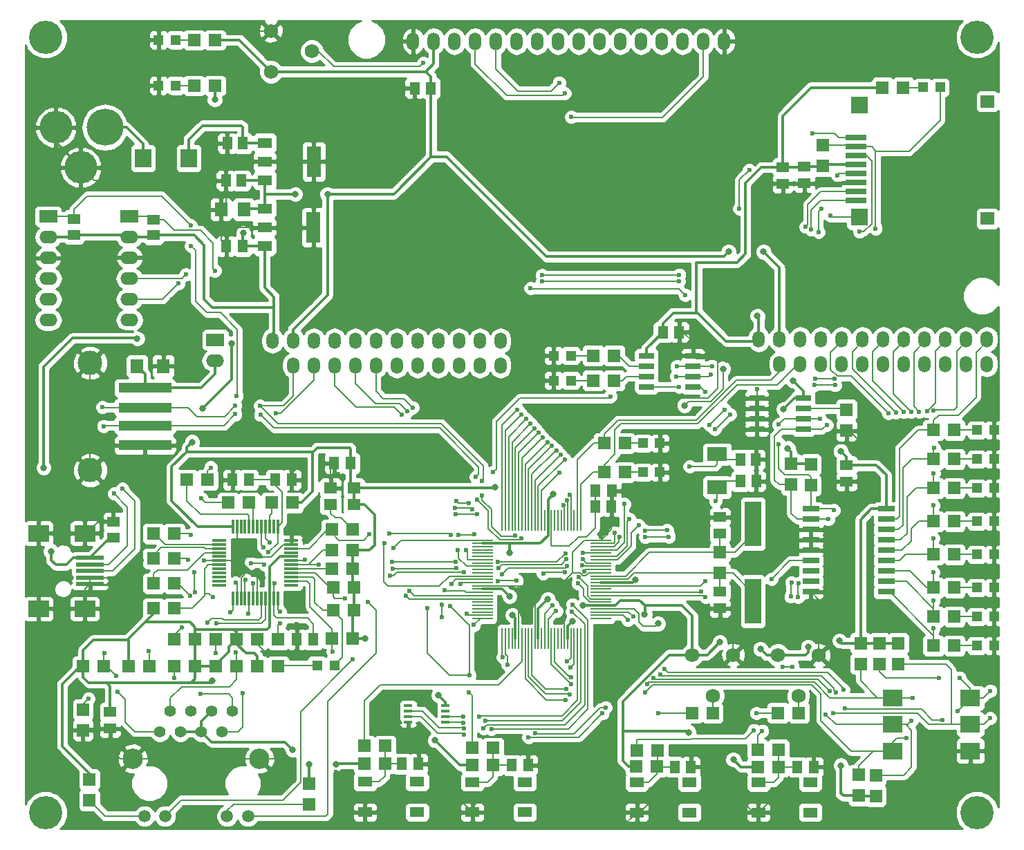
<source format=gtl>
G04 (created by PCBNEW (2013-07-07 BZR 4022)-stable) date 03/02/2018 19:35:14*
%MOIN*%
G04 Gerber Fmt 3.4, Leading zero omitted, Abs format*
%FSLAX34Y34*%
G01*
G70*
G90*
G04 APERTURE LIST*
%ADD10C,0.00590551*%
%ADD11C,0.0551181*%
%ADD12C,0.0984252*%
%ADD13C,0.0590551*%
%ADD14R,0.0984252X0.027563*%
%ADD15R,0.0669X0.0591*%
%ADD16R,0.0787402X0.0787402*%
%ADD17R,0.0866X0.06*%
%ADD18O,0.0866X0.06*%
%ADD19O,0.0590551X0.0866142*%
%ADD20R,0.0984252X0.00787402*%
%ADD21R,0.00787402X0.0984252*%
%ADD22R,0.059X0.063011*%
%ADD23C,0.16*%
%ADD24R,0.0944882X0.0787402*%
%ADD25R,0.0472X0.0472*%
%ADD26O,0.177701X0.177701*%
%ADD27O,0.158098X0.158098*%
%ADD28R,0.137795X0.0197*%
%ADD29R,0.0984X0.0787*%
%ADD30R,0.0728346X0.0314961*%
%ADD31R,0.0787402X0.0275591*%
%ADD32R,0.063011X0.059*%
%ADD33R,0.0708661X0.011811*%
%ADD34R,0.011811X0.0708661*%
%ADD35R,0.0787402X0.0905512*%
%ADD36R,0.0787402X0.216535*%
%ADD37R,0.0629921X0.0551181*%
%ADD38R,0.063X0.071*%
%ADD39R,0.0512008X0.059*%
%ADD40R,0.059X0.0512008*%
%ADD41C,0.1181*%
%ADD42R,0.25595X0.047289*%
%ADD43R,0.0708691X0.0472471*%
%ADD44C,0.0689*%
%ADD45R,0.0402X0.0161*%
%ADD46R,0.059X0.0512*%
%ADD47R,0.06X0.0787*%
%ADD48O,0.06X0.0787*%
%ADD49R,0.0512X0.059*%
%ADD50R,0.0709X0.0512*%
%ADD51R,0.0709X0.1496*%
%ADD52R,0.0945X0.0709*%
%ADD53C,0.0314961*%
%ADD54C,0.023622*%
%ADD55C,0.011811*%
%ADD56C,0.00984252*%
%ADD57C,0.01*%
G04 APERTURE END LIST*
G54D10*
G54D11*
X42400Y-53753D03*
X41400Y-53753D03*
X41900Y-52753D03*
X42900Y-52753D03*
X43400Y-53753D03*
X43900Y-52753D03*
X44400Y-53753D03*
X44900Y-52753D03*
G54D12*
X40098Y-55049D03*
X46201Y-55049D03*
G54D13*
X44640Y-57820D03*
X45650Y-57820D03*
X40660Y-57820D03*
X41650Y-57820D03*
G54D14*
X74960Y-25100D03*
X74960Y-25540D03*
X74960Y-25960D03*
X74960Y-26400D03*
X74960Y-26840D03*
X74960Y-27260D03*
X74960Y-27700D03*
X74960Y-28140D03*
G54D15*
X81300Y-23350D03*
G54D16*
X75120Y-28940D03*
G54D15*
X81300Y-29000D03*
G54D16*
X75140Y-23520D03*
G54D17*
X44070Y-34855D03*
G54D18*
X44070Y-35855D03*
G54D19*
X53601Y-20447D03*
X54601Y-20447D03*
X55601Y-20447D03*
X56601Y-20447D03*
X57601Y-20447D03*
X58601Y-20447D03*
X59601Y-20447D03*
X60601Y-20447D03*
X61601Y-20447D03*
X62601Y-20447D03*
X63601Y-20447D03*
X64601Y-20447D03*
X65601Y-20447D03*
X66601Y-20447D03*
X67601Y-20447D03*
X68601Y-20447D03*
G54D20*
X56945Y-44510D03*
X56945Y-44667D03*
X56945Y-44825D03*
X56945Y-44982D03*
X56945Y-45140D03*
X56945Y-45297D03*
X56945Y-45455D03*
X56945Y-45612D03*
X56945Y-45770D03*
X56945Y-45927D03*
X56945Y-46085D03*
X56945Y-46242D03*
X56945Y-46400D03*
X56945Y-46557D03*
X56945Y-46714D03*
X56945Y-46872D03*
X56945Y-47029D03*
X56945Y-47187D03*
X56945Y-47344D03*
X56945Y-47502D03*
X56945Y-47659D03*
X56945Y-47817D03*
X56945Y-47974D03*
X56945Y-48132D03*
X56945Y-48289D03*
G54D21*
X57910Y-49254D03*
X58067Y-49254D03*
X58225Y-49254D03*
X58382Y-49254D03*
X58540Y-49254D03*
X58697Y-49254D03*
X58855Y-49254D03*
X59012Y-49254D03*
X59170Y-49254D03*
X59327Y-49254D03*
X59485Y-49254D03*
X59642Y-49254D03*
X59800Y-49254D03*
X59957Y-49254D03*
X60114Y-49254D03*
X60272Y-49254D03*
X60429Y-49254D03*
X60587Y-49254D03*
X60744Y-49254D03*
X60902Y-49254D03*
X61059Y-49254D03*
X61217Y-49254D03*
X61374Y-49254D03*
X61532Y-49254D03*
X61689Y-49254D03*
G54D20*
X62654Y-48289D03*
X62654Y-48132D03*
X62654Y-47974D03*
X62654Y-47817D03*
X62654Y-47659D03*
X62654Y-47502D03*
X62654Y-47344D03*
X62654Y-47187D03*
X62654Y-47029D03*
X62654Y-46872D03*
X62654Y-46714D03*
X62654Y-46557D03*
X62654Y-46400D03*
X62654Y-46242D03*
X62654Y-46085D03*
X62654Y-45927D03*
X62654Y-45770D03*
X62654Y-45612D03*
X62654Y-45455D03*
X62654Y-45297D03*
X62654Y-45140D03*
X62654Y-44982D03*
X62654Y-44825D03*
X62654Y-44667D03*
X62654Y-44510D03*
G54D21*
X61689Y-43545D03*
X61532Y-43545D03*
X61374Y-43545D03*
X61217Y-43545D03*
X61059Y-43545D03*
X60902Y-43545D03*
X60744Y-43545D03*
X60587Y-43545D03*
X60429Y-43545D03*
X60272Y-43545D03*
X60114Y-43545D03*
X59957Y-43545D03*
X59800Y-43545D03*
X59642Y-43545D03*
X59485Y-43545D03*
X59327Y-43545D03*
X59170Y-43545D03*
X59012Y-43545D03*
X58855Y-43545D03*
X58697Y-43545D03*
X58540Y-43545D03*
X58382Y-43545D03*
X58225Y-43545D03*
X58067Y-43545D03*
X57910Y-43545D03*
G54D22*
X75921Y-56846D03*
X75921Y-55846D03*
G54D23*
X80800Y-57650D03*
G54D24*
X76729Y-52120D03*
X76729Y-53400D03*
X76729Y-54679D03*
X80470Y-54679D03*
X80470Y-53400D03*
X80470Y-52120D03*
G54D25*
X48987Y-50550D03*
X49813Y-50550D03*
G54D23*
X35900Y-57650D03*
X80800Y-20250D03*
G54D25*
X78190Y-22673D03*
X79016Y-22673D03*
X42164Y-22588D03*
X41338Y-22588D03*
X42164Y-20388D03*
X41338Y-20388D03*
G54D26*
X38749Y-24600D03*
G54D27*
X37587Y-26529D03*
X36387Y-24600D03*
G54D23*
X35900Y-20250D03*
G54D28*
X38030Y-45370D03*
X38030Y-45690D03*
X38030Y-46000D03*
X38030Y-46310D03*
X38030Y-46620D03*
G54D29*
X37780Y-44180D03*
X35560Y-44180D03*
X37780Y-47820D03*
X35560Y-47820D03*
G54D30*
X70179Y-37662D03*
X70179Y-38162D03*
X70179Y-38662D03*
X70179Y-39162D03*
X72424Y-39162D03*
X72424Y-38662D03*
X72424Y-38162D03*
X72424Y-37662D03*
X64855Y-35616D03*
X64855Y-36116D03*
X64855Y-36616D03*
X64855Y-37116D03*
X67100Y-37116D03*
X67100Y-36616D03*
X67100Y-36116D03*
X67100Y-35616D03*
G54D31*
X72788Y-43000D03*
X72788Y-43500D03*
X72788Y-44000D03*
X72788Y-44500D03*
X72788Y-45000D03*
X72788Y-45500D03*
X72788Y-46000D03*
X72788Y-46500D03*
X72788Y-47000D03*
X76411Y-47000D03*
X76411Y-46500D03*
X76411Y-46000D03*
X76411Y-45500D03*
X76411Y-45000D03*
X76411Y-44500D03*
X76411Y-44000D03*
X76411Y-43500D03*
X76411Y-43000D03*
G54D22*
X48600Y-56250D03*
X48600Y-57250D03*
G54D32*
X50700Y-44000D03*
X49700Y-44000D03*
X49700Y-45000D03*
X50700Y-45000D03*
X50700Y-45900D03*
X49700Y-45900D03*
X42100Y-44200D03*
X41100Y-44200D03*
X47800Y-42700D03*
X46800Y-42700D03*
X42100Y-45400D03*
X41100Y-45400D03*
X44100Y-50600D03*
X45100Y-50600D03*
X37700Y-50600D03*
X38700Y-50600D03*
X43100Y-50600D03*
X42100Y-50600D03*
X56459Y-55370D03*
X57459Y-55370D03*
G54D22*
X73360Y-26470D03*
X73360Y-25470D03*
X38000Y-57050D03*
X38000Y-56050D03*
X74500Y-38230D03*
X74500Y-39230D03*
G54D32*
X76241Y-22680D03*
X77241Y-22680D03*
X39900Y-50600D03*
X40900Y-50600D03*
X44700Y-42700D03*
X45700Y-42700D03*
X65381Y-54662D03*
X64381Y-54662D03*
X64372Y-55436D03*
X65372Y-55436D03*
X63300Y-36810D03*
X62300Y-36810D03*
X63300Y-35610D03*
X62300Y-35610D03*
X71228Y-54614D03*
X70228Y-54614D03*
X70228Y-55447D03*
X71228Y-55447D03*
X44051Y-20388D03*
X43051Y-20388D03*
X44051Y-22588D03*
X43051Y-22588D03*
X43700Y-41600D03*
X42700Y-41600D03*
X42100Y-46600D03*
X41100Y-46600D03*
X43100Y-49300D03*
X42100Y-49300D03*
X45100Y-49300D03*
X44100Y-49300D03*
X46100Y-49300D03*
X47100Y-49300D03*
X50750Y-47900D03*
X49750Y-47900D03*
X46100Y-50600D03*
X47100Y-50600D03*
X50750Y-46800D03*
X49750Y-46800D03*
X50700Y-49250D03*
X49700Y-49250D03*
X41100Y-47800D03*
X42100Y-47800D03*
G54D22*
X72780Y-40870D03*
X72780Y-41870D03*
G54D32*
X78700Y-43600D03*
X79700Y-43600D03*
X78700Y-45200D03*
X79700Y-45200D03*
X57459Y-54530D03*
X56459Y-54530D03*
X78700Y-46800D03*
X79700Y-46800D03*
X78700Y-42000D03*
X79700Y-42000D03*
X78700Y-48200D03*
X79700Y-48200D03*
X78700Y-40600D03*
X79700Y-40600D03*
X78700Y-49600D03*
X79700Y-49600D03*
X78700Y-39200D03*
X79700Y-39200D03*
G54D22*
X71840Y-40840D03*
X71840Y-41840D03*
X68400Y-45100D03*
X68400Y-46100D03*
G54D32*
X62819Y-39831D03*
X63819Y-39831D03*
X62819Y-41231D03*
X63819Y-41231D03*
X71201Y-52843D03*
X72201Y-52843D03*
X67045Y-52845D03*
X68045Y-52845D03*
X51258Y-55293D03*
X52258Y-55293D03*
X52255Y-54437D03*
X51255Y-54437D03*
G54D33*
X44267Y-44517D03*
X44267Y-44714D03*
X44267Y-44911D03*
X44267Y-45107D03*
X44267Y-45304D03*
X44267Y-45501D03*
X44267Y-45698D03*
X44267Y-45895D03*
X44267Y-46092D03*
X44267Y-46288D03*
X44267Y-46485D03*
X44267Y-46682D03*
G54D34*
X44917Y-47332D03*
X45114Y-47332D03*
X45311Y-47332D03*
X45507Y-47332D03*
X45704Y-47332D03*
X45901Y-47332D03*
X46098Y-47332D03*
X46295Y-47332D03*
X46492Y-47332D03*
X46688Y-47332D03*
X46885Y-47332D03*
X47082Y-47332D03*
G54D33*
X47732Y-46682D03*
X47732Y-46485D03*
X47732Y-46288D03*
X47732Y-46092D03*
X47732Y-45895D03*
X47732Y-45698D03*
X47732Y-45501D03*
X47732Y-45304D03*
X47732Y-45107D03*
X47732Y-44911D03*
X47732Y-44714D03*
X47732Y-44517D03*
G54D34*
X47082Y-43867D03*
X46885Y-43867D03*
X46688Y-43867D03*
X46492Y-43867D03*
X46295Y-43867D03*
X46098Y-43867D03*
X45901Y-43867D03*
X45704Y-43867D03*
X45507Y-43867D03*
X45311Y-43867D03*
X45114Y-43867D03*
X44917Y-43867D03*
G54D25*
X64682Y-41235D03*
X65508Y-41235D03*
X61213Y-36810D03*
X60387Y-36810D03*
X61213Y-35610D03*
X60387Y-35610D03*
X64682Y-39835D03*
X65508Y-39835D03*
X80787Y-43600D03*
X81613Y-43600D03*
X80787Y-45200D03*
X81613Y-45200D03*
X80787Y-49600D03*
X81613Y-49600D03*
X80787Y-42000D03*
X81613Y-42000D03*
X80787Y-46800D03*
X81613Y-46800D03*
X80787Y-40600D03*
X81613Y-40600D03*
X80787Y-39200D03*
X81613Y-39200D03*
X80787Y-48200D03*
X81613Y-48200D03*
G54D35*
X40590Y-26092D03*
X42790Y-26092D03*
G54D36*
X70000Y-47470D03*
X70000Y-43729D03*
G54D37*
X50770Y-42803D03*
X49629Y-42803D03*
X50770Y-41996D03*
X49629Y-41996D03*
G54D38*
X40305Y-36120D03*
X41564Y-36120D03*
G54D39*
X48795Y-49300D03*
X48004Y-49300D03*
X53070Y-55300D03*
X53861Y-55300D03*
X66213Y-55449D03*
X67004Y-55449D03*
X58355Y-55363D03*
X59146Y-55363D03*
G54D40*
X39160Y-44405D03*
X39160Y-43614D03*
X68400Y-44195D03*
X68400Y-43404D03*
X68400Y-47004D03*
X68400Y-47795D03*
G54D39*
X72124Y-55454D03*
X72915Y-55454D03*
X45398Y-30331D03*
X44607Y-30331D03*
X63185Y-42133D03*
X62394Y-42133D03*
X63175Y-42885D03*
X62384Y-42885D03*
G54D40*
X72470Y-26504D03*
X72470Y-27295D03*
G54D39*
X45695Y-41600D03*
X44904Y-41600D03*
X46954Y-41600D03*
X47745Y-41600D03*
X50595Y-40800D03*
X49804Y-40800D03*
G54D40*
X39000Y-52804D03*
X39000Y-53595D03*
G54D39*
X65648Y-34474D03*
X66439Y-34474D03*
G54D40*
X71430Y-26524D03*
X71430Y-27315D03*
G54D39*
X54470Y-22710D03*
X53679Y-22710D03*
G54D40*
X74505Y-40899D03*
X74505Y-41690D03*
G54D41*
X38041Y-35963D03*
X38041Y-41137D03*
G54D42*
X40682Y-37172D03*
X40682Y-38116D03*
X40682Y-38983D03*
X40682Y-39928D03*
G54D43*
X51290Y-56172D03*
X53809Y-57628D03*
X51290Y-57628D03*
X53809Y-56172D03*
X56470Y-56182D03*
X58989Y-57638D03*
X56470Y-57638D03*
X58989Y-56182D03*
X64400Y-56189D03*
X66919Y-57645D03*
X64400Y-57645D03*
X66919Y-56189D03*
X70252Y-56189D03*
X72771Y-57645D03*
X70252Y-57645D03*
X72771Y-56189D03*
G54D22*
X76095Y-49490D03*
X76095Y-50490D03*
X77000Y-49490D03*
X77000Y-50490D03*
X75180Y-49475D03*
X75180Y-50475D03*
X37690Y-53680D03*
X37690Y-52680D03*
X75090Y-56840D03*
X75090Y-55840D03*
G54D44*
X46756Y-19946D03*
X48724Y-20930D03*
X46756Y-21914D03*
X73166Y-50056D03*
X72182Y-52024D03*
X71198Y-50056D03*
X69039Y-50046D03*
X68055Y-52014D03*
X67071Y-50046D03*
G54D45*
X53364Y-52506D03*
X53364Y-52762D03*
X53364Y-53018D03*
X53364Y-53274D03*
X55176Y-53274D03*
X55176Y-53018D03*
X55176Y-52762D03*
X55176Y-52506D03*
G54D46*
X37260Y-29025D03*
X37260Y-29775D03*
G54D17*
X39940Y-28890D03*
G54D18*
X39940Y-29890D03*
X39940Y-30890D03*
X39940Y-31890D03*
X39940Y-32890D03*
X39940Y-33890D03*
G54D46*
X41090Y-29805D03*
X41090Y-29055D03*
G54D17*
X36015Y-28895D03*
G54D18*
X36015Y-29895D03*
X36015Y-30895D03*
X36015Y-31895D03*
X36015Y-32895D03*
X36015Y-33895D03*
G54D47*
X46825Y-36088D03*
G54D48*
X46825Y-34892D03*
X47825Y-36088D03*
X47825Y-34892D03*
X48825Y-36088D03*
X48825Y-34892D03*
X49825Y-36088D03*
X49825Y-34892D03*
X50825Y-36088D03*
X50825Y-34892D03*
X51825Y-36088D03*
X51825Y-34892D03*
X52825Y-36088D03*
X52825Y-34892D03*
X53825Y-36088D03*
X53825Y-34892D03*
X54825Y-36088D03*
X54825Y-34892D03*
X55825Y-36088D03*
X55825Y-34892D03*
X56825Y-36088D03*
X56825Y-34892D03*
X57825Y-36088D03*
X57825Y-34892D03*
G54D47*
X70270Y-36018D03*
G54D48*
X70270Y-34822D03*
X71270Y-36018D03*
X71270Y-34822D03*
X72270Y-36018D03*
X72270Y-34822D03*
X73270Y-36018D03*
X73270Y-34822D03*
X74270Y-36018D03*
X74270Y-34822D03*
X75270Y-36018D03*
X75270Y-34822D03*
X76270Y-36018D03*
X76270Y-34822D03*
X77270Y-36018D03*
X77270Y-34822D03*
X78270Y-36018D03*
X78270Y-34822D03*
X79270Y-36018D03*
X79270Y-34822D03*
X80270Y-36018D03*
X80270Y-34822D03*
X81270Y-36018D03*
X81270Y-34822D03*
G54D49*
X69380Y-40621D03*
X70130Y-40621D03*
X69395Y-41670D03*
X70145Y-41670D03*
G54D50*
X46454Y-25344D03*
X46454Y-26250D03*
X46454Y-27156D03*
G54D51*
X48816Y-26250D03*
G54D50*
X46444Y-28524D03*
X46444Y-29430D03*
X46444Y-30336D03*
G54D51*
X48806Y-29430D03*
G54D38*
X45445Y-28560D03*
X44345Y-28560D03*
G54D49*
X45395Y-25370D03*
X44645Y-25370D03*
X45330Y-27165D03*
X44580Y-27165D03*
G54D52*
X68265Y-40353D03*
X68265Y-41967D03*
G54D53*
X44861Y-35019D03*
X43470Y-38160D03*
X42952Y-39781D03*
X45423Y-29705D03*
X44051Y-23261D03*
X70210Y-33705D03*
X71925Y-36813D03*
X64328Y-46418D03*
X64776Y-48090D03*
X66885Y-53775D03*
X69045Y-55095D03*
X72653Y-49658D03*
X74228Y-55374D03*
X74158Y-49357D03*
X58268Y-45115D03*
X58257Y-47223D03*
X58397Y-48123D03*
X60100Y-47360D03*
X61809Y-47667D03*
X61290Y-48411D03*
X51310Y-49252D03*
X49880Y-55310D03*
X54840Y-51990D03*
X54666Y-54162D03*
X74220Y-40215D03*
X71670Y-40080D03*
X71475Y-38190D03*
X57564Y-41949D03*
X60368Y-42294D03*
X70356Y-49764D03*
X68398Y-49434D03*
X47790Y-54620D03*
X48590Y-55340D03*
X43943Y-51296D03*
X68820Y-30600D03*
X70500Y-30600D03*
X49480Y-27820D03*
X47930Y-27820D03*
X36149Y-45045D03*
X35794Y-41008D03*
X40310Y-34790D03*
X68551Y-36246D03*
X66689Y-38010D03*
X65420Y-48540D03*
G54D54*
X73220Y-38655D03*
X71232Y-38940D03*
X71241Y-39879D03*
X67692Y-47254D03*
X73890Y-43070D03*
X73549Y-38955D03*
X73629Y-43502D03*
X67510Y-46990D03*
X61230Y-24100D03*
X59270Y-38898D03*
X59472Y-39123D03*
X59654Y-39333D03*
X59856Y-39558D03*
X60081Y-39789D03*
X60294Y-39966D03*
X60515Y-40175D03*
X60720Y-40392D03*
X60930Y-40617D03*
X58635Y-38220D03*
X60930Y-22960D03*
X59064Y-38673D03*
X60651Y-22446D03*
X58830Y-38451D03*
X67683Y-46501D03*
X70898Y-46377D03*
X64036Y-43505D03*
X73161Y-29658D03*
X73290Y-28532D03*
X74074Y-26908D03*
X56046Y-53889D03*
X57382Y-53616D03*
X61302Y-47610D03*
X60333Y-47667D03*
X55776Y-44991D03*
X55809Y-44244D03*
X56553Y-44226D03*
X75132Y-29633D03*
X56799Y-53033D03*
X56021Y-53028D03*
X72527Y-29400D03*
X63780Y-42770D03*
X56043Y-53307D03*
X57102Y-53223D03*
X56153Y-44987D03*
X72808Y-29534D03*
X55143Y-46926D03*
X57470Y-41230D03*
X63118Y-37576D03*
X69342Y-28518D03*
X69811Y-26663D03*
X72870Y-24892D03*
X64484Y-43799D03*
X75908Y-29477D03*
X60510Y-47930D03*
X61260Y-47950D03*
X57006Y-53577D03*
X56048Y-53604D03*
X54099Y-21501D03*
X73740Y-28860D03*
X60656Y-41252D03*
X52227Y-44649D03*
X46680Y-44613D03*
X48407Y-45468D03*
X52600Y-45550D03*
X55672Y-45550D03*
X57687Y-45570D03*
X60945Y-45147D03*
X61794Y-45135D03*
X49046Y-45684D03*
X52640Y-45885D03*
X55697Y-45849D03*
X57726Y-45870D03*
X61010Y-45434D03*
X61779Y-45426D03*
X55893Y-46626D03*
X55426Y-44247D03*
X52448Y-44195D03*
X51494Y-44231D03*
X43400Y-42490D03*
X53438Y-46949D03*
X53271Y-47193D03*
X43846Y-41008D03*
X52654Y-44884D03*
X46406Y-44862D03*
X42768Y-45468D03*
X43061Y-46053D03*
X43088Y-47012D03*
X61029Y-50364D03*
X42847Y-47194D03*
X61188Y-50662D03*
X42882Y-44261D03*
X45780Y-45618D03*
X46437Y-45693D03*
X52500Y-46228D03*
X56076Y-46041D03*
X57902Y-46143D03*
X61038Y-45753D03*
X61770Y-45731D03*
X61860Y-46007D03*
X60932Y-46073D03*
X59877Y-46112D03*
X58604Y-46467D03*
X57700Y-46474D03*
X43952Y-47268D03*
X50710Y-50270D03*
X49742Y-49896D03*
X50328Y-47340D03*
X51435Y-47505D03*
X45402Y-51898D03*
X42087Y-51144D03*
X44793Y-47999D03*
X43362Y-51933D03*
X45045Y-46571D03*
X40860Y-49860D03*
X39354Y-51821D03*
X39291Y-51058D03*
X45536Y-46431D03*
X38720Y-49970D03*
X45048Y-49914D03*
X45650Y-48070D03*
X66720Y-32685D03*
X59265Y-32355D03*
X44050Y-31510D03*
X66432Y-37122D03*
X70441Y-53718D03*
X71820Y-47236D03*
X71848Y-46564D03*
X66294Y-36609D03*
X63950Y-48362D03*
X42287Y-32137D03*
X59822Y-31731D03*
X66440Y-31710D03*
X67949Y-36512D03*
X66318Y-36134D03*
X64211Y-48186D03*
X68012Y-36113D03*
X66420Y-32025D03*
X59820Y-32040D03*
X42650Y-31700D03*
X70043Y-53685D03*
X71424Y-50638D03*
X71904Y-50610D03*
X72171Y-47259D03*
X72185Y-46593D03*
X67704Y-37345D03*
X47007Y-38397D03*
X39597Y-42021D03*
X38687Y-39011D03*
X45041Y-38439D03*
X46247Y-38466D03*
X56642Y-41454D03*
X56691Y-42543D03*
X58838Y-44436D03*
X61580Y-46283D03*
X45033Y-38022D03*
X46230Y-38031D03*
X56931Y-41655D03*
X56934Y-42348D03*
X58528Y-44298D03*
X61548Y-46588D03*
X38624Y-38097D03*
X39195Y-42270D03*
X66942Y-40955D03*
X65844Y-44033D03*
X64782Y-44069D03*
X63332Y-44148D03*
X73917Y-36734D03*
X72999Y-36729D03*
X68630Y-38214D03*
X67892Y-38943D03*
X68187Y-42616D03*
X63565Y-44351D03*
X64800Y-44364D03*
X65936Y-44348D03*
X68156Y-39148D03*
X68886Y-38448D03*
X72968Y-37037D03*
X73950Y-37038D03*
X53598Y-38115D03*
X55678Y-42624D03*
X56286Y-42738D03*
X61176Y-42312D03*
X53334Y-38291D03*
X55643Y-42948D03*
X56475Y-43020D03*
X61034Y-42588D03*
X53070Y-38460D03*
X55650Y-43260D03*
X56707Y-43260D03*
X60851Y-42826D03*
X81420Y-53100D03*
X61223Y-51449D03*
X65517Y-50988D03*
X74007Y-51858D03*
X73846Y-52870D03*
X81435Y-51780D03*
X79853Y-52758D03*
X79115Y-53181D03*
X74435Y-52614D03*
X74361Y-51723D03*
X65723Y-50711D03*
X61226Y-51124D03*
X79947Y-51147D03*
X78960Y-51150D03*
X77697Y-52122D03*
X64893Y-51444D03*
X60978Y-51690D03*
X77382Y-54054D03*
X61159Y-51961D03*
X64780Y-51860D03*
X77643Y-53223D03*
X73500Y-52920D03*
X73710Y-51800D03*
X65205Y-51147D03*
X60945Y-52224D03*
X42890Y-29330D03*
X42900Y-30316D03*
X45105Y-37545D03*
X54300Y-47790D03*
X56310Y-51855D03*
X56325Y-51015D03*
X55390Y-47680D03*
X55450Y-46620D03*
X56188Y-48054D03*
X56535Y-48606D03*
X54996Y-48219D03*
X54990Y-47613D03*
X57924Y-50153D03*
X59175Y-54015D03*
X62734Y-52871D03*
X65429Y-52857D03*
X70155Y-52860D03*
X62895Y-52584D03*
X59499Y-53811D03*
X58158Y-50517D03*
X53090Y-22580D03*
X70343Y-27328D03*
X36321Y-53708D03*
X37044Y-53681D03*
X40523Y-45486D03*
X43530Y-45501D03*
X51219Y-41315D03*
X49998Y-41325D03*
X67424Y-47677D03*
X67245Y-44790D03*
X72810Y-52250D03*
X70191Y-37229D03*
X42371Y-36316D03*
X46386Y-46330D03*
X47950Y-47201D03*
X47971Y-47964D03*
X47985Y-48566D03*
X41998Y-32890D03*
X41900Y-31120D03*
X47640Y-55730D03*
X49880Y-55700D03*
X64113Y-37170D03*
X64110Y-35220D03*
X75215Y-40033D03*
X75236Y-41384D03*
X49191Y-40806D03*
X48207Y-40821D03*
X76520Y-38380D03*
X78678Y-48771D03*
X76888Y-38353D03*
X78690Y-47439D03*
X77260Y-38330D03*
X78687Y-46060D03*
X77625Y-38318D03*
X78683Y-44429D03*
X78003Y-38316D03*
X78692Y-42840D03*
X78381Y-38286D03*
X78710Y-41280D03*
X78701Y-38250D03*
X78720Y-40050D03*
X44100Y-49945D03*
X44112Y-48522D03*
X42465Y-48720D03*
X43701Y-48474D03*
X37961Y-52150D03*
X47187Y-48537D03*
X47196Y-47961D03*
X46922Y-46598D03*
X45882Y-46577D03*
X46620Y-45104D03*
G54D55*
X42710Y-40257D02*
X42710Y-40023D01*
X44861Y-36769D02*
X44861Y-35019D01*
X43470Y-38160D02*
X44861Y-36769D01*
X42710Y-40023D02*
X42952Y-39781D01*
X46444Y-30336D02*
X46444Y-32336D01*
X46899Y-33413D02*
X46900Y-33413D01*
X46899Y-32791D02*
X46899Y-33413D01*
X46444Y-32336D02*
X46899Y-32791D01*
X44051Y-22588D02*
X44051Y-23261D01*
X45398Y-29729D02*
X45398Y-30331D01*
X45423Y-29705D02*
X45398Y-29729D01*
X45398Y-30331D02*
X46439Y-30331D01*
X46439Y-30331D02*
X46444Y-30336D01*
X76411Y-43000D02*
X75695Y-43000D01*
X75180Y-43515D02*
X75180Y-49475D01*
X75695Y-43000D02*
X75180Y-43515D01*
X72424Y-37662D02*
X72424Y-37312D01*
X70270Y-33765D02*
X70270Y-34920D01*
X70210Y-33705D02*
X70270Y-33765D01*
X72424Y-37312D02*
X71925Y-36813D01*
X46900Y-33280D02*
X46900Y-33413D01*
X43045Y-29805D02*
X43530Y-30290D01*
X43530Y-30290D02*
X43530Y-32880D01*
X43530Y-32880D02*
X43930Y-33280D01*
X43930Y-33280D02*
X46900Y-33280D01*
X41090Y-29805D02*
X43045Y-29805D01*
X46900Y-33413D02*
X46900Y-34915D01*
X46900Y-34915D02*
X46825Y-34990D01*
X70270Y-34920D02*
X68702Y-34920D01*
X68702Y-34920D02*
X67337Y-33555D01*
X62654Y-47659D02*
X63358Y-47659D01*
X64543Y-47421D02*
X64782Y-47659D01*
X63597Y-47421D02*
X64543Y-47421D01*
X63358Y-47659D02*
X63597Y-47421D01*
X37260Y-29775D02*
X39825Y-29775D01*
X39825Y-29775D02*
X39940Y-29890D01*
X36015Y-29895D02*
X37140Y-29895D01*
X37140Y-29895D02*
X37260Y-29775D01*
X67275Y-31117D02*
X67275Y-33493D01*
X67275Y-33493D02*
X67337Y-33555D01*
X62654Y-46557D02*
X64188Y-46557D01*
X64188Y-46557D02*
X64328Y-46418D01*
X64776Y-48090D02*
X64782Y-48084D01*
X64782Y-48084D02*
X64782Y-47659D01*
X70228Y-55447D02*
X69397Y-55447D01*
X66840Y-53730D02*
X63711Y-53730D01*
X66885Y-53775D02*
X66840Y-53730D01*
X69397Y-55447D02*
X69045Y-55095D01*
X71198Y-50056D02*
X72526Y-50056D01*
X72653Y-49929D02*
X72653Y-49658D01*
X72526Y-50056D02*
X72653Y-49929D01*
X64782Y-47659D02*
X66559Y-47659D01*
X66559Y-47659D02*
X67071Y-48171D01*
X67071Y-48171D02*
X67071Y-50046D01*
X75090Y-56840D02*
X74345Y-56840D01*
X74228Y-56723D02*
X74228Y-55374D01*
X74345Y-56840D02*
X74228Y-56723D01*
X75921Y-56846D02*
X75096Y-56846D01*
X75096Y-56846D02*
X75090Y-56840D01*
X74276Y-49475D02*
X75180Y-49475D01*
X74158Y-49357D02*
X74276Y-49475D01*
X76095Y-49490D02*
X77000Y-49490D01*
X75180Y-49475D02*
X76080Y-49475D01*
X76080Y-49475D02*
X76095Y-49490D01*
X39940Y-29890D02*
X41005Y-29890D01*
X41005Y-29890D02*
X41090Y-29805D01*
X58268Y-45115D02*
X58268Y-44667D01*
X56945Y-46872D02*
X57906Y-46872D01*
X57906Y-46872D02*
X58257Y-47223D01*
X58540Y-49254D02*
X58540Y-48266D01*
X58540Y-48266D02*
X58397Y-48123D01*
X59642Y-49254D02*
X59642Y-47817D01*
X59642Y-47817D02*
X60100Y-47360D01*
X61059Y-49254D02*
X61059Y-48641D01*
X61816Y-47659D02*
X62654Y-47659D01*
X61809Y-47667D02*
X61816Y-47659D01*
X61059Y-48641D02*
X61290Y-48411D01*
X50700Y-49250D02*
X51308Y-49250D01*
X51308Y-49250D02*
X51310Y-49252D01*
X49897Y-55293D02*
X51258Y-55293D01*
X49880Y-55310D02*
X49897Y-55293D01*
X55176Y-52506D02*
X55176Y-52326D01*
X55176Y-52326D02*
X54840Y-51990D01*
X55874Y-55370D02*
X56459Y-55370D01*
X54666Y-54162D02*
X55874Y-55370D01*
X74505Y-40899D02*
X74505Y-40500D01*
X74505Y-40500D02*
X74220Y-40215D01*
X71840Y-40840D02*
X71840Y-40250D01*
X71840Y-40250D02*
X71670Y-40080D01*
X72003Y-37662D02*
X72424Y-37662D01*
X71475Y-38190D02*
X72003Y-37662D01*
X71840Y-40840D02*
X72750Y-40840D01*
X72750Y-40840D02*
X72780Y-40870D01*
X76241Y-22680D02*
X72793Y-22680D01*
X71430Y-24043D02*
X71430Y-26524D01*
X72793Y-22680D02*
X71430Y-24043D01*
X67275Y-31117D02*
X69217Y-31117D01*
X70405Y-26524D02*
X71430Y-26524D01*
X69630Y-27300D02*
X70405Y-26524D01*
X69630Y-30705D02*
X69630Y-27300D01*
X69217Y-31117D02*
X69630Y-30705D01*
X60114Y-43545D02*
X60114Y-42547D01*
X57516Y-41996D02*
X50770Y-41996D01*
X57564Y-41949D02*
X57516Y-41996D01*
X60114Y-42547D02*
X60368Y-42294D01*
X74960Y-26400D02*
X73430Y-26400D01*
X73430Y-26400D02*
X73360Y-26470D01*
X72470Y-26504D02*
X73325Y-26504D01*
X73325Y-26504D02*
X73360Y-26470D01*
X71430Y-26524D02*
X72450Y-26524D01*
X72450Y-26524D02*
X72470Y-26504D01*
X65648Y-34474D02*
X65648Y-34056D01*
X65648Y-34056D02*
X66150Y-33555D01*
X66150Y-33555D02*
X67337Y-33555D01*
X56945Y-44667D02*
X58268Y-44667D01*
X58268Y-44667D02*
X59730Y-44667D01*
X60114Y-44283D02*
X60114Y-43545D01*
X59730Y-44667D02*
X60114Y-44283D01*
X74505Y-40899D02*
X75939Y-40899D01*
X76411Y-41371D02*
X76411Y-43000D01*
X75939Y-40899D02*
X76411Y-41371D01*
X71198Y-50056D02*
X70648Y-50056D01*
X70648Y-50056D02*
X70356Y-49764D01*
X68398Y-49434D02*
X67786Y-50046D01*
X67786Y-50046D02*
X67071Y-50046D01*
X67071Y-50046D02*
X65960Y-50046D01*
X65960Y-50046D02*
X63711Y-52295D01*
X63711Y-52295D02*
X63711Y-53730D01*
X63711Y-53730D02*
X63711Y-55147D01*
X63711Y-55147D02*
X64000Y-55436D01*
X64000Y-55436D02*
X64372Y-55436D01*
X47732Y-45304D02*
X47188Y-45304D01*
X46688Y-45804D02*
X46688Y-47332D01*
X47188Y-45304D02*
X46688Y-45804D01*
X48600Y-56250D02*
X48600Y-55350D01*
X43896Y-54250D02*
X43400Y-53753D01*
X47420Y-54250D02*
X43896Y-54250D01*
X47790Y-54620D02*
X47420Y-54250D01*
X48600Y-55350D02*
X48590Y-55340D01*
X43400Y-53753D02*
X43400Y-53253D01*
X43400Y-53253D02*
X43900Y-52753D01*
X42400Y-53753D02*
X43400Y-53753D01*
X42915Y-51375D02*
X43864Y-51375D01*
X43864Y-51375D02*
X43943Y-51296D01*
X38000Y-56050D02*
X38000Y-55754D01*
X37554Y-50600D02*
X37700Y-50600D01*
X36696Y-51458D02*
X37554Y-50600D01*
X36696Y-54450D02*
X36696Y-51458D01*
X38000Y-55754D02*
X36696Y-54450D01*
X39000Y-52804D02*
X39000Y-51550D01*
X39000Y-51550D02*
X38830Y-51380D01*
X37700Y-50600D02*
X37700Y-51110D01*
X43100Y-51190D02*
X43100Y-50600D01*
X42910Y-51380D02*
X42915Y-51375D01*
X42915Y-51375D02*
X43100Y-51190D01*
X37970Y-51380D02*
X38830Y-51380D01*
X38830Y-51380D02*
X42910Y-51380D01*
X37700Y-51110D02*
X37970Y-51380D01*
X45100Y-49300D02*
X45100Y-49524D01*
X46100Y-50125D02*
X46100Y-50600D01*
X45948Y-49973D02*
X46100Y-50125D01*
X45549Y-49973D02*
X45948Y-49973D01*
X45100Y-49524D02*
X45549Y-49973D01*
X44100Y-50600D02*
X44100Y-50533D01*
X44737Y-49663D02*
X45100Y-49300D01*
X44737Y-49896D02*
X44737Y-49663D01*
X44100Y-50533D02*
X44737Y-49896D01*
X43100Y-49300D02*
X43100Y-50600D01*
X43100Y-50600D02*
X44100Y-50600D01*
X44937Y-48807D02*
X46573Y-48807D01*
X46688Y-48691D02*
X46688Y-47332D01*
X46573Y-48807D02*
X46688Y-48691D01*
X43100Y-48807D02*
X44937Y-48807D01*
X44937Y-48807D02*
X44969Y-48807D01*
X44969Y-48807D02*
X45100Y-48938D01*
X45100Y-48938D02*
X45100Y-49300D01*
X50700Y-49250D02*
X50700Y-47950D01*
X50700Y-47950D02*
X50750Y-47900D01*
X44917Y-43867D02*
X43229Y-43867D01*
X42683Y-40257D02*
X42710Y-40257D01*
X42710Y-40257D02*
X45716Y-40257D01*
X45716Y-40257D02*
X48783Y-40257D01*
X41976Y-40964D02*
X42683Y-40257D01*
X41976Y-42614D02*
X41976Y-40964D01*
X43229Y-43867D02*
X41976Y-42614D01*
X47800Y-42700D02*
X48230Y-42700D01*
X50595Y-40107D02*
X50595Y-40800D01*
X50547Y-40059D02*
X50595Y-40107D01*
X48981Y-40059D02*
X50547Y-40059D01*
X48765Y-40275D02*
X48783Y-40257D01*
X48783Y-40257D02*
X48981Y-40059D01*
X48765Y-42165D02*
X48765Y-40275D01*
X48230Y-42700D02*
X48765Y-42165D01*
X50595Y-40800D02*
X50595Y-41821D01*
X50595Y-41821D02*
X50770Y-41996D01*
X50770Y-41996D02*
X50770Y-42803D01*
X50700Y-45000D02*
X51510Y-45000D01*
X51263Y-42803D02*
X50770Y-42803D01*
X51765Y-43305D02*
X51263Y-42803D01*
X51765Y-44745D02*
X51765Y-43305D01*
X51510Y-45000D02*
X51765Y-44745D01*
X50700Y-45000D02*
X50700Y-45900D01*
X50700Y-45900D02*
X50700Y-46750D01*
X50700Y-46750D02*
X50750Y-46800D01*
X50750Y-47900D02*
X50750Y-46800D01*
X43100Y-49300D02*
X43100Y-48807D01*
X43100Y-48807D02*
X43100Y-48716D01*
X42849Y-48465D02*
X40679Y-48465D01*
X43100Y-48716D02*
X42849Y-48465D01*
X37700Y-50600D02*
X37700Y-49814D01*
X38185Y-49329D02*
X39900Y-49329D01*
X37700Y-49814D02*
X38185Y-49329D01*
X41100Y-47800D02*
X41100Y-48044D01*
X39900Y-49244D02*
X39900Y-49329D01*
X39900Y-49329D02*
X39900Y-50600D01*
X41100Y-48044D02*
X40679Y-48465D01*
X40679Y-48465D02*
X39900Y-49244D01*
X64855Y-35616D02*
X64855Y-35266D01*
X64855Y-35266D02*
X65648Y-34474D01*
X71270Y-34920D02*
X71270Y-31370D01*
X55212Y-26012D02*
X54470Y-26012D01*
X60040Y-30840D02*
X55212Y-26012D01*
X68580Y-30840D02*
X60040Y-30840D01*
X68820Y-30600D02*
X68580Y-30840D01*
X71270Y-31370D02*
X70500Y-30600D01*
X49480Y-27820D02*
X49480Y-32690D01*
X47825Y-34345D02*
X47825Y-34990D01*
X49480Y-32690D02*
X47825Y-34345D01*
X46454Y-27830D02*
X47920Y-27830D01*
X54470Y-26027D02*
X54470Y-26012D01*
X49480Y-27820D02*
X49492Y-27808D01*
X49492Y-27808D02*
X52690Y-27808D01*
X52690Y-27808D02*
X54470Y-26027D01*
X54470Y-26012D02*
X54470Y-22710D01*
X47920Y-27830D02*
X47930Y-27820D01*
X54470Y-22710D02*
X54470Y-22156D01*
X54470Y-22156D02*
X54228Y-21914D01*
X46444Y-28524D02*
X45481Y-28524D01*
X45481Y-28524D02*
X45445Y-28560D01*
X46454Y-27156D02*
X46454Y-27830D01*
X46454Y-27830D02*
X46454Y-28514D01*
X46454Y-28514D02*
X46444Y-28524D01*
X46454Y-27156D02*
X45339Y-27156D01*
X45339Y-27156D02*
X45330Y-27165D01*
X37224Y-45370D02*
X38030Y-45370D01*
X36896Y-45698D02*
X37224Y-45370D01*
X36379Y-45698D02*
X36896Y-45698D01*
X36158Y-45477D02*
X36379Y-45698D01*
X36158Y-45054D02*
X36158Y-45477D01*
X36149Y-45045D02*
X36158Y-45054D01*
X35794Y-36156D02*
X35794Y-41008D01*
X37190Y-34760D02*
X35794Y-36156D01*
X40280Y-34760D02*
X37190Y-34760D01*
X40310Y-34790D02*
X40280Y-34760D01*
G54D10*
X62654Y-47817D02*
X64253Y-47817D01*
X68551Y-37226D02*
X68551Y-36246D01*
X67956Y-37821D02*
X68551Y-37226D01*
X66878Y-37821D02*
X67956Y-37821D01*
X66689Y-38010D02*
X66878Y-37821D01*
X65291Y-48669D02*
X65420Y-48540D01*
X64704Y-48669D02*
X65291Y-48669D01*
X64506Y-48471D02*
X64704Y-48669D01*
X64506Y-48070D02*
X64506Y-48471D01*
X64253Y-47817D02*
X64506Y-48070D01*
G54D55*
X39160Y-44405D02*
X38994Y-44405D01*
X38994Y-44405D02*
X38030Y-45370D01*
X54601Y-20447D02*
X54601Y-21540D01*
X54228Y-21914D02*
X46756Y-21914D01*
X54601Y-21540D02*
X54228Y-21914D01*
X44051Y-20388D02*
X45230Y-20388D01*
X45230Y-20388D02*
X46756Y-21914D01*
G54D10*
X72424Y-38662D02*
X73213Y-38662D01*
X73213Y-38662D02*
X73220Y-38655D01*
X72780Y-41870D02*
X72780Y-41469D01*
X71510Y-38662D02*
X72424Y-38662D01*
X71232Y-38940D02*
X71510Y-38662D01*
X71241Y-41071D02*
X71241Y-39879D01*
X71519Y-41349D02*
X71241Y-41071D01*
X72660Y-41349D02*
X71519Y-41349D01*
X72780Y-41469D02*
X72660Y-41349D01*
X72788Y-43000D02*
X73820Y-43000D01*
X67625Y-47187D02*
X62654Y-47187D01*
X67692Y-47254D02*
X67625Y-47187D01*
X73820Y-43000D02*
X73890Y-43070D01*
X72788Y-43000D02*
X72788Y-41878D01*
X72788Y-41878D02*
X72780Y-41870D01*
X72424Y-39162D02*
X73342Y-39162D01*
X73342Y-39162D02*
X73549Y-38955D01*
X62654Y-47029D02*
X67470Y-47029D01*
X73627Y-43500D02*
X72788Y-43500D01*
X73629Y-43502D02*
X73627Y-43500D01*
X67470Y-47029D02*
X67510Y-46990D01*
X71840Y-41840D02*
X71270Y-41840D01*
X71358Y-39162D02*
X72424Y-39162D01*
X71040Y-39480D02*
X71358Y-39162D01*
X71040Y-41610D02*
X71040Y-39651D01*
X71040Y-39651D02*
X71040Y-39534D01*
X71040Y-39534D02*
X71040Y-39480D01*
X71270Y-41840D02*
X71040Y-41610D01*
X72788Y-43500D02*
X72120Y-43500D01*
X71840Y-43220D02*
X71840Y-41840D01*
X72120Y-43500D02*
X71840Y-43220D01*
X58382Y-43545D02*
X58382Y-39785D01*
X67601Y-22158D02*
X67601Y-20447D01*
X65640Y-24120D02*
X67601Y-22158D01*
X61250Y-24120D02*
X65640Y-24120D01*
X61230Y-24100D02*
X61250Y-24120D01*
X58382Y-39785D02*
X59270Y-38898D01*
X58540Y-43545D02*
X58540Y-40054D01*
X58540Y-40054D02*
X59472Y-39123D01*
X58697Y-43545D02*
X58697Y-40289D01*
X58697Y-40289D02*
X59654Y-39333D01*
X58855Y-43545D02*
X58855Y-40558D01*
X58855Y-40558D02*
X59856Y-39558D01*
X59012Y-43545D02*
X59012Y-40857D01*
X59012Y-40857D02*
X60081Y-39789D01*
X59170Y-43545D02*
X59170Y-41089D01*
X59170Y-41089D02*
X60294Y-39966D01*
X59327Y-43545D02*
X59327Y-41340D01*
X60493Y-40175D02*
X60515Y-40175D01*
X59327Y-41340D02*
X60493Y-40175D01*
X59485Y-43545D02*
X59485Y-41626D01*
X59485Y-41626D02*
X60720Y-40392D01*
X59642Y-43545D02*
X59642Y-41904D01*
X59642Y-41904D02*
X60930Y-40617D01*
X57910Y-43545D02*
X57910Y-38944D01*
X57910Y-38944D02*
X58635Y-38220D01*
X58225Y-43545D02*
X58225Y-39511D01*
X56601Y-21541D02*
X56601Y-20447D01*
X58120Y-23060D02*
X56601Y-21541D01*
X60830Y-23060D02*
X58120Y-23060D01*
X60930Y-22960D02*
X60830Y-23060D01*
X58225Y-39511D02*
X59064Y-38673D01*
X58067Y-43545D02*
X58067Y-39213D01*
X57601Y-21803D02*
X57601Y-20447D01*
X58646Y-22848D02*
X57601Y-21803D01*
X60249Y-22848D02*
X58646Y-22848D01*
X60651Y-22446D02*
X60249Y-22848D01*
X58067Y-39213D02*
X58830Y-38451D01*
X72788Y-45500D02*
X71775Y-45500D01*
X67469Y-46714D02*
X62654Y-46714D01*
X67683Y-46501D02*
X67469Y-46714D01*
X71775Y-45500D02*
X70898Y-46377D01*
X74960Y-26840D02*
X74142Y-26840D01*
X63418Y-45297D02*
X62654Y-45297D01*
X63924Y-44792D02*
X63418Y-45297D01*
X63924Y-43617D02*
X63924Y-44792D01*
X64036Y-43505D02*
X63924Y-43617D01*
X73161Y-28661D02*
X73161Y-29658D01*
X73290Y-28532D02*
X73161Y-28661D01*
X74142Y-26840D02*
X74074Y-26908D01*
X59957Y-49254D02*
X59957Y-48042D01*
X54008Y-53018D02*
X53364Y-53018D01*
X54801Y-53811D02*
X54008Y-53018D01*
X55968Y-53811D02*
X54801Y-53811D01*
X56046Y-53889D02*
X55968Y-53811D01*
X61079Y-53616D02*
X57382Y-53616D01*
X62034Y-52661D02*
X61079Y-53616D01*
X62034Y-48342D02*
X62034Y-52661D01*
X61302Y-47610D02*
X62034Y-48342D01*
X59957Y-48042D02*
X60333Y-47667D01*
X74960Y-25960D02*
X75464Y-25960D01*
X56182Y-45770D02*
X56945Y-45770D01*
X55788Y-45376D02*
X56182Y-45770D01*
X55788Y-45003D02*
X55788Y-45376D01*
X55776Y-44991D02*
X55788Y-45003D01*
X56535Y-44244D02*
X55809Y-44244D01*
X56553Y-44226D02*
X56535Y-44244D01*
X75325Y-29633D02*
X75132Y-29633D01*
X75712Y-29246D02*
X75325Y-29633D01*
X75712Y-26208D02*
X75712Y-29246D01*
X75464Y-25960D02*
X75712Y-26208D01*
X55176Y-53018D02*
X56011Y-53018D01*
X61532Y-52227D02*
X61532Y-49254D01*
X60780Y-52980D02*
X61532Y-52227D01*
X56852Y-52980D02*
X60780Y-52980D01*
X56799Y-53033D02*
X56852Y-52980D01*
X56011Y-53018D02*
X56021Y-53028D01*
X62654Y-44982D02*
X63412Y-44982D01*
X73254Y-27700D02*
X74960Y-27700D01*
X72625Y-28329D02*
X73254Y-27700D01*
X72625Y-29302D02*
X72625Y-28329D01*
X72527Y-29400D02*
X72625Y-29302D01*
X63780Y-44615D02*
X63780Y-42770D01*
X63412Y-44982D02*
X63780Y-44615D01*
X61689Y-49254D02*
X61689Y-52340D01*
X56010Y-53274D02*
X55176Y-53274D01*
X56043Y-53307D02*
X56010Y-53274D01*
X60807Y-53223D02*
X57102Y-53223D01*
X61689Y-52340D02*
X60807Y-53223D01*
X74960Y-28140D02*
X73248Y-28140D01*
X56262Y-45455D02*
X56945Y-45455D01*
X56214Y-45407D02*
X56262Y-45455D01*
X56214Y-45048D02*
X56214Y-45407D01*
X56153Y-44987D02*
X56214Y-45048D01*
X72808Y-28580D02*
X72808Y-29534D01*
X73248Y-28140D02*
X72808Y-28580D01*
X74960Y-25100D02*
X74121Y-25100D01*
X56155Y-47029D02*
X56945Y-47029D01*
X56085Y-46959D02*
X56155Y-47029D01*
X55176Y-46959D02*
X56085Y-46959D01*
X55143Y-46926D02*
X55176Y-46959D01*
X57624Y-41076D02*
X57470Y-41230D01*
X57624Y-38787D02*
X57624Y-41076D01*
X58744Y-37667D02*
X57624Y-38787D01*
X63027Y-37667D02*
X58744Y-37667D01*
X63118Y-37576D02*
X63027Y-37667D01*
X69342Y-27132D02*
X69342Y-28518D01*
X69811Y-26663D02*
X69342Y-27132D01*
X73913Y-24892D02*
X72870Y-24892D01*
X74121Y-25100D02*
X73913Y-24892D01*
X79016Y-22673D02*
X79016Y-24244D01*
X77511Y-25749D02*
X75908Y-25749D01*
X79016Y-24244D02*
X77511Y-25749D01*
X74960Y-25540D02*
X75716Y-25540D01*
X63470Y-45455D02*
X62654Y-45455D01*
X64127Y-44799D02*
X63470Y-45455D01*
X64127Y-44156D02*
X64127Y-44799D01*
X64484Y-43799D02*
X64127Y-44156D01*
X75908Y-25732D02*
X75908Y-25749D01*
X75908Y-25749D02*
X75908Y-29477D01*
X75716Y-25540D02*
X75908Y-25732D01*
X73360Y-25470D02*
X74890Y-25470D01*
X74890Y-25470D02*
X74960Y-25540D01*
X53364Y-52762D02*
X54053Y-52762D01*
X60114Y-48325D02*
X60114Y-49254D01*
X60510Y-47930D02*
X60114Y-48325D01*
X61880Y-48570D02*
X61260Y-47950D01*
X61880Y-52453D02*
X61880Y-48570D01*
X60915Y-53418D02*
X61880Y-52453D01*
X57165Y-53418D02*
X60915Y-53418D01*
X57006Y-53577D02*
X57165Y-53418D01*
X55997Y-53553D02*
X56048Y-53604D01*
X54844Y-53553D02*
X55997Y-53553D01*
X54053Y-52762D02*
X54844Y-53553D01*
X48724Y-20930D02*
X49042Y-20930D01*
X53932Y-21668D02*
X54099Y-21501D01*
X49780Y-21668D02*
X53932Y-21668D01*
X49042Y-20930D02*
X49780Y-21668D01*
X59800Y-43545D02*
X59800Y-42108D01*
X73820Y-28940D02*
X75120Y-28940D01*
X73740Y-28860D02*
X73820Y-28940D01*
X59800Y-42108D02*
X60656Y-41252D01*
X46492Y-43867D02*
X46492Y-44425D01*
X55355Y-46242D02*
X56945Y-46242D01*
X54859Y-46739D02*
X55355Y-46242D01*
X52402Y-46739D02*
X54859Y-46739D01*
X52199Y-46536D02*
X52402Y-46739D01*
X52199Y-44677D02*
X52199Y-46536D01*
X52227Y-44649D02*
X52199Y-44677D01*
X46492Y-44425D02*
X46680Y-44613D01*
X62654Y-45140D02*
X61799Y-45140D01*
X48373Y-45501D02*
X47732Y-45501D01*
X48407Y-45468D02*
X48373Y-45501D01*
X55672Y-45550D02*
X52600Y-45550D01*
X60522Y-45570D02*
X57687Y-45570D01*
X60945Y-45147D02*
X60522Y-45570D01*
X61799Y-45140D02*
X61794Y-45135D01*
X62654Y-45612D02*
X61965Y-45612D01*
X49031Y-45698D02*
X48556Y-45698D01*
X49046Y-45684D02*
X49031Y-45698D01*
X55661Y-45885D02*
X52640Y-45885D01*
X55697Y-45849D02*
X55661Y-45885D01*
X57900Y-45696D02*
X57726Y-45870D01*
X60748Y-45696D02*
X57900Y-45696D01*
X61010Y-45434D02*
X60748Y-45696D01*
X61965Y-45612D02*
X61779Y-45426D01*
X49700Y-45000D02*
X49255Y-45000D01*
X48556Y-45698D02*
X47732Y-45698D01*
X49255Y-45000D02*
X48556Y-45698D01*
X49700Y-44000D02*
X49700Y-44172D01*
X55961Y-46557D02*
X56945Y-46557D01*
X55893Y-46626D02*
X55961Y-46557D01*
X55384Y-44205D02*
X55426Y-44247D01*
X52458Y-44205D02*
X55384Y-44205D01*
X52448Y-44195D02*
X52458Y-44205D01*
X51217Y-44508D02*
X51494Y-44231D01*
X50036Y-44508D02*
X51217Y-44508D01*
X49700Y-44172D02*
X50036Y-44508D01*
X49700Y-44000D02*
X49506Y-44000D01*
X48594Y-44911D02*
X47732Y-44911D01*
X49506Y-44000D02*
X48594Y-44911D01*
X56945Y-47187D02*
X53676Y-47187D01*
X43610Y-42700D02*
X44700Y-42700D01*
X43400Y-42490D02*
X43610Y-42700D01*
X53676Y-47187D02*
X53438Y-46949D01*
X43700Y-41600D02*
X43700Y-41154D01*
X53422Y-47344D02*
X56945Y-47344D01*
X53271Y-47193D02*
X53422Y-47344D01*
X43700Y-41154D02*
X43846Y-41008D01*
X46295Y-43867D02*
X46295Y-44751D01*
X53027Y-44510D02*
X56945Y-44510D01*
X52654Y-44884D02*
X53027Y-44510D01*
X46295Y-44751D02*
X46406Y-44862D01*
X61217Y-49254D02*
X61217Y-50175D01*
X42700Y-45400D02*
X42100Y-45400D01*
X42768Y-45468D02*
X42700Y-45400D01*
X43061Y-46985D02*
X43061Y-46053D01*
X43088Y-47012D02*
X43061Y-46985D01*
X61217Y-50175D02*
X61029Y-50364D01*
X61374Y-49254D02*
X61374Y-50475D01*
X42253Y-46600D02*
X42100Y-46600D01*
X42847Y-47194D02*
X42253Y-46600D01*
X61374Y-50475D02*
X61188Y-50662D01*
X62654Y-45770D02*
X61809Y-45770D01*
X42821Y-44200D02*
X42100Y-44200D01*
X42882Y-44261D02*
X42821Y-44200D01*
X46362Y-45618D02*
X45780Y-45618D01*
X46437Y-45693D02*
X46362Y-45618D01*
X52675Y-46228D02*
X52500Y-46228D01*
X52832Y-46071D02*
X52675Y-46228D01*
X56046Y-46071D02*
X52832Y-46071D01*
X56076Y-46041D02*
X56046Y-46071D01*
X58199Y-45846D02*
X57902Y-46143D01*
X60945Y-45846D02*
X58199Y-45846D01*
X61038Y-45753D02*
X60945Y-45846D01*
X61809Y-45770D02*
X61770Y-45731D01*
X43561Y-47079D02*
X43763Y-47079D01*
X61939Y-45927D02*
X62654Y-45927D01*
X61860Y-46007D02*
X61939Y-45927D01*
X59916Y-46073D02*
X60932Y-46073D01*
X59877Y-46112D02*
X59916Y-46073D01*
X57707Y-46467D02*
X58604Y-46467D01*
X57700Y-46474D02*
X57707Y-46467D01*
X43763Y-47079D02*
X43952Y-47268D01*
X42100Y-47800D02*
X42948Y-47800D01*
X43740Y-45698D02*
X44267Y-45698D01*
X43561Y-45878D02*
X43740Y-45698D01*
X43561Y-47187D02*
X43561Y-47079D01*
X43561Y-47079D02*
X43561Y-45878D01*
X42948Y-47800D02*
X43561Y-47187D01*
X49700Y-49250D02*
X49700Y-49854D01*
X42425Y-57045D02*
X41650Y-57820D01*
X47340Y-57045D02*
X42425Y-57045D01*
X48195Y-56190D02*
X47340Y-57045D01*
X48195Y-52785D02*
X48195Y-56190D01*
X50710Y-50270D02*
X48195Y-52785D01*
X49700Y-49854D02*
X49742Y-49896D01*
X49700Y-49250D02*
X49700Y-48780D01*
X48500Y-46485D02*
X47732Y-46485D01*
X48640Y-46625D02*
X48500Y-46485D01*
X48640Y-47720D02*
X48640Y-46625D01*
X49700Y-48780D02*
X48640Y-47720D01*
X45650Y-57820D02*
X49408Y-57820D01*
X49750Y-47225D02*
X49750Y-46800D01*
X49843Y-47318D02*
X49750Y-47225D01*
X50306Y-47318D02*
X49843Y-47318D01*
X50328Y-47340D02*
X50306Y-47318D01*
X51825Y-47895D02*
X51435Y-47505D01*
X51825Y-49969D02*
X51825Y-47895D01*
X49500Y-52294D02*
X51825Y-49969D01*
X49500Y-57728D02*
X49500Y-52294D01*
X49408Y-57820D02*
X49500Y-57728D01*
X49750Y-46800D02*
X49604Y-46800D01*
X48896Y-46092D02*
X47732Y-46092D01*
X49604Y-46800D02*
X48896Y-46092D01*
X49813Y-50550D02*
X49813Y-50527D01*
X50196Y-48346D02*
X49750Y-47900D01*
X50196Y-50144D02*
X50196Y-48346D01*
X49813Y-50527D02*
X50196Y-50144D01*
X47732Y-46288D02*
X48766Y-46288D01*
X49250Y-47900D02*
X49750Y-47900D01*
X48870Y-47520D02*
X49250Y-47900D01*
X48870Y-46392D02*
X48870Y-47520D01*
X48766Y-46288D02*
X48870Y-46392D01*
X44400Y-53753D02*
X45163Y-53753D01*
X45402Y-53515D02*
X45402Y-51898D01*
X45163Y-53753D02*
X45402Y-53515D01*
X44917Y-47332D02*
X44917Y-47874D01*
X42100Y-51131D02*
X42100Y-50600D01*
X42087Y-51144D02*
X42100Y-51131D01*
X44917Y-47874D02*
X44793Y-47999D01*
X44900Y-52753D02*
X44900Y-52115D01*
X44718Y-51933D02*
X43362Y-51933D01*
X44900Y-52115D02*
X44718Y-51933D01*
X40900Y-50600D02*
X40900Y-49900D01*
X45114Y-46640D02*
X45114Y-47332D01*
X45045Y-46571D02*
X45114Y-46640D01*
X40900Y-49900D02*
X40860Y-49860D01*
X38700Y-50600D02*
X38833Y-50600D01*
X40180Y-53753D02*
X41400Y-53753D01*
X39718Y-53291D02*
X40180Y-53753D01*
X39718Y-52185D02*
X39718Y-53291D01*
X39354Y-51821D02*
X39718Y-52185D01*
X38833Y-50600D02*
X39291Y-51058D01*
X38700Y-50600D02*
X38700Y-49990D01*
X45507Y-46459D02*
X45507Y-47332D01*
X45536Y-46431D02*
X45507Y-46459D01*
X38700Y-49990D02*
X38720Y-49970D01*
X41900Y-52753D02*
X41900Y-52128D01*
X45100Y-51234D02*
X45100Y-50600D01*
X44751Y-51583D02*
X45100Y-51234D01*
X42445Y-51583D02*
X44751Y-51583D01*
X41900Y-52128D02*
X42445Y-51583D01*
X45704Y-47332D02*
X45704Y-48015D01*
X45100Y-49966D02*
X45100Y-50600D01*
X45048Y-49914D02*
X45100Y-49966D01*
X45704Y-48015D02*
X45650Y-48070D01*
X41090Y-29055D02*
X41595Y-29055D01*
X66435Y-32400D02*
X66720Y-32685D01*
X59310Y-32400D02*
X66435Y-32400D01*
X59265Y-32355D02*
X59310Y-32400D01*
X43960Y-31420D02*
X44050Y-31510D01*
X43960Y-30175D02*
X43960Y-31420D01*
X43350Y-29565D02*
X43960Y-30175D01*
X42105Y-29565D02*
X43350Y-29565D01*
X41595Y-29055D02*
X42105Y-29565D01*
X64855Y-37116D02*
X66426Y-37116D01*
X66426Y-37116D02*
X66432Y-37122D01*
X70228Y-53931D02*
X70228Y-54614D01*
X70441Y-53718D02*
X70228Y-53931D01*
X71820Y-46592D02*
X71820Y-47236D01*
X71848Y-46564D02*
X71820Y-46592D01*
X39940Y-28890D02*
X40925Y-28890D01*
X40925Y-28890D02*
X41090Y-29055D01*
X62654Y-48132D02*
X63720Y-48132D01*
X66301Y-36616D02*
X67100Y-36616D01*
X66294Y-36609D02*
X66301Y-36616D01*
X63720Y-48132D02*
X63950Y-48362D01*
X67100Y-36616D02*
X67845Y-36616D01*
X41534Y-32890D02*
X39940Y-32890D01*
X42287Y-32137D02*
X41534Y-32890D01*
X66419Y-31731D02*
X59822Y-31731D01*
X66440Y-31710D02*
X66419Y-31731D01*
X67845Y-36616D02*
X67949Y-36512D01*
X62654Y-47974D02*
X63999Y-47974D01*
X66336Y-36116D02*
X67100Y-36116D01*
X66318Y-36134D02*
X66336Y-36116D01*
X63999Y-47974D02*
X64211Y-48186D01*
X39940Y-31890D02*
X42460Y-31890D01*
X68009Y-36116D02*
X67100Y-36116D01*
X68012Y-36113D02*
X68009Y-36116D01*
X59835Y-32025D02*
X66420Y-32025D01*
X59820Y-32040D02*
X59835Y-32025D01*
X42460Y-31890D02*
X42650Y-31700D01*
X67100Y-37116D02*
X67475Y-37116D01*
X64381Y-54196D02*
X64381Y-54662D01*
X64381Y-54109D02*
X64381Y-54196D01*
X69623Y-54105D02*
X64381Y-54109D01*
X70043Y-53685D02*
X69623Y-54105D01*
X71876Y-50638D02*
X71424Y-50638D01*
X71904Y-50610D02*
X71876Y-50638D01*
X72171Y-46607D02*
X72171Y-47259D01*
X72185Y-46593D02*
X72171Y-46607D01*
X67475Y-37116D02*
X67704Y-37345D01*
X63300Y-35610D02*
X63530Y-35610D01*
X64036Y-36116D02*
X64855Y-36116D01*
X63530Y-35610D02*
X64036Y-36116D01*
X63300Y-36810D02*
X63690Y-36810D01*
X63884Y-36616D02*
X64855Y-36616D01*
X63690Y-36810D02*
X63884Y-36616D01*
X62384Y-42885D02*
X62384Y-43938D01*
X60272Y-44760D02*
X60272Y-43545D01*
X60305Y-44793D02*
X60272Y-44760D01*
X61138Y-44793D02*
X60305Y-44793D01*
X61579Y-44352D02*
X61138Y-44793D01*
X61971Y-44352D02*
X61579Y-44352D01*
X62384Y-43938D02*
X61971Y-44352D01*
X62394Y-42133D02*
X62394Y-42875D01*
X62394Y-42875D02*
X62384Y-42885D01*
X48825Y-35990D02*
X48825Y-36799D01*
X47227Y-38397D02*
X47007Y-38397D01*
X48825Y-36799D02*
X47227Y-38397D01*
X40682Y-38983D02*
X38714Y-38983D01*
X39127Y-46000D02*
X38030Y-46000D01*
X40200Y-44927D02*
X39127Y-46000D01*
X40200Y-42624D02*
X40200Y-44927D01*
X39597Y-42021D02*
X40200Y-42624D01*
X38714Y-38983D02*
X38687Y-39011D01*
X62654Y-47344D02*
X62166Y-47344D01*
X44496Y-38983D02*
X40682Y-38983D01*
X45041Y-38439D02*
X44496Y-38983D01*
X46886Y-39105D02*
X46247Y-38466D01*
X54895Y-39105D02*
X46886Y-39105D01*
X56770Y-40980D02*
X54895Y-39105D01*
X56770Y-41326D02*
X56770Y-40980D01*
X56642Y-41454D02*
X56770Y-41326D01*
X57240Y-43092D02*
X56691Y-42543D01*
X57240Y-43948D02*
X57240Y-43092D01*
X57782Y-44490D02*
X57240Y-43948D01*
X58784Y-44490D02*
X57782Y-44490D01*
X58838Y-44436D02*
X58784Y-44490D01*
X62014Y-46717D02*
X61580Y-46283D01*
X62014Y-47192D02*
X62014Y-46717D01*
X62166Y-47344D02*
X62014Y-47192D01*
X47825Y-35990D02*
X47825Y-37553D01*
X47347Y-38031D02*
X46230Y-38031D01*
X47825Y-37553D02*
X47347Y-38031D01*
X62654Y-47502D02*
X62124Y-47502D01*
X42764Y-38116D02*
X40682Y-38116D01*
X43190Y-38542D02*
X42764Y-38116D01*
X44513Y-38542D02*
X43190Y-38542D01*
X45033Y-38022D02*
X44513Y-38542D01*
X47089Y-38890D02*
X46230Y-38031D01*
X54955Y-38890D02*
X47089Y-38890D01*
X56987Y-40922D02*
X54955Y-38890D01*
X56987Y-41599D02*
X56987Y-40922D01*
X56931Y-41655D02*
X56987Y-41599D01*
X56934Y-42582D02*
X56934Y-42348D01*
X57384Y-43032D02*
X56934Y-42582D01*
X57384Y-43872D02*
X57384Y-43032D01*
X57852Y-44340D02*
X57384Y-43872D01*
X58486Y-44340D02*
X57852Y-44340D01*
X58528Y-44298D02*
X58486Y-44340D01*
X61812Y-46852D02*
X61548Y-46588D01*
X61812Y-47190D02*
X61812Y-46852D01*
X62124Y-47502D02*
X61812Y-47190D01*
X38030Y-45690D02*
X38940Y-45690D01*
X38643Y-38116D02*
X40682Y-38116D01*
X38624Y-38097D02*
X38643Y-38116D01*
X39840Y-42915D02*
X39195Y-42270D01*
X39840Y-44790D02*
X39840Y-42915D01*
X38940Y-45690D02*
X39840Y-44790D01*
X68055Y-52014D02*
X68055Y-52835D01*
X68055Y-52835D02*
X68045Y-52845D01*
X72182Y-52024D02*
X72182Y-52824D01*
X72182Y-52824D02*
X72201Y-52843D01*
X51255Y-54437D02*
X51255Y-52255D01*
X58855Y-50365D02*
X58855Y-49254D01*
X57741Y-51480D02*
X58855Y-50365D01*
X52030Y-51480D02*
X57741Y-51480D01*
X51255Y-52255D02*
X52030Y-51480D01*
X68265Y-40353D02*
X68265Y-40865D01*
X68175Y-40955D02*
X66942Y-40955D01*
X68265Y-40865D02*
X68175Y-40955D01*
X69380Y-40621D02*
X68533Y-40621D01*
X68533Y-40621D02*
X68265Y-40353D01*
X62654Y-44667D02*
X63290Y-44667D01*
X64818Y-44033D02*
X65844Y-44033D01*
X64782Y-44069D02*
X64818Y-44033D01*
X63332Y-44626D02*
X63332Y-44148D01*
X63290Y-44667D02*
X63332Y-44626D01*
X73004Y-36734D02*
X73917Y-36734D01*
X72999Y-36729D02*
X73004Y-36734D01*
X68621Y-38214D02*
X68630Y-38214D01*
X67892Y-38943D02*
X68621Y-38214D01*
X68265Y-42538D02*
X68265Y-41967D01*
X68187Y-42616D02*
X68265Y-42538D01*
X69395Y-41670D02*
X68562Y-41670D01*
X68562Y-41670D02*
X68265Y-41967D01*
X63303Y-44825D02*
X62654Y-44825D01*
X63525Y-44604D02*
X63303Y-44825D01*
X63525Y-44391D02*
X63525Y-44604D01*
X63565Y-44351D02*
X63525Y-44391D01*
X65920Y-44364D02*
X64800Y-44364D01*
X65936Y-44348D02*
X65920Y-44364D01*
X68186Y-39148D02*
X68156Y-39148D01*
X68886Y-38448D02*
X68186Y-39148D01*
X73949Y-37037D02*
X72968Y-37037D01*
X73950Y-37038D02*
X73949Y-37037D01*
X61217Y-43545D02*
X61217Y-42804D01*
X51825Y-37335D02*
X51825Y-35990D01*
X52173Y-37683D02*
X51825Y-37335D01*
X53166Y-37683D02*
X52173Y-37683D01*
X53598Y-38115D02*
X53166Y-37683D01*
X55792Y-42738D02*
X55678Y-42624D01*
X56286Y-42738D02*
X55792Y-42738D01*
X61236Y-42372D02*
X61176Y-42312D01*
X61236Y-42786D02*
X61236Y-42372D01*
X61217Y-42804D02*
X61236Y-42786D01*
X61059Y-43545D02*
X61059Y-42613D01*
X50825Y-36945D02*
X50825Y-35990D01*
X51793Y-37913D02*
X50825Y-36945D01*
X52956Y-37913D02*
X51793Y-37913D01*
X53334Y-38291D02*
X52956Y-37913D01*
X56403Y-42948D02*
X55643Y-42948D01*
X56475Y-43020D02*
X56403Y-42948D01*
X61059Y-42613D02*
X61034Y-42588D01*
X60902Y-43545D02*
X60902Y-42877D01*
X49825Y-37045D02*
X49825Y-35990D01*
X50860Y-38080D02*
X49825Y-37045D01*
X52690Y-38080D02*
X50860Y-38080D01*
X53070Y-38460D02*
X52690Y-38080D01*
X56707Y-43260D02*
X55650Y-43260D01*
X60902Y-42877D02*
X60851Y-42826D01*
X80470Y-53400D02*
X81120Y-53400D01*
X81120Y-53400D02*
X81420Y-53100D01*
X80470Y-53400D02*
X78467Y-53400D01*
X60272Y-50498D02*
X60272Y-49254D01*
X61223Y-51449D02*
X60272Y-50498D01*
X65591Y-51062D02*
X65517Y-50988D01*
X73297Y-51062D02*
X65591Y-51062D01*
X73904Y-51669D02*
X73297Y-51062D01*
X73904Y-51755D02*
X73904Y-51669D01*
X74007Y-51858D02*
X73904Y-51755D01*
X73859Y-52857D02*
X73846Y-52870D01*
X77924Y-52857D02*
X73859Y-52857D01*
X78467Y-53400D02*
X77924Y-52857D01*
X77000Y-50490D02*
X79290Y-50490D01*
X79605Y-53400D02*
X80470Y-53400D01*
X79545Y-53340D02*
X79605Y-53400D01*
X79545Y-50745D02*
X79545Y-53340D01*
X79290Y-50490D02*
X79545Y-50745D01*
X80470Y-52120D02*
X81094Y-52120D01*
X81094Y-52120D02*
X81435Y-51780D01*
X60429Y-49254D02*
X60429Y-50384D01*
X80470Y-52140D02*
X80470Y-52120D01*
X79853Y-52758D02*
X80470Y-52140D01*
X78624Y-53181D02*
X79115Y-53181D01*
X78116Y-52673D02*
X78624Y-53181D01*
X74494Y-52673D02*
X78116Y-52673D01*
X74435Y-52614D02*
X74494Y-52673D01*
X74361Y-51666D02*
X74361Y-51723D01*
X73585Y-50890D02*
X74361Y-51666D01*
X65902Y-50890D02*
X73585Y-50890D01*
X65723Y-50711D02*
X65902Y-50890D01*
X61169Y-51124D02*
X61226Y-51124D01*
X60429Y-50384D02*
X61169Y-51124D01*
X76095Y-50490D02*
X76095Y-50850D01*
X80470Y-51670D02*
X80470Y-52120D01*
X79947Y-51147D02*
X80470Y-51670D01*
X76395Y-51150D02*
X78960Y-51150D01*
X76095Y-50850D02*
X76395Y-51150D01*
X76729Y-52120D02*
X77695Y-52120D01*
X77695Y-52120D02*
X77697Y-52122D01*
X59327Y-49254D02*
X59327Y-51016D01*
X73698Y-52120D02*
X76729Y-52120D01*
X72944Y-51366D02*
X73698Y-52120D01*
X64971Y-51366D02*
X72944Y-51366D01*
X64893Y-51444D02*
X64971Y-51366D01*
X60001Y-51690D02*
X60978Y-51690D01*
X59327Y-51016D02*
X60001Y-51690D01*
X75180Y-50475D02*
X75180Y-51303D01*
X75997Y-52120D02*
X76729Y-52120D01*
X75180Y-51303D02*
X75997Y-52120D01*
X76729Y-54679D02*
X76729Y-54262D01*
X76938Y-54054D02*
X77382Y-54054D01*
X76729Y-54262D02*
X76938Y-54054D01*
X76729Y-54679D02*
X74734Y-54679D01*
X59170Y-51078D02*
X59170Y-49254D01*
X60004Y-51912D02*
X59170Y-51078D01*
X61110Y-51912D02*
X60004Y-51912D01*
X61159Y-51961D02*
X61110Y-51912D01*
X65160Y-51480D02*
X64780Y-51860D01*
X72825Y-51480D02*
X65160Y-51480D01*
X73275Y-51930D02*
X72825Y-51480D01*
X73275Y-53220D02*
X73275Y-51930D01*
X74734Y-54679D02*
X73275Y-53220D01*
X76729Y-54679D02*
X75790Y-54679D01*
X75090Y-55380D02*
X75090Y-55840D01*
X75790Y-54679D02*
X75090Y-55380D01*
X76729Y-53400D02*
X77466Y-53400D01*
X77466Y-53400D02*
X77643Y-53223D01*
X59012Y-49254D02*
X59012Y-51197D01*
X73980Y-53400D02*
X76729Y-53400D01*
X73500Y-52920D02*
X73980Y-53400D01*
X73125Y-51215D02*
X73710Y-51800D01*
X65273Y-51215D02*
X73125Y-51215D01*
X65205Y-51147D02*
X65273Y-51215D01*
X60039Y-52224D02*
X60945Y-52224D01*
X59012Y-51197D02*
X60039Y-52224D01*
X76729Y-53400D02*
X77355Y-53400D01*
X77264Y-55846D02*
X75921Y-55846D01*
X77640Y-55470D02*
X77264Y-55846D01*
X77640Y-53685D02*
X77640Y-55470D01*
X77355Y-53400D02*
X77640Y-53685D01*
X56325Y-51015D02*
X55350Y-51015D01*
X37260Y-28550D02*
X37260Y-29025D01*
X37890Y-27920D02*
X37260Y-28550D01*
X41480Y-27920D02*
X37890Y-27920D01*
X42890Y-29330D02*
X41480Y-27920D01*
X43120Y-30536D02*
X42900Y-30316D01*
X43120Y-32978D02*
X43120Y-30536D01*
X43670Y-33528D02*
X43120Y-32978D01*
X44313Y-33528D02*
X43670Y-33528D01*
X45135Y-34350D02*
X44313Y-33528D01*
X45135Y-37515D02*
X45135Y-34350D01*
X45105Y-37545D02*
X45135Y-37515D01*
X54300Y-49965D02*
X54300Y-47790D01*
X55350Y-51015D02*
X54300Y-49965D01*
X36015Y-28895D02*
X37130Y-28895D01*
X37130Y-28895D02*
X37260Y-29025D01*
X56945Y-46400D02*
X55670Y-46400D01*
X56459Y-52004D02*
X56459Y-54530D01*
X56310Y-51855D02*
X56459Y-52004D01*
X56325Y-48615D02*
X56325Y-51015D01*
X55390Y-47680D02*
X56325Y-48615D01*
X55670Y-46400D02*
X55450Y-46620D01*
X68400Y-47004D02*
X68400Y-46100D01*
X70000Y-47470D02*
X70000Y-47080D01*
X69020Y-46100D02*
X68400Y-46100D01*
X70000Y-47080D02*
X69020Y-46100D01*
X68400Y-46100D02*
X64246Y-46100D01*
X63946Y-46400D02*
X62654Y-46400D01*
X64246Y-46100D02*
X63946Y-46400D01*
X68400Y-44195D02*
X68400Y-45100D01*
X70000Y-43729D02*
X70000Y-44240D01*
X69140Y-45100D02*
X68400Y-45100D01*
X70000Y-44240D02*
X69140Y-45100D01*
X68400Y-45100D02*
X64990Y-45100D01*
X63847Y-46242D02*
X62654Y-46242D01*
X64990Y-45100D02*
X63847Y-46242D01*
X56945Y-48132D02*
X56266Y-48132D01*
X56266Y-48132D02*
X56188Y-48054D01*
X56851Y-48289D02*
X56945Y-48289D01*
X56535Y-48606D02*
X56851Y-48289D01*
X54996Y-47619D02*
X54996Y-48219D01*
X54990Y-47613D02*
X54996Y-47619D01*
X62819Y-39831D02*
X62819Y-39391D01*
X71270Y-36400D02*
X71270Y-35920D01*
X70870Y-36800D02*
X71270Y-36400D01*
X69200Y-36800D02*
X70870Y-36800D01*
X67270Y-38730D02*
X69200Y-36800D01*
X63480Y-38730D02*
X67270Y-38730D01*
X62819Y-39391D02*
X63480Y-38730D01*
X61532Y-43545D02*
X61532Y-40617D01*
X62319Y-39831D02*
X62819Y-39831D01*
X61532Y-40617D02*
X62319Y-39831D01*
X62819Y-41231D02*
X62819Y-40893D01*
X71174Y-37016D02*
X72270Y-35920D01*
X69223Y-37016D02*
X71174Y-37016D01*
X67340Y-38899D02*
X69223Y-37016D01*
X63623Y-38899D02*
X67340Y-38899D01*
X63343Y-39179D02*
X63623Y-38899D01*
X63343Y-40369D02*
X63343Y-39179D01*
X62819Y-40893D02*
X63343Y-40369D01*
X61689Y-43545D02*
X61689Y-41840D01*
X62299Y-41231D02*
X62819Y-41231D01*
X61689Y-41840D02*
X62299Y-41231D01*
X67045Y-52845D02*
X65441Y-52845D01*
X57910Y-50139D02*
X57910Y-49254D01*
X57924Y-50153D02*
X57910Y-50139D01*
X61590Y-54015D02*
X59175Y-54015D01*
X62734Y-52871D02*
X61590Y-54015D01*
X65441Y-52845D02*
X65429Y-52857D01*
X58067Y-49254D02*
X58067Y-50012D01*
X70172Y-52843D02*
X71201Y-52843D01*
X70155Y-52860D02*
X70172Y-52843D01*
X62639Y-52584D02*
X62895Y-52584D01*
X61371Y-53852D02*
X62639Y-52584D01*
X59540Y-53852D02*
X61371Y-53852D01*
X59499Y-53811D02*
X59540Y-53852D01*
X58158Y-50103D02*
X58158Y-50517D01*
X58067Y-50012D02*
X58158Y-50103D01*
G54D55*
X40682Y-37172D02*
X43393Y-37172D01*
X44070Y-36495D02*
X44070Y-35855D01*
X43393Y-37172D02*
X44070Y-36495D01*
X40682Y-37172D02*
X40682Y-36497D01*
X40682Y-36497D02*
X40305Y-36120D01*
G54D10*
X53679Y-22710D02*
X53220Y-22710D01*
X53220Y-22710D02*
X53090Y-22580D01*
X48816Y-26250D02*
X52070Y-26250D01*
X53679Y-24640D02*
X53679Y-22710D01*
X52070Y-26250D02*
X53679Y-24640D01*
X48816Y-26250D02*
X48816Y-23856D01*
X41338Y-23038D02*
X41338Y-22588D01*
X41955Y-23655D02*
X41338Y-23038D01*
X48615Y-23655D02*
X41955Y-23655D01*
X48816Y-23856D02*
X48615Y-23655D01*
X44580Y-27165D02*
X38222Y-27165D01*
X38222Y-27165D02*
X37587Y-26529D01*
X48816Y-26250D02*
X48816Y-29420D01*
X48816Y-29420D02*
X48806Y-29430D01*
X46444Y-29430D02*
X44438Y-29430D01*
X44438Y-29430D02*
X44345Y-29337D01*
X44345Y-28560D02*
X44345Y-29337D01*
X44345Y-29337D02*
X44345Y-30068D01*
X44345Y-30068D02*
X44607Y-30331D01*
X46454Y-26250D02*
X44780Y-26250D01*
X44780Y-26250D02*
X44645Y-26115D01*
X44580Y-27165D02*
X44580Y-28325D01*
X44580Y-28325D02*
X44345Y-28560D01*
X44645Y-25370D02*
X44645Y-26115D01*
X44645Y-26115D02*
X44645Y-27100D01*
X44645Y-27100D02*
X44580Y-27165D01*
X60084Y-56880D02*
X60084Y-57814D01*
X63605Y-58440D02*
X64400Y-57645D01*
X60710Y-58440D02*
X63605Y-58440D01*
X60084Y-57814D02*
X60710Y-58440D01*
X72915Y-55454D02*
X73514Y-55454D01*
X70987Y-56910D02*
X70252Y-57645D01*
X73665Y-56910D02*
X70987Y-56910D01*
X73830Y-56745D02*
X73665Y-56910D01*
X73830Y-55770D02*
X73830Y-56745D01*
X73514Y-55454D02*
X73830Y-55770D01*
X67004Y-55449D02*
X67799Y-55449D01*
X67930Y-55580D02*
X67930Y-56950D01*
X67799Y-55449D02*
X67930Y-55580D01*
X64400Y-57645D02*
X64525Y-57645D01*
X64525Y-57645D02*
X65220Y-56950D01*
X65220Y-56950D02*
X67930Y-56950D01*
X70015Y-57645D02*
X70252Y-57645D01*
X67930Y-56950D02*
X69320Y-56950D01*
X69320Y-56950D02*
X70015Y-57645D01*
X59146Y-55363D02*
X59673Y-55363D01*
X60084Y-55774D02*
X60084Y-56880D01*
X60084Y-56880D02*
X60084Y-56895D01*
X59673Y-55363D02*
X60084Y-55774D01*
X56470Y-57638D02*
X56470Y-57389D01*
X56965Y-56895D02*
X60084Y-56895D01*
X56470Y-57389D02*
X56965Y-56895D01*
X53861Y-55300D02*
X54320Y-55300D01*
X54642Y-55622D02*
X54642Y-56860D01*
X54320Y-55300D02*
X54642Y-55622D01*
X51290Y-57628D02*
X51290Y-57319D01*
X51290Y-57319D02*
X51750Y-56860D01*
X51750Y-56860D02*
X54642Y-56860D01*
X55692Y-56860D02*
X56470Y-57638D01*
X54642Y-56860D02*
X55692Y-56860D01*
X70130Y-40621D02*
X70130Y-39565D01*
X70130Y-39565D02*
X70179Y-39515D01*
X70130Y-40621D02*
X70130Y-41655D01*
X70130Y-41655D02*
X70145Y-41670D01*
X71430Y-27315D02*
X70355Y-27315D01*
X70355Y-27315D02*
X70343Y-27328D01*
X41338Y-22588D02*
X37122Y-22588D01*
X37122Y-22588D02*
X36387Y-23322D01*
X36387Y-23322D02*
X36387Y-24600D01*
X37690Y-53680D02*
X37045Y-53680D01*
X35560Y-52947D02*
X35560Y-47820D01*
X36321Y-53708D02*
X35560Y-52947D01*
X37045Y-53680D02*
X37044Y-53681D01*
X35560Y-44180D02*
X35560Y-47820D01*
X44267Y-45501D02*
X43530Y-45501D01*
X39699Y-46310D02*
X38030Y-46310D01*
X40523Y-45486D02*
X39699Y-46310D01*
X43530Y-45501D02*
X43530Y-45501D01*
X49804Y-40800D02*
X49804Y-41131D01*
X45820Y-36995D02*
X46825Y-35990D01*
X45820Y-39070D02*
X45820Y-36995D01*
X46370Y-39620D02*
X45820Y-39070D01*
X50988Y-39620D02*
X46370Y-39620D01*
X51408Y-40040D02*
X50988Y-39620D01*
X51408Y-41126D02*
X51408Y-40040D01*
X51219Y-41315D02*
X51408Y-41126D01*
X49804Y-41131D02*
X49998Y-41325D01*
X67396Y-43448D02*
X67396Y-42793D01*
X65838Y-41235D02*
X65508Y-41235D01*
X67396Y-42793D02*
X65838Y-41235D01*
X68400Y-43404D02*
X67433Y-43404D01*
X67542Y-47795D02*
X67424Y-47677D01*
X67245Y-44790D02*
X67396Y-44639D01*
X67396Y-44639D02*
X67396Y-43448D01*
X67396Y-43448D02*
X67396Y-43442D01*
X67542Y-47795D02*
X68400Y-47795D01*
X67433Y-43404D02*
X67396Y-43442D01*
X72915Y-55454D02*
X72915Y-52355D01*
X72915Y-52355D02*
X72810Y-52250D01*
X68819Y-49159D02*
X70786Y-49159D01*
X71060Y-48885D02*
X73166Y-48885D01*
X70786Y-49159D02*
X71060Y-48885D01*
X61304Y-46085D02*
X61665Y-46085D01*
X62066Y-46085D02*
X62654Y-46085D01*
X61926Y-46226D02*
X62066Y-46085D01*
X61806Y-46226D02*
X61926Y-46226D01*
X61665Y-46085D02*
X61806Y-46226D01*
X70179Y-37240D02*
X70179Y-37662D01*
X70191Y-37229D02*
X70179Y-37240D01*
X42371Y-36316D02*
X42175Y-36120D01*
X42175Y-36120D02*
X41564Y-36120D01*
X70270Y-35920D02*
X68679Y-35920D01*
X68534Y-35775D02*
X68299Y-35775D01*
X68679Y-35920D02*
X68534Y-35775D01*
X48004Y-49300D02*
X48004Y-48585D01*
X46374Y-46318D02*
X46098Y-46318D01*
X46386Y-46330D02*
X46374Y-46318D01*
X47950Y-47943D02*
X47950Y-47201D01*
X47971Y-47964D02*
X47950Y-47943D01*
X48004Y-48585D02*
X47985Y-48566D01*
X39940Y-30890D02*
X41670Y-30890D01*
X41256Y-33632D02*
X41256Y-35270D01*
X41998Y-32890D02*
X41256Y-33632D01*
X41670Y-30890D02*
X41900Y-31120D01*
X36015Y-30895D02*
X35195Y-30895D01*
X35195Y-30895D02*
X34990Y-30690D01*
X34990Y-30690D02*
X34990Y-27400D01*
X34990Y-27400D02*
X35860Y-26529D01*
X35860Y-26529D02*
X37587Y-26529D01*
X36015Y-30895D02*
X39935Y-30895D01*
X39935Y-30895D02*
X39940Y-30890D01*
X51290Y-57628D02*
X50628Y-57628D01*
X46959Y-55049D02*
X46201Y-55049D01*
X47640Y-55730D02*
X46959Y-55049D01*
X49880Y-56880D02*
X49880Y-55700D01*
X50628Y-57628D02*
X49880Y-56880D01*
X81613Y-48200D02*
X81613Y-49600D01*
X81613Y-46800D02*
X81613Y-48200D01*
X81613Y-45200D02*
X81613Y-46800D01*
X81613Y-43600D02*
X81613Y-45200D01*
X81613Y-42000D02*
X81613Y-43600D01*
X81613Y-40600D02*
X81613Y-42000D01*
X81613Y-39200D02*
X81613Y-40600D01*
X60387Y-35610D02*
X60387Y-34848D01*
X68299Y-37205D02*
X68299Y-35775D01*
X68299Y-35775D02*
X68299Y-35766D01*
X67837Y-37667D02*
X68299Y-37205D01*
X64610Y-37667D02*
X67837Y-37667D01*
X64113Y-37170D02*
X64610Y-37667D01*
X63660Y-34770D02*
X64110Y-35220D01*
X60465Y-34770D02*
X63660Y-34770D01*
X60387Y-34848D02*
X60465Y-34770D01*
X63175Y-42885D02*
X63175Y-43988D01*
X63175Y-43988D02*
X62654Y-44510D01*
X71430Y-27315D02*
X72450Y-27315D01*
X72450Y-27315D02*
X72470Y-27295D01*
X74960Y-27260D02*
X72505Y-27260D01*
X72505Y-27260D02*
X72470Y-27295D01*
X63185Y-42133D02*
X65183Y-42133D01*
X65508Y-41235D02*
X65508Y-41808D01*
X65183Y-42133D02*
X65508Y-41808D01*
X63185Y-42133D02*
X63185Y-42875D01*
X63185Y-42875D02*
X63175Y-42885D01*
X74500Y-39230D02*
X74629Y-39230D01*
X74629Y-39230D02*
X75215Y-39816D01*
X75215Y-39816D02*
X75215Y-40033D01*
X75236Y-41384D02*
X74929Y-41690D01*
X74929Y-41690D02*
X74505Y-41690D01*
X65508Y-39835D02*
X69860Y-39835D01*
X69860Y-39835D02*
X70179Y-39515D01*
X70179Y-39515D02*
X70179Y-39162D01*
X70179Y-39162D02*
X70179Y-38662D01*
X70179Y-38662D02*
X70179Y-38435D01*
X70179Y-38435D02*
X70179Y-38162D01*
X70179Y-38162D02*
X70179Y-37662D01*
X68299Y-35766D02*
X67250Y-35766D01*
X67250Y-35766D02*
X67100Y-35616D01*
X60387Y-35610D02*
X60387Y-36810D01*
X72788Y-47000D02*
X73540Y-47000D01*
X74115Y-46425D02*
X74115Y-44000D01*
X73540Y-47000D02*
X74115Y-46425D01*
X72788Y-44500D02*
X72788Y-45000D01*
X72788Y-44000D02*
X72788Y-44500D01*
X74505Y-41690D02*
X74505Y-43635D01*
X74505Y-43635D02*
X74140Y-44000D01*
X74140Y-44000D02*
X74115Y-44000D01*
X74115Y-44000D02*
X72788Y-44000D01*
X65508Y-39835D02*
X65508Y-41235D01*
X60902Y-49254D02*
X60902Y-46942D01*
X60902Y-46942D02*
X60675Y-46714D01*
X59485Y-49254D02*
X59485Y-46844D01*
X59485Y-46844D02*
X59355Y-46714D01*
X58697Y-49254D02*
X58697Y-46748D01*
X58697Y-46748D02*
X58663Y-46714D01*
X61304Y-46085D02*
X61304Y-45075D01*
X61304Y-45075D02*
X61869Y-44510D01*
X61869Y-44510D02*
X62654Y-44510D01*
X56945Y-46714D02*
X58663Y-46714D01*
X58663Y-46714D02*
X59355Y-46714D01*
X59355Y-46714D02*
X60675Y-46714D01*
X60675Y-46714D02*
X61304Y-46085D01*
X73166Y-50056D02*
X73166Y-48885D01*
X73166Y-48885D02*
X73166Y-47377D01*
X73166Y-47377D02*
X72788Y-47000D01*
X69039Y-50046D02*
X69039Y-49379D01*
X68400Y-48740D02*
X68400Y-47795D01*
X69039Y-49379D02*
X69015Y-49355D01*
X69015Y-49355D02*
X68819Y-49159D01*
X68819Y-49159D02*
X68400Y-48740D01*
X53364Y-53274D02*
X53364Y-53979D01*
X53861Y-54476D02*
X53861Y-55300D01*
X53364Y-53979D02*
X53861Y-54476D01*
X46100Y-49300D02*
X46100Y-49530D01*
X48004Y-49735D02*
X48004Y-49300D01*
X47810Y-49930D02*
X48004Y-49735D01*
X46500Y-49930D02*
X47810Y-49930D01*
X46100Y-49530D02*
X46500Y-49930D01*
X47732Y-44714D02*
X47363Y-44714D01*
X46746Y-45332D02*
X45114Y-45332D01*
X47363Y-44714D02*
X46746Y-45332D01*
X41564Y-36120D02*
X41564Y-35574D01*
X41564Y-35574D02*
X41260Y-35270D01*
X41260Y-35270D02*
X41256Y-35270D01*
X38734Y-35270D02*
X38041Y-35963D01*
X41256Y-35270D02*
X38734Y-35270D01*
X40682Y-39928D02*
X39250Y-39928D01*
X39250Y-39928D02*
X38041Y-41137D01*
X38041Y-35963D02*
X38041Y-41137D01*
X35560Y-44180D02*
X35560Y-43618D01*
X35560Y-43618D02*
X38041Y-41137D01*
X38030Y-46310D02*
X38030Y-46620D01*
X37780Y-44180D02*
X37870Y-44180D01*
X38435Y-43614D02*
X39160Y-43614D01*
X37870Y-44180D02*
X38435Y-43614D01*
X37780Y-47820D02*
X37780Y-46870D01*
X37780Y-46870D02*
X38030Y-46620D01*
X35560Y-44180D02*
X37780Y-44180D01*
X35560Y-47820D02*
X37780Y-47820D01*
X40098Y-55049D02*
X46201Y-55049D01*
X39000Y-53595D02*
X39000Y-54555D01*
X39494Y-55049D02*
X40098Y-55049D01*
X39000Y-54555D02*
X39494Y-55049D01*
X39000Y-53595D02*
X37774Y-53595D01*
X37774Y-53595D02*
X37690Y-53680D01*
X47732Y-44517D02*
X47732Y-44714D01*
X45311Y-47332D02*
X45311Y-46318D01*
X45311Y-46318D02*
X45706Y-45923D01*
X49629Y-41996D02*
X49629Y-40975D01*
X49629Y-40975D02*
X49804Y-40800D01*
X44904Y-41600D02*
X44904Y-40999D01*
X45083Y-40821D02*
X48207Y-40821D01*
X44904Y-40999D02*
X45083Y-40821D01*
X47745Y-41600D02*
X47745Y-41282D01*
X49197Y-40800D02*
X49804Y-40800D01*
X49191Y-40806D02*
X49197Y-40800D01*
X47745Y-41282D02*
X48207Y-40821D01*
X46098Y-47332D02*
X46098Y-46368D01*
X46098Y-46368D02*
X46098Y-46318D01*
X46098Y-46318D02*
X46098Y-46316D01*
X46098Y-46316D02*
X45706Y-45923D01*
X45706Y-45923D02*
X45114Y-45332D01*
X45114Y-45332D02*
X45114Y-45331D01*
X44267Y-45501D02*
X44944Y-45501D01*
X45114Y-45331D02*
X45114Y-45150D01*
X45114Y-45150D02*
X45114Y-44814D01*
X45114Y-44814D02*
X45114Y-43867D01*
X44944Y-45501D02*
X45114Y-45331D01*
X66439Y-34474D02*
X66634Y-34474D01*
X67100Y-34940D02*
X67100Y-35616D01*
X66634Y-34474D02*
X67100Y-34940D01*
X41338Y-20388D02*
X41338Y-22588D01*
X46756Y-19946D02*
X45476Y-19946D01*
X41338Y-19884D02*
X41338Y-20388D01*
X41636Y-19586D02*
X41338Y-19884D01*
X45116Y-19586D02*
X41636Y-19586D01*
X45476Y-19946D02*
X45116Y-19586D01*
G54D56*
X36387Y-24600D02*
X36387Y-25329D01*
X36387Y-25329D02*
X37587Y-26529D01*
G54D10*
X78700Y-49600D02*
X78700Y-48793D01*
X73738Y-35452D02*
X74270Y-34920D01*
X73738Y-36288D02*
X73738Y-35452D01*
X74053Y-36603D02*
X73738Y-36288D01*
X74743Y-36603D02*
X74053Y-36603D01*
X76520Y-38380D02*
X74743Y-36603D01*
X78700Y-48793D02*
X78678Y-48771D01*
X76411Y-47000D02*
X76580Y-47000D01*
X78700Y-49120D02*
X78700Y-49600D01*
X76580Y-47000D02*
X78700Y-49120D01*
X78700Y-48200D02*
X78700Y-47449D01*
X74780Y-35410D02*
X75270Y-34920D01*
X74780Y-36245D02*
X74780Y-35410D01*
X76888Y-38353D02*
X74780Y-36245D01*
X78700Y-47449D02*
X78690Y-47439D01*
X76411Y-46500D02*
X77390Y-46500D01*
X78700Y-47810D02*
X78700Y-48200D01*
X77390Y-46500D02*
X78700Y-47810D01*
X78700Y-46800D02*
X78700Y-46073D01*
X75765Y-35425D02*
X76270Y-34920D01*
X75765Y-36835D02*
X75765Y-35425D01*
X77260Y-38330D02*
X75765Y-36835D01*
X78700Y-46073D02*
X78687Y-46060D01*
X76411Y-46000D02*
X77550Y-46000D01*
X78350Y-46800D02*
X78700Y-46800D01*
X77550Y-46000D02*
X78350Y-46800D01*
X78700Y-45200D02*
X78700Y-44446D01*
X76755Y-35435D02*
X77270Y-34920D01*
X76755Y-37448D02*
X76755Y-35435D01*
X77625Y-38318D02*
X76755Y-37448D01*
X78700Y-44446D02*
X78683Y-44429D01*
X78700Y-45200D02*
X77350Y-45200D01*
X77050Y-45500D02*
X76411Y-45500D01*
X77350Y-45200D02*
X77050Y-45500D01*
X78700Y-43600D02*
X78700Y-42848D01*
X77748Y-35442D02*
X78270Y-34920D01*
X77748Y-38061D02*
X77748Y-35442D01*
X78003Y-38316D02*
X77748Y-38061D01*
X78700Y-42848D02*
X78692Y-42840D01*
X78700Y-43600D02*
X78000Y-43600D01*
X77176Y-45000D02*
X76411Y-45000D01*
X77630Y-44546D02*
X77176Y-45000D01*
X77630Y-43970D02*
X77630Y-44546D01*
X78000Y-43600D02*
X77630Y-43970D01*
X78700Y-42000D02*
X78700Y-41290D01*
X78790Y-35400D02*
X79270Y-34920D01*
X78790Y-37877D02*
X78790Y-35400D01*
X78381Y-38286D02*
X78790Y-37877D01*
X78700Y-41290D02*
X78710Y-41280D01*
X78700Y-42000D02*
X77850Y-42000D01*
X77100Y-44500D02*
X76411Y-44500D01*
X77414Y-44186D02*
X77100Y-44500D01*
X77414Y-42436D02*
X77414Y-44186D01*
X77850Y-42000D02*
X77414Y-42436D01*
X78700Y-40600D02*
X78700Y-40070D01*
X79815Y-35375D02*
X80270Y-34920D01*
X79815Y-38100D02*
X79815Y-35375D01*
X79696Y-38219D02*
X79815Y-38100D01*
X78732Y-38219D02*
X79696Y-38219D01*
X78701Y-38250D02*
X78732Y-38219D01*
X78700Y-40070D02*
X78720Y-40050D01*
X76411Y-44000D02*
X77010Y-44000D01*
X77660Y-40600D02*
X78700Y-40600D01*
X77234Y-41026D02*
X77660Y-40600D01*
X77234Y-43776D02*
X77234Y-41026D01*
X77010Y-44000D02*
X77234Y-43776D01*
X78700Y-39200D02*
X78700Y-38736D01*
X80745Y-35445D02*
X81270Y-34920D01*
X80745Y-37615D02*
X80745Y-35445D01*
X79882Y-38478D02*
X80745Y-37615D01*
X78958Y-38478D02*
X79882Y-38478D01*
X78700Y-38736D02*
X78958Y-38478D01*
X78700Y-39200D02*
X77965Y-39200D01*
X76925Y-43500D02*
X76411Y-43500D01*
X77063Y-43362D02*
X76925Y-43500D01*
X77063Y-40102D02*
X77063Y-43362D01*
X77965Y-39200D02*
X77063Y-40102D01*
X56470Y-56182D02*
X57203Y-56182D01*
X57459Y-55926D02*
X57459Y-55370D01*
X57203Y-56182D02*
X57459Y-55926D01*
X58355Y-55363D02*
X57466Y-55363D01*
X57466Y-55363D02*
X57459Y-55370D01*
X57459Y-54530D02*
X57459Y-55370D01*
X64400Y-56189D02*
X64960Y-56189D01*
X65372Y-55777D02*
X65372Y-55436D01*
X64960Y-56189D02*
X65372Y-55777D01*
X66213Y-55449D02*
X65385Y-55449D01*
X65385Y-55449D02*
X65372Y-55436D01*
X65381Y-54662D02*
X65381Y-55427D01*
X65381Y-55427D02*
X65372Y-55436D01*
X62300Y-36810D02*
X61213Y-36810D01*
X62300Y-35610D02*
X61213Y-35610D01*
X70252Y-56189D02*
X70994Y-56189D01*
X71228Y-55955D02*
X71228Y-55447D01*
X70994Y-56189D02*
X71228Y-55955D01*
X72124Y-55454D02*
X71235Y-55454D01*
X71235Y-55454D02*
X71228Y-55447D01*
X71228Y-54614D02*
X71228Y-55447D01*
X79700Y-39200D02*
X80787Y-39200D01*
X79700Y-49600D02*
X80787Y-49600D01*
X79700Y-43600D02*
X80787Y-43600D01*
X79700Y-42000D02*
X80787Y-42000D01*
X79700Y-40600D02*
X80787Y-40600D01*
X79700Y-48200D02*
X80787Y-48200D01*
X79700Y-46800D02*
X80787Y-46800D01*
X79700Y-45200D02*
X80787Y-45200D01*
X77241Y-22680D02*
X78183Y-22680D01*
X78183Y-22680D02*
X78190Y-22673D01*
X72424Y-38162D02*
X74432Y-38162D01*
X74432Y-38162D02*
X74500Y-38230D01*
X48987Y-50550D02*
X47150Y-50550D01*
X47150Y-50550D02*
X47100Y-50600D01*
X46492Y-47332D02*
X46492Y-48308D01*
X44100Y-49945D02*
X44100Y-49300D01*
X46279Y-48522D02*
X44112Y-48522D01*
X46492Y-48308D02*
X46279Y-48522D01*
X46295Y-47332D02*
X46295Y-48220D01*
X42100Y-49085D02*
X42100Y-49300D01*
X42465Y-48720D02*
X42100Y-49085D01*
X43899Y-48276D02*
X43701Y-48474D01*
X44396Y-48276D02*
X43899Y-48276D01*
X44482Y-48362D02*
X44396Y-48276D01*
X46154Y-48362D02*
X44482Y-48362D01*
X46295Y-48220D02*
X46154Y-48362D01*
X44640Y-57820D02*
X44640Y-57572D01*
X44962Y-57250D02*
X48600Y-57250D01*
X44640Y-57572D02*
X44962Y-57250D01*
X41100Y-46600D02*
X41100Y-46130D01*
X43562Y-45107D02*
X44267Y-45107D01*
X42720Y-45950D02*
X43562Y-45107D01*
X41280Y-45950D02*
X42720Y-45950D01*
X41100Y-46130D02*
X41280Y-45950D01*
X46800Y-42700D02*
X46800Y-43220D01*
X46688Y-43331D02*
X46688Y-43867D01*
X46800Y-43220D02*
X46688Y-43331D01*
X44267Y-44714D02*
X41655Y-44714D01*
X41141Y-44200D02*
X41100Y-44200D01*
X41655Y-44714D02*
X41141Y-44200D01*
X49700Y-45900D02*
X47737Y-45900D01*
X47737Y-45900D02*
X47732Y-45895D01*
X49629Y-42803D02*
X49629Y-43209D01*
X50125Y-43425D02*
X50700Y-44000D01*
X49845Y-43425D02*
X50125Y-43425D01*
X49629Y-43209D02*
X49845Y-43425D01*
X40660Y-57820D02*
X38770Y-57820D01*
X38770Y-57820D02*
X38000Y-57050D01*
X37690Y-52680D02*
X37690Y-52421D01*
X37690Y-52421D02*
X37961Y-52150D01*
X42700Y-41600D02*
X42700Y-42623D01*
X45704Y-43359D02*
X45704Y-43867D01*
X45612Y-43267D02*
X45704Y-43359D01*
X43344Y-43267D02*
X45612Y-43267D01*
X42700Y-42623D02*
X43344Y-43267D01*
X45700Y-42700D02*
X45700Y-42795D01*
X45901Y-42996D02*
X45901Y-43867D01*
X45700Y-42795D02*
X45901Y-42996D01*
X41100Y-45400D02*
X41100Y-45245D01*
X43581Y-44911D02*
X44267Y-44911D01*
X43540Y-44870D02*
X43581Y-44911D01*
X41475Y-44870D02*
X43540Y-44870D01*
X41100Y-45245D02*
X41475Y-44870D01*
X47082Y-47332D02*
X47082Y-47847D01*
X47100Y-48624D02*
X47100Y-49300D01*
X47187Y-48537D02*
X47100Y-48624D01*
X47082Y-47847D02*
X47196Y-47961D01*
X46885Y-46634D02*
X46885Y-47332D01*
X46922Y-46598D02*
X46885Y-46634D01*
X47082Y-43867D02*
X47082Y-44641D01*
X45901Y-46596D02*
X45901Y-47332D01*
X45882Y-46577D02*
X45901Y-46596D01*
X47082Y-44641D02*
X46620Y-45104D01*
X48795Y-49300D02*
X48795Y-48545D01*
X48795Y-48545D02*
X48520Y-48270D01*
X48520Y-48270D02*
X47030Y-48270D01*
X47030Y-48270D02*
X46885Y-48125D01*
X46885Y-48125D02*
X46885Y-47332D01*
X46954Y-41600D02*
X46954Y-41851D01*
X46954Y-41851D02*
X47278Y-42175D01*
X47278Y-42175D02*
X47278Y-43672D01*
X47278Y-43672D02*
X47082Y-43867D01*
X45695Y-41600D02*
X46954Y-41600D01*
G54D55*
X38749Y-24600D02*
X39790Y-24600D01*
X40590Y-25400D02*
X40590Y-26092D01*
X39790Y-24600D02*
X40590Y-25400D01*
X46454Y-25344D02*
X45421Y-25344D01*
X45421Y-25344D02*
X45395Y-25370D01*
X42790Y-26092D02*
X42790Y-25190D01*
X45395Y-24585D02*
X45395Y-25370D01*
X45320Y-24510D02*
X45395Y-24585D01*
X43470Y-24510D02*
X45320Y-24510D01*
X42790Y-25190D02*
X43470Y-24510D01*
G54D10*
X43051Y-20388D02*
X42164Y-20388D01*
X43051Y-22588D02*
X42164Y-22588D01*
X63819Y-39831D02*
X64678Y-39831D01*
X64678Y-39831D02*
X64682Y-39835D01*
X63819Y-41231D02*
X64678Y-41231D01*
X64678Y-41231D02*
X64682Y-41235D01*
X51290Y-56172D02*
X51964Y-56172D01*
X52258Y-55878D02*
X52258Y-55293D01*
X51964Y-56172D02*
X52258Y-55878D01*
X52258Y-55293D02*
X53063Y-55293D01*
X53063Y-55293D02*
X53070Y-55300D01*
X52255Y-54437D02*
X52255Y-55290D01*
X52255Y-55290D02*
X52258Y-55293D01*
G36*
X45676Y-54594D02*
X45560Y-54645D01*
X45455Y-54921D01*
X45463Y-55216D01*
X45522Y-55360D01*
X45223Y-55360D01*
X44896Y-55495D01*
X44646Y-55745D01*
X44510Y-56072D01*
X44510Y-56426D01*
X44645Y-56753D01*
X44657Y-56765D01*
X42425Y-56765D01*
X42318Y-56786D01*
X42227Y-56847D01*
X41789Y-57284D01*
X41789Y-56073D01*
X41654Y-55746D01*
X41404Y-55496D01*
X41077Y-55360D01*
X40774Y-55360D01*
X40844Y-55176D01*
X40836Y-54881D01*
X40739Y-54645D01*
X40623Y-54594D01*
X40553Y-54665D01*
X40553Y-54524D01*
X40502Y-54409D01*
X40226Y-54303D01*
X39931Y-54311D01*
X39695Y-54409D01*
X39644Y-54524D01*
X40098Y-54978D01*
X40553Y-54524D01*
X40553Y-54665D01*
X40169Y-55049D01*
X40175Y-55054D01*
X40104Y-55125D01*
X40098Y-55119D01*
X40028Y-55190D01*
X40028Y-55049D01*
X39573Y-54594D01*
X39545Y-54607D01*
X39545Y-53901D01*
X39545Y-53708D01*
X39482Y-53645D01*
X39050Y-53645D01*
X39050Y-54039D01*
X39112Y-54101D01*
X39245Y-54101D01*
X39344Y-54101D01*
X39436Y-54063D01*
X39507Y-53993D01*
X39545Y-53901D01*
X39545Y-54607D01*
X39458Y-54645D01*
X39352Y-54921D01*
X39360Y-55216D01*
X39458Y-55452D01*
X39573Y-55503D01*
X40028Y-55049D01*
X40028Y-55190D01*
X39644Y-55574D01*
X39695Y-55689D01*
X39971Y-55795D01*
X40127Y-55790D01*
X40010Y-56072D01*
X40010Y-56426D01*
X40145Y-56753D01*
X40395Y-57003D01*
X40722Y-57139D01*
X41076Y-57139D01*
X41403Y-57004D01*
X41653Y-56754D01*
X41789Y-56427D01*
X41789Y-56073D01*
X41789Y-57284D01*
X41787Y-57286D01*
X41758Y-57274D01*
X41542Y-57274D01*
X41341Y-57357D01*
X41188Y-57510D01*
X41155Y-57590D01*
X41122Y-57511D01*
X40969Y-57358D01*
X40768Y-57274D01*
X40552Y-57274D01*
X40351Y-57357D01*
X40198Y-57510D01*
X40185Y-57540D01*
X38950Y-57540D01*
X38950Y-54039D01*
X38950Y-53645D01*
X38517Y-53645D01*
X38455Y-53708D01*
X38454Y-53901D01*
X38492Y-53993D01*
X38563Y-54063D01*
X38655Y-54101D01*
X38754Y-54101D01*
X38887Y-54101D01*
X38950Y-54039D01*
X38950Y-57540D01*
X38885Y-57540D01*
X38545Y-57199D01*
X38545Y-56685D01*
X38507Y-56593D01*
X38463Y-56549D01*
X38506Y-56506D01*
X38544Y-56415D01*
X38545Y-56315D01*
X38545Y-55685D01*
X38507Y-55593D01*
X38436Y-55523D01*
X38344Y-55484D01*
X38329Y-55484D01*
X38329Y-52077D01*
X38273Y-51941D01*
X38169Y-51838D01*
X38034Y-51781D01*
X37888Y-51781D01*
X37752Y-51837D01*
X37649Y-51941D01*
X37592Y-52076D01*
X37592Y-52114D01*
X37345Y-52114D01*
X37253Y-52152D01*
X37183Y-52223D01*
X37145Y-52314D01*
X37144Y-52414D01*
X37144Y-53044D01*
X37182Y-53136D01*
X37226Y-53180D01*
X37182Y-53223D01*
X37144Y-53315D01*
X37145Y-53567D01*
X37207Y-53630D01*
X37640Y-53630D01*
X37640Y-53622D01*
X37740Y-53622D01*
X37740Y-53630D01*
X38172Y-53630D01*
X38235Y-53567D01*
X38235Y-53315D01*
X38197Y-53223D01*
X38153Y-53179D01*
X38196Y-53136D01*
X38234Y-53045D01*
X38235Y-52945D01*
X38235Y-52396D01*
X38272Y-52358D01*
X38329Y-52223D01*
X38329Y-52077D01*
X38329Y-55484D01*
X38245Y-55484D01*
X38235Y-55484D01*
X38235Y-54044D01*
X38235Y-53792D01*
X38172Y-53730D01*
X37740Y-53730D01*
X37740Y-54182D01*
X37802Y-54245D01*
X37935Y-54245D01*
X38034Y-54245D01*
X38126Y-54206D01*
X38197Y-54136D01*
X38235Y-54044D01*
X38235Y-55484D01*
X38167Y-55484D01*
X37640Y-54956D01*
X37640Y-54182D01*
X37640Y-53730D01*
X37207Y-53730D01*
X37145Y-53792D01*
X37144Y-54044D01*
X37182Y-54136D01*
X37253Y-54206D01*
X37345Y-54245D01*
X37444Y-54245D01*
X37577Y-54245D01*
X37640Y-54182D01*
X37640Y-54956D01*
X37005Y-54321D01*
X37005Y-51586D01*
X37405Y-51185D01*
X37414Y-51228D01*
X37481Y-51328D01*
X37751Y-51598D01*
X37751Y-51598D01*
X37851Y-51665D01*
X37851Y-51665D01*
X37970Y-51689D01*
X38690Y-51689D01*
X38690Y-52298D01*
X38655Y-52298D01*
X38563Y-52336D01*
X38493Y-52406D01*
X38455Y-52498D01*
X38454Y-52597D01*
X38454Y-53109D01*
X38492Y-53200D01*
X38454Y-53290D01*
X38455Y-53483D01*
X38517Y-53545D01*
X38950Y-53545D01*
X38950Y-53537D01*
X39050Y-53537D01*
X39050Y-53545D01*
X39482Y-53545D01*
X39529Y-53498D01*
X39983Y-53951D01*
X40073Y-54012D01*
X40180Y-54033D01*
X40946Y-54033D01*
X40954Y-54051D01*
X41101Y-54199D01*
X41294Y-54279D01*
X41504Y-54279D01*
X41697Y-54199D01*
X41845Y-54052D01*
X41900Y-53920D01*
X41954Y-54051D01*
X42101Y-54199D01*
X42294Y-54279D01*
X42504Y-54279D01*
X42697Y-54199D01*
X42834Y-54062D01*
X42965Y-54062D01*
X43101Y-54199D01*
X43294Y-54279D01*
X43488Y-54279D01*
X43677Y-54468D01*
X43777Y-54535D01*
X43777Y-54535D01*
X43896Y-54559D01*
X45640Y-54559D01*
X45676Y-54594D01*
X45676Y-54594D01*
G37*
G54D57*
X45676Y-54594D02*
X45560Y-54645D01*
X45455Y-54921D01*
X45463Y-55216D01*
X45522Y-55360D01*
X45223Y-55360D01*
X44896Y-55495D01*
X44646Y-55745D01*
X44510Y-56072D01*
X44510Y-56426D01*
X44645Y-56753D01*
X44657Y-56765D01*
X42425Y-56765D01*
X42318Y-56786D01*
X42227Y-56847D01*
X41789Y-57284D01*
X41789Y-56073D01*
X41654Y-55746D01*
X41404Y-55496D01*
X41077Y-55360D01*
X40774Y-55360D01*
X40844Y-55176D01*
X40836Y-54881D01*
X40739Y-54645D01*
X40623Y-54594D01*
X40553Y-54665D01*
X40553Y-54524D01*
X40502Y-54409D01*
X40226Y-54303D01*
X39931Y-54311D01*
X39695Y-54409D01*
X39644Y-54524D01*
X40098Y-54978D01*
X40553Y-54524D01*
X40553Y-54665D01*
X40169Y-55049D01*
X40175Y-55054D01*
X40104Y-55125D01*
X40098Y-55119D01*
X40028Y-55190D01*
X40028Y-55049D01*
X39573Y-54594D01*
X39545Y-54607D01*
X39545Y-53901D01*
X39545Y-53708D01*
X39482Y-53645D01*
X39050Y-53645D01*
X39050Y-54039D01*
X39112Y-54101D01*
X39245Y-54101D01*
X39344Y-54101D01*
X39436Y-54063D01*
X39507Y-53993D01*
X39545Y-53901D01*
X39545Y-54607D01*
X39458Y-54645D01*
X39352Y-54921D01*
X39360Y-55216D01*
X39458Y-55452D01*
X39573Y-55503D01*
X40028Y-55049D01*
X40028Y-55190D01*
X39644Y-55574D01*
X39695Y-55689D01*
X39971Y-55795D01*
X40127Y-55790D01*
X40010Y-56072D01*
X40010Y-56426D01*
X40145Y-56753D01*
X40395Y-57003D01*
X40722Y-57139D01*
X41076Y-57139D01*
X41403Y-57004D01*
X41653Y-56754D01*
X41789Y-56427D01*
X41789Y-56073D01*
X41789Y-57284D01*
X41787Y-57286D01*
X41758Y-57274D01*
X41542Y-57274D01*
X41341Y-57357D01*
X41188Y-57510D01*
X41155Y-57590D01*
X41122Y-57511D01*
X40969Y-57358D01*
X40768Y-57274D01*
X40552Y-57274D01*
X40351Y-57357D01*
X40198Y-57510D01*
X40185Y-57540D01*
X38950Y-57540D01*
X38950Y-54039D01*
X38950Y-53645D01*
X38517Y-53645D01*
X38455Y-53708D01*
X38454Y-53901D01*
X38492Y-53993D01*
X38563Y-54063D01*
X38655Y-54101D01*
X38754Y-54101D01*
X38887Y-54101D01*
X38950Y-54039D01*
X38950Y-57540D01*
X38885Y-57540D01*
X38545Y-57199D01*
X38545Y-56685D01*
X38507Y-56593D01*
X38463Y-56549D01*
X38506Y-56506D01*
X38544Y-56415D01*
X38545Y-56315D01*
X38545Y-55685D01*
X38507Y-55593D01*
X38436Y-55523D01*
X38344Y-55484D01*
X38329Y-55484D01*
X38329Y-52077D01*
X38273Y-51941D01*
X38169Y-51838D01*
X38034Y-51781D01*
X37888Y-51781D01*
X37752Y-51837D01*
X37649Y-51941D01*
X37592Y-52076D01*
X37592Y-52114D01*
X37345Y-52114D01*
X37253Y-52152D01*
X37183Y-52223D01*
X37145Y-52314D01*
X37144Y-52414D01*
X37144Y-53044D01*
X37182Y-53136D01*
X37226Y-53180D01*
X37182Y-53223D01*
X37144Y-53315D01*
X37145Y-53567D01*
X37207Y-53630D01*
X37640Y-53630D01*
X37640Y-53622D01*
X37740Y-53622D01*
X37740Y-53630D01*
X38172Y-53630D01*
X38235Y-53567D01*
X38235Y-53315D01*
X38197Y-53223D01*
X38153Y-53179D01*
X38196Y-53136D01*
X38234Y-53045D01*
X38235Y-52945D01*
X38235Y-52396D01*
X38272Y-52358D01*
X38329Y-52223D01*
X38329Y-52077D01*
X38329Y-55484D01*
X38245Y-55484D01*
X38235Y-55484D01*
X38235Y-54044D01*
X38235Y-53792D01*
X38172Y-53730D01*
X37740Y-53730D01*
X37740Y-54182D01*
X37802Y-54245D01*
X37935Y-54245D01*
X38034Y-54245D01*
X38126Y-54206D01*
X38197Y-54136D01*
X38235Y-54044D01*
X38235Y-55484D01*
X38167Y-55484D01*
X37640Y-54956D01*
X37640Y-54182D01*
X37640Y-53730D01*
X37207Y-53730D01*
X37145Y-53792D01*
X37144Y-54044D01*
X37182Y-54136D01*
X37253Y-54206D01*
X37345Y-54245D01*
X37444Y-54245D01*
X37577Y-54245D01*
X37640Y-54182D01*
X37640Y-54956D01*
X37005Y-54321D01*
X37005Y-51586D01*
X37405Y-51185D01*
X37414Y-51228D01*
X37481Y-51328D01*
X37751Y-51598D01*
X37751Y-51598D01*
X37851Y-51665D01*
X37851Y-51665D01*
X37970Y-51689D01*
X38690Y-51689D01*
X38690Y-52298D01*
X38655Y-52298D01*
X38563Y-52336D01*
X38493Y-52406D01*
X38455Y-52498D01*
X38454Y-52597D01*
X38454Y-53109D01*
X38492Y-53200D01*
X38454Y-53290D01*
X38455Y-53483D01*
X38517Y-53545D01*
X38950Y-53545D01*
X38950Y-53537D01*
X39050Y-53537D01*
X39050Y-53545D01*
X39482Y-53545D01*
X39529Y-53498D01*
X39983Y-53951D01*
X40073Y-54012D01*
X40180Y-54033D01*
X40946Y-54033D01*
X40954Y-54051D01*
X41101Y-54199D01*
X41294Y-54279D01*
X41504Y-54279D01*
X41697Y-54199D01*
X41845Y-54052D01*
X41900Y-53920D01*
X41954Y-54051D01*
X42101Y-54199D01*
X42294Y-54279D01*
X42504Y-54279D01*
X42697Y-54199D01*
X42834Y-54062D01*
X42965Y-54062D01*
X43101Y-54199D01*
X43294Y-54279D01*
X43488Y-54279D01*
X43677Y-54468D01*
X43777Y-54535D01*
X43777Y-54535D01*
X43896Y-54559D01*
X45640Y-54559D01*
X45676Y-54594D01*
G54D10*
G36*
X46157Y-49350D02*
X46150Y-49350D01*
X46150Y-49357D01*
X46050Y-49357D01*
X46050Y-49350D01*
X46042Y-49350D01*
X46042Y-49250D01*
X46050Y-49250D01*
X46050Y-49242D01*
X46150Y-49242D01*
X46150Y-49250D01*
X46157Y-49250D01*
X46157Y-49350D01*
X46157Y-49350D01*
G37*
G54D57*
X46157Y-49350D02*
X46150Y-49350D01*
X46150Y-49357D01*
X46050Y-49357D01*
X46050Y-49350D01*
X46042Y-49350D01*
X46042Y-49250D01*
X46050Y-49250D01*
X46050Y-49242D01*
X46150Y-49242D01*
X46150Y-49250D01*
X46157Y-49250D01*
X46157Y-49350D01*
G54D10*
G36*
X46379Y-46727D02*
X46304Y-46727D01*
X46217Y-46727D01*
X46250Y-46650D01*
X46250Y-46504D01*
X46194Y-46368D01*
X46090Y-46265D01*
X45955Y-46208D01*
X45834Y-46208D01*
X45744Y-46119D01*
X45609Y-46062D01*
X45463Y-46062D01*
X45327Y-46118D01*
X45224Y-46222D01*
X45215Y-46243D01*
X45118Y-46202D01*
X44972Y-46202D01*
X44872Y-46244D01*
X44872Y-46180D01*
X44872Y-46180D01*
X44872Y-46101D01*
X44872Y-45983D01*
X44872Y-45983D01*
X44872Y-45904D01*
X44872Y-45786D01*
X44872Y-45786D01*
X44872Y-45707D01*
X44872Y-45589D01*
X44872Y-45589D01*
X44872Y-45593D01*
X44872Y-45593D01*
X44872Y-45589D01*
X44835Y-45501D01*
X44872Y-45413D01*
X44872Y-45409D01*
X44872Y-45409D01*
X44872Y-45403D01*
X44872Y-45314D01*
X44872Y-45196D01*
X44872Y-45195D01*
X44872Y-45117D01*
X44872Y-44999D01*
X44872Y-44999D01*
X44872Y-44920D01*
X44872Y-44802D01*
X44872Y-44802D01*
X44872Y-44723D01*
X44872Y-44605D01*
X44872Y-44605D01*
X44872Y-44526D01*
X44872Y-44472D01*
X44907Y-44472D01*
X45025Y-44472D01*
X45025Y-44472D01*
X45022Y-44472D01*
X45022Y-44472D01*
X45026Y-44472D01*
X45114Y-44435D01*
X45202Y-44472D01*
X45206Y-44472D01*
X45206Y-44472D01*
X45212Y-44472D01*
X45301Y-44472D01*
X45419Y-44472D01*
X45419Y-44472D01*
X45498Y-44472D01*
X45616Y-44472D01*
X45616Y-44472D01*
X45695Y-44472D01*
X45813Y-44472D01*
X45813Y-44472D01*
X45892Y-44472D01*
X46010Y-44472D01*
X46010Y-44472D01*
X46015Y-44472D01*
X46015Y-44751D01*
X46037Y-44858D01*
X46037Y-44859D01*
X46037Y-44934D01*
X46093Y-45070D01*
X46197Y-45173D01*
X46261Y-45200D01*
X46307Y-45312D01*
X46333Y-45337D01*
X46331Y-45338D01*
X46021Y-45338D01*
X45988Y-45306D01*
X45853Y-45249D01*
X45707Y-45249D01*
X45571Y-45305D01*
X45468Y-45409D01*
X45411Y-45544D01*
X45411Y-45690D01*
X45467Y-45826D01*
X45571Y-45929D01*
X45706Y-45986D01*
X45852Y-45986D01*
X45988Y-45930D01*
X46021Y-45897D01*
X46123Y-45897D01*
X46124Y-45901D01*
X46228Y-46004D01*
X46363Y-46061D01*
X46379Y-46061D01*
X46379Y-46727D01*
X46379Y-46727D01*
G37*
G54D57*
X46379Y-46727D02*
X46304Y-46727D01*
X46217Y-46727D01*
X46250Y-46650D01*
X46250Y-46504D01*
X46194Y-46368D01*
X46090Y-46265D01*
X45955Y-46208D01*
X45834Y-46208D01*
X45744Y-46119D01*
X45609Y-46062D01*
X45463Y-46062D01*
X45327Y-46118D01*
X45224Y-46222D01*
X45215Y-46243D01*
X45118Y-46202D01*
X44972Y-46202D01*
X44872Y-46244D01*
X44872Y-46180D01*
X44872Y-46180D01*
X44872Y-46101D01*
X44872Y-45983D01*
X44872Y-45983D01*
X44872Y-45904D01*
X44872Y-45786D01*
X44872Y-45786D01*
X44872Y-45707D01*
X44872Y-45589D01*
X44872Y-45589D01*
X44872Y-45593D01*
X44872Y-45593D01*
X44872Y-45589D01*
X44835Y-45501D01*
X44872Y-45413D01*
X44872Y-45409D01*
X44872Y-45409D01*
X44872Y-45403D01*
X44872Y-45314D01*
X44872Y-45196D01*
X44872Y-45195D01*
X44872Y-45117D01*
X44872Y-44999D01*
X44872Y-44999D01*
X44872Y-44920D01*
X44872Y-44802D01*
X44872Y-44802D01*
X44872Y-44723D01*
X44872Y-44605D01*
X44872Y-44605D01*
X44872Y-44526D01*
X44872Y-44472D01*
X44907Y-44472D01*
X45025Y-44472D01*
X45025Y-44472D01*
X45022Y-44472D01*
X45022Y-44472D01*
X45026Y-44472D01*
X45114Y-44435D01*
X45202Y-44472D01*
X45206Y-44472D01*
X45206Y-44472D01*
X45212Y-44472D01*
X45301Y-44472D01*
X45419Y-44472D01*
X45419Y-44472D01*
X45498Y-44472D01*
X45616Y-44472D01*
X45616Y-44472D01*
X45695Y-44472D01*
X45813Y-44472D01*
X45813Y-44472D01*
X45892Y-44472D01*
X46010Y-44472D01*
X46010Y-44472D01*
X46015Y-44472D01*
X46015Y-44751D01*
X46037Y-44858D01*
X46037Y-44859D01*
X46037Y-44934D01*
X46093Y-45070D01*
X46197Y-45173D01*
X46261Y-45200D01*
X46307Y-45312D01*
X46333Y-45337D01*
X46331Y-45338D01*
X46021Y-45338D01*
X45988Y-45306D01*
X45853Y-45249D01*
X45707Y-45249D01*
X45571Y-45305D01*
X45468Y-45409D01*
X45411Y-45544D01*
X45411Y-45690D01*
X45467Y-45826D01*
X45571Y-45929D01*
X45706Y-45986D01*
X45852Y-45986D01*
X45988Y-45930D01*
X46021Y-45897D01*
X46123Y-45897D01*
X46124Y-45901D01*
X46228Y-46004D01*
X46363Y-46061D01*
X46379Y-46061D01*
X46379Y-46727D01*
G54D10*
G36*
X47915Y-56074D02*
X47224Y-56765D01*
X46947Y-56765D01*
X46143Y-56765D01*
X46153Y-56754D01*
X46289Y-56427D01*
X46289Y-56073D01*
X46173Y-55792D01*
X46368Y-55787D01*
X46604Y-55689D01*
X46655Y-55574D01*
X46201Y-55119D01*
X46195Y-55125D01*
X46124Y-55054D01*
X46130Y-55049D01*
X46124Y-55043D01*
X46195Y-54972D01*
X46201Y-54978D01*
X46206Y-54972D01*
X46277Y-55043D01*
X46271Y-55049D01*
X46726Y-55503D01*
X46841Y-55452D01*
X46947Y-55176D01*
X46939Y-54881D01*
X46841Y-54645D01*
X46726Y-54594D01*
X46762Y-54559D01*
X47291Y-54559D01*
X47382Y-54649D01*
X47382Y-54700D01*
X47444Y-54850D01*
X47558Y-54965D01*
X47708Y-55027D01*
X47870Y-55027D01*
X47915Y-55009D01*
X47915Y-56074D01*
X47915Y-56074D01*
G37*
G54D57*
X47915Y-56074D02*
X47224Y-56765D01*
X46947Y-56765D01*
X46143Y-56765D01*
X46153Y-56754D01*
X46289Y-56427D01*
X46289Y-56073D01*
X46173Y-55792D01*
X46368Y-55787D01*
X46604Y-55689D01*
X46655Y-55574D01*
X46201Y-55119D01*
X46195Y-55125D01*
X46124Y-55054D01*
X46130Y-55049D01*
X46124Y-55043D01*
X46195Y-54972D01*
X46201Y-54978D01*
X46206Y-54972D01*
X46277Y-55043D01*
X46271Y-55049D01*
X46726Y-55503D01*
X46841Y-55452D01*
X46947Y-55176D01*
X46939Y-54881D01*
X46841Y-54645D01*
X46726Y-54594D01*
X46762Y-54559D01*
X47291Y-54559D01*
X47382Y-54649D01*
X47382Y-54700D01*
X47444Y-54850D01*
X47558Y-54965D01*
X47708Y-55027D01*
X47870Y-55027D01*
X47915Y-55009D01*
X47915Y-56074D01*
G54D10*
G36*
X48455Y-42036D02*
X48278Y-42214D01*
X48256Y-42193D01*
X48251Y-42191D01*
X48251Y-41845D01*
X48251Y-41354D01*
X48251Y-41255D01*
X48213Y-41163D01*
X48143Y-41092D01*
X48051Y-41054D01*
X47858Y-41055D01*
X47795Y-41117D01*
X47795Y-41550D01*
X48189Y-41550D01*
X48251Y-41487D01*
X48251Y-41354D01*
X48251Y-41845D01*
X48251Y-41712D01*
X48189Y-41650D01*
X47795Y-41650D01*
X47795Y-42082D01*
X47858Y-42145D01*
X48051Y-42145D01*
X48143Y-42107D01*
X48213Y-42036D01*
X48251Y-41944D01*
X48251Y-41845D01*
X48251Y-42191D01*
X48165Y-42155D01*
X48065Y-42154D01*
X47553Y-42154D01*
X47551Y-42145D01*
X47633Y-42145D01*
X47695Y-42082D01*
X47695Y-41650D01*
X47687Y-41650D01*
X47687Y-41550D01*
X47695Y-41550D01*
X47695Y-41117D01*
X47633Y-41055D01*
X47440Y-41054D01*
X47349Y-41092D01*
X47260Y-41055D01*
X47160Y-41054D01*
X46648Y-41054D01*
X46556Y-41092D01*
X46486Y-41163D01*
X46448Y-41255D01*
X46448Y-41320D01*
X46201Y-41320D01*
X46201Y-41255D01*
X46163Y-41163D01*
X46093Y-41093D01*
X46001Y-41055D01*
X45902Y-41054D01*
X45390Y-41054D01*
X45300Y-41092D01*
X45209Y-41054D01*
X45016Y-41055D01*
X44954Y-41117D01*
X44954Y-41550D01*
X44962Y-41550D01*
X44962Y-41650D01*
X44954Y-41650D01*
X44954Y-42082D01*
X45016Y-42145D01*
X45209Y-42145D01*
X45300Y-42107D01*
X45389Y-42144D01*
X45489Y-42145D01*
X46001Y-42145D01*
X46093Y-42107D01*
X46163Y-42036D01*
X46201Y-41944D01*
X46201Y-41879D01*
X46448Y-41879D01*
X46448Y-41944D01*
X46486Y-42036D01*
X46556Y-42106D01*
X46648Y-42144D01*
X46747Y-42145D01*
X46852Y-42145D01*
X46862Y-42154D01*
X46435Y-42154D01*
X46343Y-42192D01*
X46273Y-42263D01*
X46249Y-42318D01*
X46227Y-42263D01*
X46156Y-42193D01*
X46065Y-42155D01*
X45965Y-42154D01*
X45335Y-42154D01*
X45243Y-42192D01*
X45199Y-42236D01*
X45156Y-42193D01*
X45065Y-42155D01*
X44965Y-42154D01*
X44854Y-42154D01*
X44854Y-42082D01*
X44854Y-41650D01*
X44854Y-41550D01*
X44854Y-41117D01*
X44791Y-41055D01*
X44598Y-41054D01*
X44506Y-41092D01*
X44436Y-41163D01*
X44398Y-41255D01*
X44398Y-41354D01*
X44398Y-41487D01*
X44460Y-41550D01*
X44854Y-41550D01*
X44854Y-41650D01*
X44460Y-41650D01*
X44398Y-41712D01*
X44398Y-41845D01*
X44398Y-41944D01*
X44436Y-42036D01*
X44506Y-42107D01*
X44598Y-42145D01*
X44791Y-42145D01*
X44854Y-42082D01*
X44854Y-42154D01*
X44335Y-42154D01*
X44243Y-42192D01*
X44173Y-42263D01*
X44134Y-42355D01*
X44134Y-42420D01*
X43768Y-42420D01*
X43768Y-42417D01*
X43712Y-42281D01*
X43608Y-42178D01*
X43529Y-42145D01*
X44064Y-42145D01*
X44156Y-42107D01*
X44226Y-42036D01*
X44265Y-41944D01*
X44265Y-41845D01*
X44265Y-41255D01*
X44227Y-41163D01*
X44193Y-41130D01*
X44214Y-41081D01*
X44214Y-40935D01*
X44158Y-40799D01*
X44054Y-40696D01*
X43919Y-40639D01*
X43773Y-40639D01*
X43637Y-40695D01*
X43534Y-40799D01*
X43477Y-40934D01*
X43477Y-40992D01*
X43441Y-41047D01*
X43440Y-41054D01*
X43335Y-41054D01*
X43243Y-41092D01*
X43199Y-41136D01*
X43156Y-41093D01*
X43065Y-41055D01*
X42965Y-41054D01*
X42335Y-41054D01*
X42312Y-41064D01*
X42811Y-40566D01*
X45716Y-40566D01*
X48455Y-40566D01*
X48455Y-42036D01*
X48455Y-42036D01*
G37*
G54D57*
X48455Y-42036D02*
X48278Y-42214D01*
X48256Y-42193D01*
X48251Y-42191D01*
X48251Y-41845D01*
X48251Y-41354D01*
X48251Y-41255D01*
X48213Y-41163D01*
X48143Y-41092D01*
X48051Y-41054D01*
X47858Y-41055D01*
X47795Y-41117D01*
X47795Y-41550D01*
X48189Y-41550D01*
X48251Y-41487D01*
X48251Y-41354D01*
X48251Y-41845D01*
X48251Y-41712D01*
X48189Y-41650D01*
X47795Y-41650D01*
X47795Y-42082D01*
X47858Y-42145D01*
X48051Y-42145D01*
X48143Y-42107D01*
X48213Y-42036D01*
X48251Y-41944D01*
X48251Y-41845D01*
X48251Y-42191D01*
X48165Y-42155D01*
X48065Y-42154D01*
X47553Y-42154D01*
X47551Y-42145D01*
X47633Y-42145D01*
X47695Y-42082D01*
X47695Y-41650D01*
X47687Y-41650D01*
X47687Y-41550D01*
X47695Y-41550D01*
X47695Y-41117D01*
X47633Y-41055D01*
X47440Y-41054D01*
X47349Y-41092D01*
X47260Y-41055D01*
X47160Y-41054D01*
X46648Y-41054D01*
X46556Y-41092D01*
X46486Y-41163D01*
X46448Y-41255D01*
X46448Y-41320D01*
X46201Y-41320D01*
X46201Y-41255D01*
X46163Y-41163D01*
X46093Y-41093D01*
X46001Y-41055D01*
X45902Y-41054D01*
X45390Y-41054D01*
X45300Y-41092D01*
X45209Y-41054D01*
X45016Y-41055D01*
X44954Y-41117D01*
X44954Y-41550D01*
X44962Y-41550D01*
X44962Y-41650D01*
X44954Y-41650D01*
X44954Y-42082D01*
X45016Y-42145D01*
X45209Y-42145D01*
X45300Y-42107D01*
X45389Y-42144D01*
X45489Y-42145D01*
X46001Y-42145D01*
X46093Y-42107D01*
X46163Y-42036D01*
X46201Y-41944D01*
X46201Y-41879D01*
X46448Y-41879D01*
X46448Y-41944D01*
X46486Y-42036D01*
X46556Y-42106D01*
X46648Y-42144D01*
X46747Y-42145D01*
X46852Y-42145D01*
X46862Y-42154D01*
X46435Y-42154D01*
X46343Y-42192D01*
X46273Y-42263D01*
X46249Y-42318D01*
X46227Y-42263D01*
X46156Y-42193D01*
X46065Y-42155D01*
X45965Y-42154D01*
X45335Y-42154D01*
X45243Y-42192D01*
X45199Y-42236D01*
X45156Y-42193D01*
X45065Y-42155D01*
X44965Y-42154D01*
X44854Y-42154D01*
X44854Y-42082D01*
X44854Y-41650D01*
X44854Y-41550D01*
X44854Y-41117D01*
X44791Y-41055D01*
X44598Y-41054D01*
X44506Y-41092D01*
X44436Y-41163D01*
X44398Y-41255D01*
X44398Y-41354D01*
X44398Y-41487D01*
X44460Y-41550D01*
X44854Y-41550D01*
X44854Y-41650D01*
X44460Y-41650D01*
X44398Y-41712D01*
X44398Y-41845D01*
X44398Y-41944D01*
X44436Y-42036D01*
X44506Y-42107D01*
X44598Y-42145D01*
X44791Y-42145D01*
X44854Y-42082D01*
X44854Y-42154D01*
X44335Y-42154D01*
X44243Y-42192D01*
X44173Y-42263D01*
X44134Y-42355D01*
X44134Y-42420D01*
X43768Y-42420D01*
X43768Y-42417D01*
X43712Y-42281D01*
X43608Y-42178D01*
X43529Y-42145D01*
X44064Y-42145D01*
X44156Y-42107D01*
X44226Y-42036D01*
X44265Y-41944D01*
X44265Y-41845D01*
X44265Y-41255D01*
X44227Y-41163D01*
X44193Y-41130D01*
X44214Y-41081D01*
X44214Y-40935D01*
X44158Y-40799D01*
X44054Y-40696D01*
X43919Y-40639D01*
X43773Y-40639D01*
X43637Y-40695D01*
X43534Y-40799D01*
X43477Y-40934D01*
X43477Y-40992D01*
X43441Y-41047D01*
X43440Y-41054D01*
X43335Y-41054D01*
X43243Y-41092D01*
X43199Y-41136D01*
X43156Y-41093D01*
X43065Y-41055D01*
X42965Y-41054D01*
X42335Y-41054D01*
X42312Y-41064D01*
X42811Y-40566D01*
X45716Y-40566D01*
X48455Y-40566D01*
X48455Y-42036D01*
G54D10*
G36*
X48515Y-47990D02*
X47564Y-47990D01*
X47564Y-47888D01*
X47508Y-47752D01*
X47404Y-47649D01*
X47391Y-47643D01*
X47391Y-47637D01*
X47391Y-46991D01*
X47427Y-46991D01*
X48136Y-46991D01*
X48228Y-46953D01*
X48298Y-46883D01*
X48336Y-46791D01*
X48336Y-46765D01*
X48360Y-46765D01*
X48360Y-47720D01*
X48381Y-47826D01*
X48442Y-47917D01*
X48515Y-47990D01*
X48515Y-47990D01*
G37*
G54D57*
X48515Y-47990D02*
X47564Y-47990D01*
X47564Y-47888D01*
X47508Y-47752D01*
X47404Y-47649D01*
X47391Y-47643D01*
X47391Y-47637D01*
X47391Y-46991D01*
X47427Y-46991D01*
X48136Y-46991D01*
X48228Y-46953D01*
X48298Y-46883D01*
X48336Y-46791D01*
X48336Y-46765D01*
X48360Y-46765D01*
X48360Y-47720D01*
X48381Y-47826D01*
X48442Y-47917D01*
X48515Y-47990D01*
G54D10*
G36*
X49431Y-50105D02*
X49399Y-50137D01*
X49364Y-50102D01*
X49272Y-50064D01*
X49173Y-50063D01*
X48701Y-50063D01*
X48609Y-50101D01*
X48539Y-50172D01*
X48501Y-50264D01*
X48501Y-50270D01*
X47665Y-50270D01*
X47665Y-50255D01*
X47627Y-50163D01*
X47556Y-50093D01*
X47465Y-50055D01*
X47365Y-50054D01*
X46735Y-50054D01*
X46643Y-50092D01*
X46599Y-50136D01*
X46556Y-50093D01*
X46465Y-50055D01*
X46395Y-50054D01*
X46385Y-50006D01*
X46385Y-50006D01*
X46318Y-49906D01*
X46318Y-49906D01*
X46257Y-49845D01*
X46464Y-49845D01*
X46556Y-49807D01*
X46600Y-49763D01*
X46643Y-49806D01*
X46734Y-49844D01*
X46834Y-49845D01*
X47464Y-49845D01*
X47556Y-49807D01*
X47581Y-49781D01*
X47606Y-49807D01*
X47698Y-49845D01*
X47891Y-49845D01*
X47954Y-49782D01*
X47954Y-49350D01*
X47946Y-49350D01*
X47946Y-49250D01*
X47954Y-49250D01*
X47954Y-48817D01*
X47891Y-48755D01*
X47698Y-48754D01*
X47606Y-48792D01*
X47581Y-48818D01*
X47556Y-48793D01*
X47482Y-48762D01*
X47498Y-48745D01*
X47555Y-48610D01*
X47555Y-48549D01*
X48404Y-48549D01*
X48516Y-48661D01*
X48516Y-48754D01*
X48490Y-48754D01*
X48400Y-48792D01*
X48309Y-48754D01*
X48116Y-48755D01*
X48054Y-48817D01*
X48054Y-49250D01*
X48062Y-49250D01*
X48062Y-49350D01*
X48054Y-49350D01*
X48054Y-49782D01*
X48116Y-49845D01*
X48309Y-49845D01*
X48400Y-49807D01*
X48489Y-49844D01*
X48589Y-49845D01*
X49101Y-49845D01*
X49193Y-49807D01*
X49243Y-49756D01*
X49334Y-49794D01*
X49385Y-49795D01*
X49373Y-49822D01*
X49373Y-49968D01*
X49429Y-50104D01*
X49431Y-50105D01*
X49431Y-50105D01*
G37*
G54D57*
X49431Y-50105D02*
X49399Y-50137D01*
X49364Y-50102D01*
X49272Y-50064D01*
X49173Y-50063D01*
X48701Y-50063D01*
X48609Y-50101D01*
X48539Y-50172D01*
X48501Y-50264D01*
X48501Y-50270D01*
X47665Y-50270D01*
X47665Y-50255D01*
X47627Y-50163D01*
X47556Y-50093D01*
X47465Y-50055D01*
X47365Y-50054D01*
X46735Y-50054D01*
X46643Y-50092D01*
X46599Y-50136D01*
X46556Y-50093D01*
X46465Y-50055D01*
X46395Y-50054D01*
X46385Y-50006D01*
X46385Y-50006D01*
X46318Y-49906D01*
X46318Y-49906D01*
X46257Y-49845D01*
X46464Y-49845D01*
X46556Y-49807D01*
X46600Y-49763D01*
X46643Y-49806D01*
X46734Y-49844D01*
X46834Y-49845D01*
X47464Y-49845D01*
X47556Y-49807D01*
X47581Y-49781D01*
X47606Y-49807D01*
X47698Y-49845D01*
X47891Y-49845D01*
X47954Y-49782D01*
X47954Y-49350D01*
X47946Y-49350D01*
X47946Y-49250D01*
X47954Y-49250D01*
X47954Y-48817D01*
X47891Y-48755D01*
X47698Y-48754D01*
X47606Y-48792D01*
X47581Y-48818D01*
X47556Y-48793D01*
X47482Y-48762D01*
X47498Y-48745D01*
X47555Y-48610D01*
X47555Y-48549D01*
X48404Y-48549D01*
X48516Y-48661D01*
X48516Y-48754D01*
X48490Y-48754D01*
X48400Y-48792D01*
X48309Y-48754D01*
X48116Y-48755D01*
X48054Y-48817D01*
X48054Y-49250D01*
X48062Y-49250D01*
X48062Y-49350D01*
X48054Y-49350D01*
X48054Y-49782D01*
X48116Y-49845D01*
X48309Y-49845D01*
X48400Y-49807D01*
X48489Y-49844D01*
X48589Y-49845D01*
X49101Y-49845D01*
X49193Y-49807D01*
X49243Y-49756D01*
X49334Y-49794D01*
X49385Y-49795D01*
X49373Y-49822D01*
X49373Y-49968D01*
X49429Y-50104D01*
X49431Y-50105D01*
G54D10*
G36*
X49479Y-43454D02*
X49335Y-43454D01*
X49243Y-43492D01*
X49173Y-43563D01*
X49134Y-43655D01*
X49134Y-43754D01*
X49134Y-43975D01*
X48479Y-44631D01*
X48336Y-44631D01*
X48336Y-44704D01*
X48336Y-44631D01*
X48334Y-44631D01*
X48336Y-44626D01*
X48336Y-44622D01*
X48336Y-44622D01*
X48336Y-44615D01*
X48336Y-44609D01*
X48336Y-44609D01*
X48336Y-44605D01*
X48298Y-44513D01*
X48272Y-44487D01*
X48274Y-44487D01*
X48336Y-44425D01*
X48336Y-44408D01*
X48298Y-44316D01*
X48228Y-44246D01*
X48136Y-44208D01*
X47844Y-44208D01*
X47782Y-44270D01*
X47782Y-44467D01*
X47782Y-44487D01*
X47782Y-44546D01*
X47782Y-44575D01*
X47682Y-44575D01*
X47682Y-44546D01*
X47682Y-44487D01*
X47682Y-44467D01*
X47682Y-44270D01*
X47619Y-44208D01*
X47391Y-44208D01*
X47391Y-44172D01*
X47391Y-43953D01*
X47475Y-43870D01*
X47475Y-43870D01*
X47475Y-43870D01*
X47511Y-43815D01*
X47536Y-43779D01*
X47536Y-43779D01*
X47557Y-43672D01*
X47557Y-43245D01*
X48164Y-43245D01*
X48256Y-43207D01*
X48326Y-43136D01*
X48365Y-43044D01*
X48365Y-42974D01*
X48448Y-42918D01*
X48983Y-42383D01*
X48983Y-42383D01*
X48983Y-42383D01*
X49050Y-42283D01*
X49050Y-42283D01*
X49064Y-42214D01*
X49064Y-42222D01*
X49064Y-42321D01*
X49096Y-42400D01*
X49064Y-42478D01*
X49064Y-42577D01*
X49064Y-43128D01*
X49102Y-43220D01*
X49172Y-43290D01*
X49264Y-43329D01*
X49363Y-43329D01*
X49379Y-43329D01*
X49431Y-43406D01*
X49479Y-43454D01*
X49479Y-43454D01*
G37*
G54D57*
X49479Y-43454D02*
X49335Y-43454D01*
X49243Y-43492D01*
X49173Y-43563D01*
X49134Y-43655D01*
X49134Y-43754D01*
X49134Y-43975D01*
X48479Y-44631D01*
X48336Y-44631D01*
X48336Y-44704D01*
X48336Y-44631D01*
X48334Y-44631D01*
X48336Y-44626D01*
X48336Y-44622D01*
X48336Y-44622D01*
X48336Y-44615D01*
X48336Y-44609D01*
X48336Y-44609D01*
X48336Y-44605D01*
X48298Y-44513D01*
X48272Y-44487D01*
X48274Y-44487D01*
X48336Y-44425D01*
X48336Y-44408D01*
X48298Y-44316D01*
X48228Y-44246D01*
X48136Y-44208D01*
X47844Y-44208D01*
X47782Y-44270D01*
X47782Y-44467D01*
X47782Y-44487D01*
X47782Y-44546D01*
X47782Y-44575D01*
X47682Y-44575D01*
X47682Y-44546D01*
X47682Y-44487D01*
X47682Y-44467D01*
X47682Y-44270D01*
X47619Y-44208D01*
X47391Y-44208D01*
X47391Y-44172D01*
X47391Y-43953D01*
X47475Y-43870D01*
X47475Y-43870D01*
X47475Y-43870D01*
X47511Y-43815D01*
X47536Y-43779D01*
X47536Y-43779D01*
X47557Y-43672D01*
X47557Y-43245D01*
X48164Y-43245D01*
X48256Y-43207D01*
X48326Y-43136D01*
X48365Y-43044D01*
X48365Y-42974D01*
X48448Y-42918D01*
X48983Y-42383D01*
X48983Y-42383D01*
X48983Y-42383D01*
X49050Y-42283D01*
X49050Y-42283D01*
X49064Y-42214D01*
X49064Y-42222D01*
X49064Y-42321D01*
X49096Y-42400D01*
X49064Y-42478D01*
X49064Y-42577D01*
X49064Y-43128D01*
X49102Y-43220D01*
X49172Y-43290D01*
X49264Y-43329D01*
X49363Y-43329D01*
X49379Y-43329D01*
X49431Y-43406D01*
X49479Y-43454D01*
G54D10*
G36*
X50286Y-41536D02*
X50244Y-41579D01*
X50205Y-41670D01*
X50205Y-41770D01*
X50205Y-42321D01*
X50238Y-42400D01*
X50205Y-42478D01*
X50205Y-42577D01*
X50205Y-43128D01*
X50220Y-43164D01*
X50182Y-43156D01*
X50194Y-43129D01*
X50194Y-43029D01*
X50194Y-42478D01*
X50161Y-42399D01*
X50194Y-42321D01*
X50194Y-42222D01*
X50194Y-41770D01*
X50194Y-41670D01*
X50155Y-41579D01*
X50085Y-41508D01*
X49993Y-41470D01*
X49754Y-41470D01*
X49754Y-41282D01*
X49754Y-40850D01*
X49360Y-40850D01*
X49298Y-40912D01*
X49298Y-41045D01*
X49298Y-41144D01*
X49336Y-41236D01*
X49406Y-41307D01*
X49498Y-41345D01*
X49691Y-41345D01*
X49754Y-41282D01*
X49754Y-41470D01*
X49741Y-41470D01*
X49679Y-41533D01*
X49679Y-41946D01*
X50131Y-41946D01*
X50194Y-41883D01*
X50194Y-41770D01*
X50194Y-42222D01*
X50194Y-42108D01*
X50131Y-42046D01*
X49679Y-42046D01*
X49679Y-42054D01*
X49579Y-42054D01*
X49579Y-42046D01*
X49571Y-42046D01*
X49571Y-41946D01*
X49579Y-41946D01*
X49579Y-41533D01*
X49516Y-41470D01*
X49264Y-41470D01*
X49172Y-41508D01*
X49102Y-41579D01*
X49074Y-41647D01*
X49074Y-40403D01*
X49109Y-40368D01*
X49334Y-40368D01*
X49298Y-40455D01*
X49298Y-40554D01*
X49298Y-40687D01*
X49360Y-40750D01*
X49754Y-40750D01*
X49754Y-40742D01*
X49854Y-40742D01*
X49854Y-40750D01*
X49862Y-40750D01*
X49862Y-40850D01*
X49854Y-40850D01*
X49854Y-41282D01*
X49916Y-41345D01*
X50109Y-41345D01*
X50200Y-41307D01*
X50286Y-41343D01*
X50286Y-41536D01*
X50286Y-41536D01*
G37*
G54D57*
X50286Y-41536D02*
X50244Y-41579D01*
X50205Y-41670D01*
X50205Y-41770D01*
X50205Y-42321D01*
X50238Y-42400D01*
X50205Y-42478D01*
X50205Y-42577D01*
X50205Y-43128D01*
X50220Y-43164D01*
X50182Y-43156D01*
X50194Y-43129D01*
X50194Y-43029D01*
X50194Y-42478D01*
X50161Y-42399D01*
X50194Y-42321D01*
X50194Y-42222D01*
X50194Y-41770D01*
X50194Y-41670D01*
X50155Y-41579D01*
X50085Y-41508D01*
X49993Y-41470D01*
X49754Y-41470D01*
X49754Y-41282D01*
X49754Y-40850D01*
X49360Y-40850D01*
X49298Y-40912D01*
X49298Y-41045D01*
X49298Y-41144D01*
X49336Y-41236D01*
X49406Y-41307D01*
X49498Y-41345D01*
X49691Y-41345D01*
X49754Y-41282D01*
X49754Y-41470D01*
X49741Y-41470D01*
X49679Y-41533D01*
X49679Y-41946D01*
X50131Y-41946D01*
X50194Y-41883D01*
X50194Y-41770D01*
X50194Y-42222D01*
X50194Y-42108D01*
X50131Y-42046D01*
X49679Y-42046D01*
X49679Y-42054D01*
X49579Y-42054D01*
X49579Y-42046D01*
X49571Y-42046D01*
X49571Y-41946D01*
X49579Y-41946D01*
X49579Y-41533D01*
X49516Y-41470D01*
X49264Y-41470D01*
X49172Y-41508D01*
X49102Y-41579D01*
X49074Y-41647D01*
X49074Y-40403D01*
X49109Y-40368D01*
X49334Y-40368D01*
X49298Y-40455D01*
X49298Y-40554D01*
X49298Y-40687D01*
X49360Y-40750D01*
X49754Y-40750D01*
X49754Y-40742D01*
X49854Y-40742D01*
X49854Y-40750D01*
X49862Y-40750D01*
X49862Y-40850D01*
X49854Y-40850D01*
X49854Y-41282D01*
X49916Y-41345D01*
X50109Y-41345D01*
X50200Y-41307D01*
X50286Y-41343D01*
X50286Y-41536D01*
G54D10*
G36*
X61573Y-47326D02*
X61556Y-47343D01*
X61510Y-47298D01*
X61375Y-47241D01*
X61229Y-47241D01*
X61093Y-47297D01*
X60990Y-47401D01*
X60933Y-47536D01*
X60933Y-47682D01*
X60955Y-47734D01*
X60948Y-47741D01*
X60891Y-47876D01*
X60891Y-48022D01*
X60947Y-48158D01*
X60957Y-48167D01*
X60944Y-48179D01*
X60882Y-48329D01*
X60882Y-48381D01*
X60841Y-48422D01*
X60781Y-48512D01*
X60781Y-48512D01*
X60734Y-48512D01*
X60656Y-48512D01*
X60655Y-48512D01*
X60577Y-48512D01*
X60498Y-48512D01*
X60498Y-48512D01*
X60419Y-48512D01*
X60394Y-48512D01*
X60394Y-48440D01*
X60537Y-48298D01*
X60582Y-48298D01*
X60718Y-48242D01*
X60821Y-48138D01*
X60878Y-48003D01*
X60878Y-47857D01*
X60822Y-47721D01*
X60718Y-47618D01*
X60701Y-47610D01*
X60701Y-47594D01*
X60645Y-47458D01*
X60541Y-47355D01*
X60507Y-47340D01*
X60507Y-47279D01*
X60445Y-47129D01*
X60331Y-47014D01*
X60181Y-46952D01*
X60019Y-46952D01*
X59869Y-47014D01*
X59754Y-47128D01*
X59692Y-47278D01*
X59692Y-47330D01*
X59423Y-47598D01*
X59356Y-47699D01*
X59333Y-47817D01*
X59333Y-48512D01*
X59317Y-48512D01*
X59238Y-48512D01*
X59238Y-48512D01*
X59159Y-48512D01*
X59081Y-48512D01*
X59081Y-48512D01*
X59002Y-48512D01*
X58923Y-48512D01*
X58923Y-48512D01*
X58849Y-48512D01*
X58849Y-48266D01*
X58825Y-48147D01*
X58825Y-48147D01*
X58804Y-48116D01*
X58804Y-48042D01*
X58742Y-47892D01*
X58628Y-47777D01*
X58478Y-47715D01*
X58316Y-47715D01*
X58166Y-47777D01*
X58051Y-47891D01*
X57989Y-48041D01*
X57989Y-48203D01*
X58051Y-48353D01*
X58165Y-48468D01*
X58231Y-48495D01*
X58231Y-48512D01*
X58215Y-48512D01*
X58136Y-48512D01*
X58136Y-48512D01*
X58057Y-48512D01*
X57978Y-48512D01*
X57978Y-48512D01*
X57900Y-48512D01*
X57821Y-48512D01*
X57729Y-48550D01*
X57659Y-48620D01*
X57620Y-48712D01*
X57620Y-48811D01*
X57620Y-49795D01*
X57630Y-49819D01*
X57630Y-49925D01*
X57612Y-49944D01*
X57555Y-50079D01*
X57555Y-50225D01*
X57611Y-50361D01*
X57715Y-50464D01*
X57789Y-50495D01*
X57789Y-50589D01*
X57845Y-50725D01*
X57949Y-50828D01*
X57982Y-50842D01*
X57625Y-51200D01*
X56646Y-51200D01*
X56693Y-51088D01*
X56693Y-50942D01*
X56637Y-50806D01*
X56604Y-50773D01*
X56604Y-48974D01*
X56607Y-48974D01*
X56743Y-48918D01*
X56846Y-48814D01*
X56903Y-48679D01*
X56903Y-48633D01*
X56957Y-48579D01*
X57487Y-48579D01*
X57579Y-48541D01*
X57649Y-48470D01*
X57687Y-48379D01*
X57687Y-48279D01*
X57687Y-48200D01*
X57687Y-48200D01*
X57687Y-48122D01*
X57687Y-48043D01*
X57687Y-48043D01*
X57687Y-47964D01*
X57687Y-47885D01*
X57687Y-47885D01*
X57687Y-47807D01*
X57687Y-47728D01*
X57687Y-47728D01*
X57687Y-47649D01*
X57687Y-47570D01*
X57687Y-47570D01*
X57687Y-47492D01*
X57687Y-47413D01*
X57687Y-47413D01*
X57687Y-47334D01*
X57687Y-47256D01*
X57687Y-47255D01*
X57687Y-47181D01*
X57778Y-47181D01*
X57849Y-47252D01*
X57849Y-47303D01*
X57911Y-47453D01*
X58025Y-47568D01*
X58175Y-47630D01*
X58337Y-47630D01*
X58487Y-47568D01*
X58602Y-47454D01*
X58664Y-47304D01*
X58664Y-47142D01*
X58602Y-46992D01*
X58488Y-46877D01*
X58338Y-46815D01*
X58286Y-46815D01*
X58217Y-46746D01*
X58362Y-46746D01*
X58395Y-46778D01*
X58530Y-46835D01*
X58676Y-46835D01*
X58812Y-46779D01*
X58915Y-46675D01*
X58972Y-46540D01*
X58972Y-46394D01*
X58916Y-46258D01*
X58812Y-46155D01*
X58741Y-46125D01*
X59508Y-46125D01*
X59508Y-46184D01*
X59564Y-46320D01*
X59668Y-46423D01*
X59803Y-46480D01*
X59949Y-46480D01*
X60085Y-46424D01*
X60157Y-46352D01*
X60690Y-46352D01*
X60723Y-46384D01*
X60858Y-46441D01*
X61004Y-46441D01*
X61140Y-46385D01*
X61211Y-46313D01*
X61211Y-46355D01*
X61228Y-46396D01*
X61179Y-46514D01*
X61179Y-46660D01*
X61235Y-46796D01*
X61339Y-46899D01*
X61474Y-46956D01*
X61520Y-46956D01*
X61532Y-46967D01*
X61532Y-47190D01*
X61553Y-47296D01*
X61573Y-47326D01*
X61573Y-47326D01*
G37*
G54D57*
X61573Y-47326D02*
X61556Y-47343D01*
X61510Y-47298D01*
X61375Y-47241D01*
X61229Y-47241D01*
X61093Y-47297D01*
X60990Y-47401D01*
X60933Y-47536D01*
X60933Y-47682D01*
X60955Y-47734D01*
X60948Y-47741D01*
X60891Y-47876D01*
X60891Y-48022D01*
X60947Y-48158D01*
X60957Y-48167D01*
X60944Y-48179D01*
X60882Y-48329D01*
X60882Y-48381D01*
X60841Y-48422D01*
X60781Y-48512D01*
X60781Y-48512D01*
X60734Y-48512D01*
X60656Y-48512D01*
X60655Y-48512D01*
X60577Y-48512D01*
X60498Y-48512D01*
X60498Y-48512D01*
X60419Y-48512D01*
X60394Y-48512D01*
X60394Y-48440D01*
X60537Y-48298D01*
X60582Y-48298D01*
X60718Y-48242D01*
X60821Y-48138D01*
X60878Y-48003D01*
X60878Y-47857D01*
X60822Y-47721D01*
X60718Y-47618D01*
X60701Y-47610D01*
X60701Y-47594D01*
X60645Y-47458D01*
X60541Y-47355D01*
X60507Y-47340D01*
X60507Y-47279D01*
X60445Y-47129D01*
X60331Y-47014D01*
X60181Y-46952D01*
X60019Y-46952D01*
X59869Y-47014D01*
X59754Y-47128D01*
X59692Y-47278D01*
X59692Y-47330D01*
X59423Y-47598D01*
X59356Y-47699D01*
X59333Y-47817D01*
X59333Y-48512D01*
X59317Y-48512D01*
X59238Y-48512D01*
X59238Y-48512D01*
X59159Y-48512D01*
X59081Y-48512D01*
X59081Y-48512D01*
X59002Y-48512D01*
X58923Y-48512D01*
X58923Y-48512D01*
X58849Y-48512D01*
X58849Y-48266D01*
X58825Y-48147D01*
X58825Y-48147D01*
X58804Y-48116D01*
X58804Y-48042D01*
X58742Y-47892D01*
X58628Y-47777D01*
X58478Y-47715D01*
X58316Y-47715D01*
X58166Y-47777D01*
X58051Y-47891D01*
X57989Y-48041D01*
X57989Y-48203D01*
X58051Y-48353D01*
X58165Y-48468D01*
X58231Y-48495D01*
X58231Y-48512D01*
X58215Y-48512D01*
X58136Y-48512D01*
X58136Y-48512D01*
X58057Y-48512D01*
X57978Y-48512D01*
X57978Y-48512D01*
X57900Y-48512D01*
X57821Y-48512D01*
X57729Y-48550D01*
X57659Y-48620D01*
X57620Y-48712D01*
X57620Y-48811D01*
X57620Y-49795D01*
X57630Y-49819D01*
X57630Y-49925D01*
X57612Y-49944D01*
X57555Y-50079D01*
X57555Y-50225D01*
X57611Y-50361D01*
X57715Y-50464D01*
X57789Y-50495D01*
X57789Y-50589D01*
X57845Y-50725D01*
X57949Y-50828D01*
X57982Y-50842D01*
X57625Y-51200D01*
X56646Y-51200D01*
X56693Y-51088D01*
X56693Y-50942D01*
X56637Y-50806D01*
X56604Y-50773D01*
X56604Y-48974D01*
X56607Y-48974D01*
X56743Y-48918D01*
X56846Y-48814D01*
X56903Y-48679D01*
X56903Y-48633D01*
X56957Y-48579D01*
X57487Y-48579D01*
X57579Y-48541D01*
X57649Y-48470D01*
X57687Y-48379D01*
X57687Y-48279D01*
X57687Y-48200D01*
X57687Y-48200D01*
X57687Y-48122D01*
X57687Y-48043D01*
X57687Y-48043D01*
X57687Y-47964D01*
X57687Y-47885D01*
X57687Y-47885D01*
X57687Y-47807D01*
X57687Y-47728D01*
X57687Y-47728D01*
X57687Y-47649D01*
X57687Y-47570D01*
X57687Y-47570D01*
X57687Y-47492D01*
X57687Y-47413D01*
X57687Y-47413D01*
X57687Y-47334D01*
X57687Y-47256D01*
X57687Y-47255D01*
X57687Y-47181D01*
X57778Y-47181D01*
X57849Y-47252D01*
X57849Y-47303D01*
X57911Y-47453D01*
X58025Y-47568D01*
X58175Y-47630D01*
X58337Y-47630D01*
X58487Y-47568D01*
X58602Y-47454D01*
X58664Y-47304D01*
X58664Y-47142D01*
X58602Y-46992D01*
X58488Y-46877D01*
X58338Y-46815D01*
X58286Y-46815D01*
X58217Y-46746D01*
X58362Y-46746D01*
X58395Y-46778D01*
X58530Y-46835D01*
X58676Y-46835D01*
X58812Y-46779D01*
X58915Y-46675D01*
X58972Y-46540D01*
X58972Y-46394D01*
X58916Y-46258D01*
X58812Y-46155D01*
X58741Y-46125D01*
X59508Y-46125D01*
X59508Y-46184D01*
X59564Y-46320D01*
X59668Y-46423D01*
X59803Y-46480D01*
X59949Y-46480D01*
X60085Y-46424D01*
X60157Y-46352D01*
X60690Y-46352D01*
X60723Y-46384D01*
X60858Y-46441D01*
X61004Y-46441D01*
X61140Y-46385D01*
X61211Y-46313D01*
X61211Y-46355D01*
X61228Y-46396D01*
X61179Y-46514D01*
X61179Y-46660D01*
X61235Y-46796D01*
X61339Y-46899D01*
X61474Y-46956D01*
X61520Y-46956D01*
X61532Y-46967D01*
X61532Y-47190D01*
X61553Y-47296D01*
X61573Y-47326D01*
G54D10*
G36*
X66965Y-33245D02*
X66150Y-33245D01*
X66031Y-33269D01*
X65931Y-33336D01*
X65931Y-33336D01*
X65429Y-33838D01*
X65369Y-33928D01*
X65342Y-33928D01*
X65250Y-33966D01*
X65180Y-34037D01*
X65142Y-34129D01*
X65142Y-34228D01*
X65142Y-34542D01*
X64637Y-35047D01*
X64570Y-35148D01*
X64558Y-35208D01*
X64442Y-35208D01*
X64350Y-35246D01*
X64279Y-35316D01*
X64241Y-35408D01*
X64241Y-35508D01*
X64241Y-35822D01*
X64247Y-35836D01*
X64151Y-35836D01*
X63865Y-35549D01*
X63865Y-35265D01*
X63827Y-35173D01*
X63756Y-35103D01*
X63665Y-35065D01*
X63565Y-35064D01*
X62935Y-35064D01*
X62843Y-35102D01*
X62799Y-35146D01*
X62756Y-35103D01*
X62665Y-35065D01*
X62565Y-35064D01*
X61935Y-35064D01*
X61843Y-35102D01*
X61773Y-35173D01*
X61734Y-35265D01*
X61734Y-35330D01*
X61699Y-35330D01*
X61699Y-35324D01*
X61661Y-35232D01*
X61590Y-35162D01*
X61498Y-35124D01*
X61399Y-35123D01*
X60927Y-35123D01*
X60835Y-35161D01*
X60800Y-35197D01*
X60764Y-35161D01*
X60672Y-35123D01*
X60499Y-35124D01*
X60437Y-35186D01*
X60437Y-35560D01*
X60444Y-35560D01*
X60444Y-35660D01*
X60437Y-35660D01*
X60437Y-36033D01*
X60499Y-36096D01*
X60672Y-36096D01*
X60764Y-36058D01*
X60800Y-36022D01*
X60835Y-36057D01*
X60927Y-36095D01*
X61026Y-36096D01*
X61498Y-36096D01*
X61590Y-36058D01*
X61660Y-35987D01*
X61698Y-35895D01*
X61698Y-35889D01*
X61734Y-35889D01*
X61734Y-35954D01*
X61772Y-36046D01*
X61843Y-36116D01*
X61934Y-36154D01*
X62034Y-36155D01*
X62664Y-36155D01*
X62756Y-36117D01*
X62800Y-36073D01*
X62843Y-36116D01*
X62934Y-36154D01*
X63034Y-36155D01*
X63664Y-36155D01*
X63675Y-36150D01*
X63838Y-36313D01*
X63838Y-36313D01*
X63875Y-36338D01*
X63862Y-36340D01*
X63805Y-36352D01*
X63756Y-36303D01*
X63665Y-36265D01*
X63565Y-36264D01*
X62935Y-36264D01*
X62843Y-36302D01*
X62799Y-36346D01*
X62756Y-36303D01*
X62665Y-36265D01*
X62565Y-36264D01*
X61935Y-36264D01*
X61843Y-36302D01*
X61773Y-36373D01*
X61734Y-36465D01*
X61734Y-36530D01*
X61699Y-36530D01*
X61699Y-36524D01*
X61661Y-36432D01*
X61590Y-36362D01*
X61498Y-36324D01*
X61399Y-36323D01*
X60927Y-36323D01*
X60835Y-36361D01*
X60800Y-36397D01*
X60764Y-36361D01*
X60672Y-36323D01*
X60499Y-36324D01*
X60437Y-36386D01*
X60437Y-36760D01*
X60444Y-36760D01*
X60444Y-36860D01*
X60437Y-36860D01*
X60437Y-37233D01*
X60499Y-37296D01*
X60672Y-37296D01*
X60764Y-37258D01*
X60800Y-37222D01*
X60835Y-37257D01*
X60927Y-37295D01*
X61026Y-37296D01*
X61498Y-37296D01*
X61590Y-37258D01*
X61660Y-37187D01*
X61698Y-37095D01*
X61698Y-37089D01*
X61734Y-37089D01*
X61734Y-37154D01*
X61772Y-37246D01*
X61843Y-37316D01*
X61934Y-37354D01*
X62034Y-37355D01*
X62664Y-37355D01*
X62756Y-37317D01*
X62800Y-37273D01*
X62843Y-37316D01*
X62852Y-37320D01*
X62806Y-37367D01*
X62797Y-37387D01*
X60337Y-37387D01*
X60337Y-37233D01*
X60337Y-36860D01*
X60337Y-36760D01*
X60337Y-36386D01*
X60337Y-36033D01*
X60337Y-35660D01*
X60337Y-35560D01*
X60337Y-35186D01*
X60274Y-35124D01*
X60101Y-35123D01*
X60009Y-35161D01*
X59939Y-35232D01*
X59901Y-35324D01*
X59900Y-35423D01*
X59901Y-35497D01*
X59963Y-35560D01*
X60337Y-35560D01*
X60337Y-35660D01*
X59963Y-35660D01*
X59901Y-35722D01*
X59900Y-35796D01*
X59901Y-35895D01*
X59939Y-35987D01*
X60009Y-36058D01*
X60101Y-36096D01*
X60274Y-36096D01*
X60337Y-36033D01*
X60337Y-36386D01*
X60274Y-36324D01*
X60101Y-36323D01*
X60009Y-36361D01*
X59939Y-36432D01*
X59901Y-36524D01*
X59900Y-36623D01*
X59901Y-36697D01*
X59963Y-36760D01*
X60337Y-36760D01*
X60337Y-36860D01*
X59963Y-36860D01*
X59901Y-36922D01*
X59900Y-36996D01*
X59901Y-37095D01*
X59939Y-37187D01*
X60009Y-37258D01*
X60101Y-37296D01*
X60274Y-37296D01*
X60337Y-37233D01*
X60337Y-37387D01*
X58744Y-37387D01*
X58743Y-37387D01*
X58722Y-37391D01*
X58637Y-37408D01*
X58546Y-37469D01*
X58546Y-37469D01*
X57426Y-38589D01*
X57365Y-38680D01*
X57344Y-38787D01*
X57344Y-40883D01*
X57265Y-40916D01*
X57245Y-40815D01*
X57184Y-40724D01*
X55152Y-38692D01*
X55061Y-38631D01*
X54955Y-38610D01*
X53524Y-38610D01*
X53542Y-38603D01*
X53645Y-38499D01*
X53652Y-38483D01*
X53670Y-38483D01*
X53806Y-38427D01*
X53909Y-38323D01*
X53966Y-38188D01*
X53966Y-38042D01*
X53910Y-37906D01*
X53806Y-37803D01*
X53671Y-37746D01*
X53625Y-37746D01*
X53363Y-37485D01*
X53272Y-37424D01*
X53166Y-37403D01*
X52288Y-37403D01*
X52104Y-37219D01*
X52104Y-36656D01*
X52213Y-36583D01*
X52325Y-36416D01*
X52436Y-36583D01*
X52614Y-36702D01*
X52825Y-36744D01*
X53035Y-36702D01*
X53213Y-36583D01*
X53325Y-36416D01*
X53436Y-36583D01*
X53614Y-36702D01*
X53825Y-36744D01*
X54035Y-36702D01*
X54213Y-36583D01*
X54325Y-36416D01*
X54436Y-36583D01*
X54614Y-36702D01*
X54825Y-36744D01*
X55035Y-36702D01*
X55213Y-36583D01*
X55325Y-36416D01*
X55436Y-36583D01*
X55614Y-36702D01*
X55825Y-36744D01*
X56035Y-36702D01*
X56213Y-36583D01*
X56325Y-36416D01*
X56436Y-36583D01*
X56614Y-36702D01*
X56825Y-36744D01*
X57035Y-36702D01*
X57213Y-36583D01*
X57325Y-36416D01*
X57436Y-36583D01*
X57614Y-36702D01*
X57825Y-36744D01*
X58035Y-36702D01*
X58213Y-36583D01*
X58333Y-36404D01*
X58375Y-36194D01*
X58375Y-35981D01*
X58333Y-35771D01*
X58213Y-35592D01*
X58059Y-35490D01*
X58213Y-35387D01*
X58333Y-35208D01*
X58375Y-34998D01*
X58375Y-34785D01*
X58333Y-34575D01*
X58213Y-34396D01*
X58035Y-34277D01*
X57825Y-34235D01*
X57614Y-34277D01*
X57436Y-34396D01*
X57325Y-34563D01*
X57213Y-34396D01*
X57035Y-34277D01*
X56825Y-34235D01*
X56614Y-34277D01*
X56436Y-34396D01*
X56325Y-34563D01*
X56213Y-34396D01*
X56035Y-34277D01*
X55825Y-34235D01*
X55614Y-34277D01*
X55436Y-34396D01*
X55325Y-34563D01*
X55213Y-34396D01*
X55035Y-34277D01*
X54825Y-34235D01*
X54614Y-34277D01*
X54436Y-34396D01*
X54325Y-34563D01*
X54213Y-34396D01*
X54035Y-34277D01*
X53825Y-34235D01*
X53614Y-34277D01*
X53436Y-34396D01*
X53325Y-34563D01*
X53213Y-34396D01*
X53035Y-34277D01*
X52825Y-34235D01*
X52614Y-34277D01*
X52436Y-34396D01*
X52325Y-34563D01*
X52213Y-34396D01*
X52035Y-34277D01*
X51825Y-34235D01*
X51614Y-34277D01*
X51436Y-34396D01*
X51325Y-34563D01*
X51213Y-34396D01*
X51035Y-34277D01*
X50825Y-34235D01*
X50614Y-34277D01*
X50436Y-34396D01*
X50325Y-34563D01*
X50213Y-34396D01*
X50035Y-34277D01*
X49825Y-34235D01*
X49614Y-34277D01*
X49436Y-34396D01*
X49325Y-34563D01*
X49213Y-34396D01*
X49035Y-34277D01*
X48825Y-34235D01*
X48614Y-34277D01*
X48436Y-34396D01*
X48325Y-34563D01*
X48213Y-34396D01*
X48211Y-34395D01*
X49698Y-32908D01*
X49698Y-32908D01*
X49698Y-32908D01*
X49765Y-32808D01*
X49765Y-32808D01*
X49789Y-32690D01*
X49789Y-28117D01*
X52690Y-28117D01*
X52808Y-28093D01*
X52808Y-28093D01*
X52908Y-28026D01*
X54614Y-26321D01*
X55083Y-26321D01*
X59821Y-31058D01*
X59821Y-31058D01*
X59921Y-31125D01*
X59921Y-31125D01*
X60040Y-31149D01*
X66965Y-31149D01*
X66965Y-32410D01*
X66928Y-32373D01*
X66793Y-32316D01*
X66747Y-32316D01*
X66697Y-32267D01*
X66731Y-32233D01*
X66788Y-32098D01*
X66788Y-31952D01*
X66763Y-31891D01*
X66808Y-31783D01*
X66808Y-31637D01*
X66752Y-31501D01*
X66648Y-31398D01*
X66513Y-31341D01*
X66367Y-31341D01*
X66231Y-31397D01*
X66177Y-31451D01*
X60063Y-31451D01*
X60030Y-31419D01*
X59895Y-31362D01*
X59749Y-31362D01*
X59613Y-31418D01*
X59510Y-31522D01*
X59453Y-31657D01*
X59453Y-31803D01*
X59486Y-31883D01*
X59451Y-31966D01*
X59451Y-32034D01*
X59338Y-31986D01*
X59192Y-31986D01*
X59056Y-32042D01*
X58953Y-32146D01*
X58896Y-32281D01*
X58896Y-32427D01*
X58952Y-32563D01*
X59056Y-32666D01*
X59191Y-32723D01*
X59337Y-32723D01*
X59443Y-32679D01*
X66319Y-32679D01*
X66351Y-32712D01*
X66351Y-32757D01*
X66407Y-32893D01*
X66511Y-32996D01*
X66646Y-33053D01*
X66792Y-33053D01*
X66928Y-32997D01*
X66965Y-32959D01*
X66965Y-33245D01*
X66965Y-33245D01*
G37*
G54D57*
X66965Y-33245D02*
X66150Y-33245D01*
X66031Y-33269D01*
X65931Y-33336D01*
X65931Y-33336D01*
X65429Y-33838D01*
X65369Y-33928D01*
X65342Y-33928D01*
X65250Y-33966D01*
X65180Y-34037D01*
X65142Y-34129D01*
X65142Y-34228D01*
X65142Y-34542D01*
X64637Y-35047D01*
X64570Y-35148D01*
X64558Y-35208D01*
X64442Y-35208D01*
X64350Y-35246D01*
X64279Y-35316D01*
X64241Y-35408D01*
X64241Y-35508D01*
X64241Y-35822D01*
X64247Y-35836D01*
X64151Y-35836D01*
X63865Y-35549D01*
X63865Y-35265D01*
X63827Y-35173D01*
X63756Y-35103D01*
X63665Y-35065D01*
X63565Y-35064D01*
X62935Y-35064D01*
X62843Y-35102D01*
X62799Y-35146D01*
X62756Y-35103D01*
X62665Y-35065D01*
X62565Y-35064D01*
X61935Y-35064D01*
X61843Y-35102D01*
X61773Y-35173D01*
X61734Y-35265D01*
X61734Y-35330D01*
X61699Y-35330D01*
X61699Y-35324D01*
X61661Y-35232D01*
X61590Y-35162D01*
X61498Y-35124D01*
X61399Y-35123D01*
X60927Y-35123D01*
X60835Y-35161D01*
X60800Y-35197D01*
X60764Y-35161D01*
X60672Y-35123D01*
X60499Y-35124D01*
X60437Y-35186D01*
X60437Y-35560D01*
X60444Y-35560D01*
X60444Y-35660D01*
X60437Y-35660D01*
X60437Y-36033D01*
X60499Y-36096D01*
X60672Y-36096D01*
X60764Y-36058D01*
X60800Y-36022D01*
X60835Y-36057D01*
X60927Y-36095D01*
X61026Y-36096D01*
X61498Y-36096D01*
X61590Y-36058D01*
X61660Y-35987D01*
X61698Y-35895D01*
X61698Y-35889D01*
X61734Y-35889D01*
X61734Y-35954D01*
X61772Y-36046D01*
X61843Y-36116D01*
X61934Y-36154D01*
X62034Y-36155D01*
X62664Y-36155D01*
X62756Y-36117D01*
X62800Y-36073D01*
X62843Y-36116D01*
X62934Y-36154D01*
X63034Y-36155D01*
X63664Y-36155D01*
X63675Y-36150D01*
X63838Y-36313D01*
X63838Y-36313D01*
X63875Y-36338D01*
X63862Y-36340D01*
X63805Y-36352D01*
X63756Y-36303D01*
X63665Y-36265D01*
X63565Y-36264D01*
X62935Y-36264D01*
X62843Y-36302D01*
X62799Y-36346D01*
X62756Y-36303D01*
X62665Y-36265D01*
X62565Y-36264D01*
X61935Y-36264D01*
X61843Y-36302D01*
X61773Y-36373D01*
X61734Y-36465D01*
X61734Y-36530D01*
X61699Y-36530D01*
X61699Y-36524D01*
X61661Y-36432D01*
X61590Y-36362D01*
X61498Y-36324D01*
X61399Y-36323D01*
X60927Y-36323D01*
X60835Y-36361D01*
X60800Y-36397D01*
X60764Y-36361D01*
X60672Y-36323D01*
X60499Y-36324D01*
X60437Y-36386D01*
X60437Y-36760D01*
X60444Y-36760D01*
X60444Y-36860D01*
X60437Y-36860D01*
X60437Y-37233D01*
X60499Y-37296D01*
X60672Y-37296D01*
X60764Y-37258D01*
X60800Y-37222D01*
X60835Y-37257D01*
X60927Y-37295D01*
X61026Y-37296D01*
X61498Y-37296D01*
X61590Y-37258D01*
X61660Y-37187D01*
X61698Y-37095D01*
X61698Y-37089D01*
X61734Y-37089D01*
X61734Y-37154D01*
X61772Y-37246D01*
X61843Y-37316D01*
X61934Y-37354D01*
X62034Y-37355D01*
X62664Y-37355D01*
X62756Y-37317D01*
X62800Y-37273D01*
X62843Y-37316D01*
X62852Y-37320D01*
X62806Y-37367D01*
X62797Y-37387D01*
X60337Y-37387D01*
X60337Y-37233D01*
X60337Y-36860D01*
X60337Y-36760D01*
X60337Y-36386D01*
X60337Y-36033D01*
X60337Y-35660D01*
X60337Y-35560D01*
X60337Y-35186D01*
X60274Y-35124D01*
X60101Y-35123D01*
X60009Y-35161D01*
X59939Y-35232D01*
X59901Y-35324D01*
X59900Y-35423D01*
X59901Y-35497D01*
X59963Y-35560D01*
X60337Y-35560D01*
X60337Y-35660D01*
X59963Y-35660D01*
X59901Y-35722D01*
X59900Y-35796D01*
X59901Y-35895D01*
X59939Y-35987D01*
X60009Y-36058D01*
X60101Y-36096D01*
X60274Y-36096D01*
X60337Y-36033D01*
X60337Y-36386D01*
X60274Y-36324D01*
X60101Y-36323D01*
X60009Y-36361D01*
X59939Y-36432D01*
X59901Y-36524D01*
X59900Y-36623D01*
X59901Y-36697D01*
X59963Y-36760D01*
X60337Y-36760D01*
X60337Y-36860D01*
X59963Y-36860D01*
X59901Y-36922D01*
X59900Y-36996D01*
X59901Y-37095D01*
X59939Y-37187D01*
X60009Y-37258D01*
X60101Y-37296D01*
X60274Y-37296D01*
X60337Y-37233D01*
X60337Y-37387D01*
X58744Y-37387D01*
X58743Y-37387D01*
X58722Y-37391D01*
X58637Y-37408D01*
X58546Y-37469D01*
X58546Y-37469D01*
X57426Y-38589D01*
X57365Y-38680D01*
X57344Y-38787D01*
X57344Y-40883D01*
X57265Y-40916D01*
X57245Y-40815D01*
X57184Y-40724D01*
X55152Y-38692D01*
X55061Y-38631D01*
X54955Y-38610D01*
X53524Y-38610D01*
X53542Y-38603D01*
X53645Y-38499D01*
X53652Y-38483D01*
X53670Y-38483D01*
X53806Y-38427D01*
X53909Y-38323D01*
X53966Y-38188D01*
X53966Y-38042D01*
X53910Y-37906D01*
X53806Y-37803D01*
X53671Y-37746D01*
X53625Y-37746D01*
X53363Y-37485D01*
X53272Y-37424D01*
X53166Y-37403D01*
X52288Y-37403D01*
X52104Y-37219D01*
X52104Y-36656D01*
X52213Y-36583D01*
X52325Y-36416D01*
X52436Y-36583D01*
X52614Y-36702D01*
X52825Y-36744D01*
X53035Y-36702D01*
X53213Y-36583D01*
X53325Y-36416D01*
X53436Y-36583D01*
X53614Y-36702D01*
X53825Y-36744D01*
X54035Y-36702D01*
X54213Y-36583D01*
X54325Y-36416D01*
X54436Y-36583D01*
X54614Y-36702D01*
X54825Y-36744D01*
X55035Y-36702D01*
X55213Y-36583D01*
X55325Y-36416D01*
X55436Y-36583D01*
X55614Y-36702D01*
X55825Y-36744D01*
X56035Y-36702D01*
X56213Y-36583D01*
X56325Y-36416D01*
X56436Y-36583D01*
X56614Y-36702D01*
X56825Y-36744D01*
X57035Y-36702D01*
X57213Y-36583D01*
X57325Y-36416D01*
X57436Y-36583D01*
X57614Y-36702D01*
X57825Y-36744D01*
X58035Y-36702D01*
X58213Y-36583D01*
X58333Y-36404D01*
X58375Y-36194D01*
X58375Y-35981D01*
X58333Y-35771D01*
X58213Y-35592D01*
X58059Y-35490D01*
X58213Y-35387D01*
X58333Y-35208D01*
X58375Y-34998D01*
X58375Y-34785D01*
X58333Y-34575D01*
X58213Y-34396D01*
X58035Y-34277D01*
X57825Y-34235D01*
X57614Y-34277D01*
X57436Y-34396D01*
X57325Y-34563D01*
X57213Y-34396D01*
X57035Y-34277D01*
X56825Y-34235D01*
X56614Y-34277D01*
X56436Y-34396D01*
X56325Y-34563D01*
X56213Y-34396D01*
X56035Y-34277D01*
X55825Y-34235D01*
X55614Y-34277D01*
X55436Y-34396D01*
X55325Y-34563D01*
X55213Y-34396D01*
X55035Y-34277D01*
X54825Y-34235D01*
X54614Y-34277D01*
X54436Y-34396D01*
X54325Y-34563D01*
X54213Y-34396D01*
X54035Y-34277D01*
X53825Y-34235D01*
X53614Y-34277D01*
X53436Y-34396D01*
X53325Y-34563D01*
X53213Y-34396D01*
X53035Y-34277D01*
X52825Y-34235D01*
X52614Y-34277D01*
X52436Y-34396D01*
X52325Y-34563D01*
X52213Y-34396D01*
X52035Y-34277D01*
X51825Y-34235D01*
X51614Y-34277D01*
X51436Y-34396D01*
X51325Y-34563D01*
X51213Y-34396D01*
X51035Y-34277D01*
X50825Y-34235D01*
X50614Y-34277D01*
X50436Y-34396D01*
X50325Y-34563D01*
X50213Y-34396D01*
X50035Y-34277D01*
X49825Y-34235D01*
X49614Y-34277D01*
X49436Y-34396D01*
X49325Y-34563D01*
X49213Y-34396D01*
X49035Y-34277D01*
X48825Y-34235D01*
X48614Y-34277D01*
X48436Y-34396D01*
X48325Y-34563D01*
X48213Y-34396D01*
X48211Y-34395D01*
X49698Y-32908D01*
X49698Y-32908D01*
X49698Y-32908D01*
X49765Y-32808D01*
X49765Y-32808D01*
X49789Y-32690D01*
X49789Y-28117D01*
X52690Y-28117D01*
X52808Y-28093D01*
X52808Y-28093D01*
X52908Y-28026D01*
X54614Y-26321D01*
X55083Y-26321D01*
X59821Y-31058D01*
X59821Y-31058D01*
X59921Y-31125D01*
X59921Y-31125D01*
X60040Y-31149D01*
X66965Y-31149D01*
X66965Y-32410D01*
X66928Y-32373D01*
X66793Y-32316D01*
X66747Y-32316D01*
X66697Y-32267D01*
X66731Y-32233D01*
X66788Y-32098D01*
X66788Y-31952D01*
X66763Y-31891D01*
X66808Y-31783D01*
X66808Y-31637D01*
X66752Y-31501D01*
X66648Y-31398D01*
X66513Y-31341D01*
X66367Y-31341D01*
X66231Y-31397D01*
X66177Y-31451D01*
X60063Y-31451D01*
X60030Y-31419D01*
X59895Y-31362D01*
X59749Y-31362D01*
X59613Y-31418D01*
X59510Y-31522D01*
X59453Y-31657D01*
X59453Y-31803D01*
X59486Y-31883D01*
X59451Y-31966D01*
X59451Y-32034D01*
X59338Y-31986D01*
X59192Y-31986D01*
X59056Y-32042D01*
X58953Y-32146D01*
X58896Y-32281D01*
X58896Y-32427D01*
X58952Y-32563D01*
X59056Y-32666D01*
X59191Y-32723D01*
X59337Y-32723D01*
X59443Y-32679D01*
X66319Y-32679D01*
X66351Y-32712D01*
X66351Y-32757D01*
X66407Y-32893D01*
X66511Y-32996D01*
X66646Y-33053D01*
X66792Y-33053D01*
X66928Y-32997D01*
X66965Y-32959D01*
X66965Y-33245D01*
G54D10*
G36*
X67504Y-38100D02*
X67154Y-38450D01*
X63480Y-38450D01*
X63479Y-38450D01*
X63458Y-38454D01*
X63373Y-38471D01*
X63282Y-38532D01*
X63282Y-38532D01*
X62621Y-39193D01*
X62560Y-39284D01*
X62560Y-39285D01*
X62454Y-39285D01*
X62362Y-39323D01*
X62292Y-39394D01*
X62253Y-39486D01*
X62253Y-39564D01*
X62212Y-39572D01*
X62121Y-39633D01*
X61334Y-40420D01*
X61280Y-40501D01*
X61242Y-40408D01*
X61138Y-40305D01*
X61070Y-40276D01*
X61032Y-40183D01*
X60928Y-40080D01*
X60862Y-40052D01*
X60827Y-39966D01*
X60723Y-39863D01*
X60634Y-39826D01*
X60606Y-39757D01*
X60502Y-39654D01*
X60407Y-39614D01*
X60393Y-39580D01*
X60289Y-39477D01*
X60206Y-39442D01*
X60168Y-39349D01*
X60064Y-39246D01*
X60006Y-39221D01*
X59966Y-39124D01*
X59862Y-39021D01*
X59821Y-39003D01*
X59784Y-38914D01*
X59680Y-38811D01*
X59622Y-38786D01*
X59582Y-38689D01*
X59478Y-38586D01*
X59415Y-38559D01*
X59376Y-38464D01*
X59272Y-38361D01*
X59174Y-38320D01*
X59142Y-38242D01*
X59038Y-38139D01*
X58991Y-38119D01*
X58947Y-38011D01*
X58882Y-37946D01*
X63027Y-37946D01*
X63042Y-37943D01*
X63044Y-37944D01*
X63190Y-37944D01*
X63326Y-37888D01*
X63429Y-37784D01*
X63486Y-37649D01*
X63486Y-37503D01*
X63430Y-37367D01*
X63417Y-37355D01*
X63664Y-37355D01*
X63756Y-37317D01*
X63826Y-37246D01*
X63865Y-37154D01*
X63865Y-37055D01*
X63865Y-37022D01*
X63887Y-37007D01*
X63999Y-36895D01*
X64247Y-36895D01*
X64241Y-36908D01*
X64241Y-37008D01*
X64241Y-37322D01*
X64279Y-37414D01*
X64349Y-37485D01*
X64441Y-37523D01*
X64541Y-37523D01*
X65269Y-37523D01*
X65361Y-37485D01*
X65431Y-37415D01*
X65440Y-37395D01*
X66184Y-37395D01*
X66223Y-37433D01*
X66358Y-37490D01*
X66504Y-37490D01*
X66571Y-37462D01*
X66594Y-37485D01*
X66685Y-37523D01*
X66785Y-37523D01*
X67379Y-37523D01*
X67386Y-37541D01*
X66878Y-37541D01*
X66771Y-37562D01*
X66711Y-37602D01*
X66608Y-37602D01*
X66458Y-37664D01*
X66343Y-37778D01*
X66281Y-37928D01*
X66281Y-38090D01*
X66343Y-38240D01*
X66457Y-38355D01*
X66607Y-38417D01*
X66769Y-38417D01*
X66919Y-38355D01*
X67034Y-38241D01*
X67092Y-38100D01*
X67504Y-38100D01*
X67504Y-38100D01*
G37*
G54D57*
X67504Y-38100D02*
X67154Y-38450D01*
X63480Y-38450D01*
X63479Y-38450D01*
X63458Y-38454D01*
X63373Y-38471D01*
X63282Y-38532D01*
X63282Y-38532D01*
X62621Y-39193D01*
X62560Y-39284D01*
X62560Y-39285D01*
X62454Y-39285D01*
X62362Y-39323D01*
X62292Y-39394D01*
X62253Y-39486D01*
X62253Y-39564D01*
X62212Y-39572D01*
X62121Y-39633D01*
X61334Y-40420D01*
X61280Y-40501D01*
X61242Y-40408D01*
X61138Y-40305D01*
X61070Y-40276D01*
X61032Y-40183D01*
X60928Y-40080D01*
X60862Y-40052D01*
X60827Y-39966D01*
X60723Y-39863D01*
X60634Y-39826D01*
X60606Y-39757D01*
X60502Y-39654D01*
X60407Y-39614D01*
X60393Y-39580D01*
X60289Y-39477D01*
X60206Y-39442D01*
X60168Y-39349D01*
X60064Y-39246D01*
X60006Y-39221D01*
X59966Y-39124D01*
X59862Y-39021D01*
X59821Y-39003D01*
X59784Y-38914D01*
X59680Y-38811D01*
X59622Y-38786D01*
X59582Y-38689D01*
X59478Y-38586D01*
X59415Y-38559D01*
X59376Y-38464D01*
X59272Y-38361D01*
X59174Y-38320D01*
X59142Y-38242D01*
X59038Y-38139D01*
X58991Y-38119D01*
X58947Y-38011D01*
X58882Y-37946D01*
X63027Y-37946D01*
X63042Y-37943D01*
X63044Y-37944D01*
X63190Y-37944D01*
X63326Y-37888D01*
X63429Y-37784D01*
X63486Y-37649D01*
X63486Y-37503D01*
X63430Y-37367D01*
X63417Y-37355D01*
X63664Y-37355D01*
X63756Y-37317D01*
X63826Y-37246D01*
X63865Y-37154D01*
X63865Y-37055D01*
X63865Y-37022D01*
X63887Y-37007D01*
X63999Y-36895D01*
X64247Y-36895D01*
X64241Y-36908D01*
X64241Y-37008D01*
X64241Y-37322D01*
X64279Y-37414D01*
X64349Y-37485D01*
X64441Y-37523D01*
X64541Y-37523D01*
X65269Y-37523D01*
X65361Y-37485D01*
X65431Y-37415D01*
X65440Y-37395D01*
X66184Y-37395D01*
X66223Y-37433D01*
X66358Y-37490D01*
X66504Y-37490D01*
X66571Y-37462D01*
X66594Y-37485D01*
X66685Y-37523D01*
X66785Y-37523D01*
X67379Y-37523D01*
X67386Y-37541D01*
X66878Y-37541D01*
X66771Y-37562D01*
X66711Y-37602D01*
X66608Y-37602D01*
X66458Y-37664D01*
X66343Y-37778D01*
X66281Y-37928D01*
X66281Y-38090D01*
X66343Y-38240D01*
X66457Y-38355D01*
X66607Y-38417D01*
X66769Y-38417D01*
X66919Y-38355D01*
X67034Y-38241D01*
X67092Y-38100D01*
X67504Y-38100D01*
G54D10*
G36*
X71035Y-35420D02*
X70881Y-35522D01*
X70761Y-35701D01*
X70720Y-35911D01*
X70720Y-36124D01*
X70761Y-36334D01*
X70833Y-36441D01*
X70754Y-36520D01*
X69200Y-36520D01*
X69199Y-36520D01*
X69178Y-36524D01*
X69093Y-36541D01*
X69002Y-36602D01*
X69002Y-36602D01*
X68830Y-36774D01*
X68830Y-36542D01*
X68896Y-36477D01*
X68958Y-36327D01*
X68958Y-36165D01*
X68896Y-36015D01*
X68782Y-35900D01*
X68632Y-35838D01*
X68470Y-35838D01*
X68320Y-35900D01*
X68320Y-35900D01*
X68220Y-35801D01*
X68085Y-35744D01*
X67939Y-35744D01*
X67803Y-35800D01*
X67767Y-35836D01*
X67708Y-35836D01*
X67714Y-35823D01*
X67714Y-35723D01*
X67714Y-35508D01*
X67714Y-35408D01*
X67676Y-35316D01*
X67605Y-35246D01*
X67513Y-35208D01*
X67212Y-35208D01*
X67150Y-35271D01*
X67150Y-35566D01*
X67651Y-35566D01*
X67714Y-35503D01*
X67714Y-35508D01*
X67714Y-35723D01*
X67714Y-35728D01*
X67651Y-35666D01*
X67150Y-35666D01*
X67150Y-35673D01*
X67050Y-35673D01*
X67050Y-35666D01*
X67050Y-35566D01*
X67050Y-35271D01*
X66987Y-35208D01*
X66945Y-35208D01*
X66945Y-34719D01*
X66945Y-34228D01*
X66945Y-34129D01*
X66907Y-34037D01*
X66837Y-33966D01*
X66745Y-33928D01*
X66552Y-33929D01*
X66489Y-33991D01*
X66489Y-34424D01*
X66883Y-34424D01*
X66945Y-34361D01*
X66945Y-34228D01*
X66945Y-34719D01*
X66945Y-34586D01*
X66883Y-34524D01*
X66489Y-34524D01*
X66489Y-34956D01*
X66552Y-35019D01*
X66745Y-35019D01*
X66837Y-34981D01*
X66907Y-34910D01*
X66945Y-34818D01*
X66945Y-34719D01*
X66945Y-35208D01*
X66686Y-35208D01*
X66594Y-35246D01*
X66524Y-35316D01*
X66485Y-35408D01*
X66485Y-35508D01*
X66485Y-35503D01*
X66548Y-35566D01*
X67050Y-35566D01*
X67050Y-35666D01*
X66548Y-35666D01*
X66485Y-35728D01*
X66485Y-35723D01*
X66485Y-35805D01*
X66391Y-35765D01*
X66245Y-35765D01*
X66109Y-35821D01*
X66006Y-35925D01*
X65949Y-36060D01*
X65949Y-36206D01*
X66005Y-36342D01*
X66022Y-36359D01*
X65982Y-36400D01*
X65925Y-36535D01*
X65925Y-36681D01*
X65981Y-36817D01*
X66000Y-36836D01*
X65464Y-36836D01*
X65470Y-36823D01*
X65470Y-36723D01*
X65470Y-36409D01*
X65452Y-36366D01*
X65470Y-36323D01*
X65470Y-36223D01*
X65470Y-35909D01*
X65452Y-35866D01*
X65470Y-35823D01*
X65470Y-35723D01*
X65470Y-35409D01*
X65432Y-35317D01*
X65361Y-35246D01*
X65327Y-35232D01*
X65540Y-35019D01*
X65953Y-35019D01*
X66044Y-34981D01*
X66134Y-35019D01*
X66327Y-35019D01*
X66389Y-34956D01*
X66389Y-34524D01*
X66381Y-34524D01*
X66381Y-34424D01*
X66389Y-34424D01*
X66389Y-33991D01*
X66327Y-33929D01*
X66213Y-33928D01*
X66278Y-33864D01*
X67208Y-33864D01*
X68483Y-35138D01*
X68483Y-35138D01*
X68583Y-35205D01*
X68583Y-35205D01*
X68678Y-35224D01*
X68701Y-35229D01*
X68701Y-35229D01*
X68702Y-35229D01*
X69822Y-35229D01*
X69881Y-35317D01*
X70059Y-35436D01*
X70270Y-35478D01*
X70480Y-35436D01*
X70658Y-35317D01*
X70770Y-35150D01*
X70881Y-35317D01*
X71035Y-35420D01*
X71035Y-35420D01*
G37*
G54D57*
X71035Y-35420D02*
X70881Y-35522D01*
X70761Y-35701D01*
X70720Y-35911D01*
X70720Y-36124D01*
X70761Y-36334D01*
X70833Y-36441D01*
X70754Y-36520D01*
X69200Y-36520D01*
X69199Y-36520D01*
X69178Y-36524D01*
X69093Y-36541D01*
X69002Y-36602D01*
X69002Y-36602D01*
X68830Y-36774D01*
X68830Y-36542D01*
X68896Y-36477D01*
X68958Y-36327D01*
X68958Y-36165D01*
X68896Y-36015D01*
X68782Y-35900D01*
X68632Y-35838D01*
X68470Y-35838D01*
X68320Y-35900D01*
X68320Y-35900D01*
X68220Y-35801D01*
X68085Y-35744D01*
X67939Y-35744D01*
X67803Y-35800D01*
X67767Y-35836D01*
X67708Y-35836D01*
X67714Y-35823D01*
X67714Y-35723D01*
X67714Y-35508D01*
X67714Y-35408D01*
X67676Y-35316D01*
X67605Y-35246D01*
X67513Y-35208D01*
X67212Y-35208D01*
X67150Y-35271D01*
X67150Y-35566D01*
X67651Y-35566D01*
X67714Y-35503D01*
X67714Y-35508D01*
X67714Y-35723D01*
X67714Y-35728D01*
X67651Y-35666D01*
X67150Y-35666D01*
X67150Y-35673D01*
X67050Y-35673D01*
X67050Y-35666D01*
X67050Y-35566D01*
X67050Y-35271D01*
X66987Y-35208D01*
X66945Y-35208D01*
X66945Y-34719D01*
X66945Y-34228D01*
X66945Y-34129D01*
X66907Y-34037D01*
X66837Y-33966D01*
X66745Y-33928D01*
X66552Y-33929D01*
X66489Y-33991D01*
X66489Y-34424D01*
X66883Y-34424D01*
X66945Y-34361D01*
X66945Y-34228D01*
X66945Y-34719D01*
X66945Y-34586D01*
X66883Y-34524D01*
X66489Y-34524D01*
X66489Y-34956D01*
X66552Y-35019D01*
X66745Y-35019D01*
X66837Y-34981D01*
X66907Y-34910D01*
X66945Y-34818D01*
X66945Y-34719D01*
X66945Y-35208D01*
X66686Y-35208D01*
X66594Y-35246D01*
X66524Y-35316D01*
X66485Y-35408D01*
X66485Y-35508D01*
X66485Y-35503D01*
X66548Y-35566D01*
X67050Y-35566D01*
X67050Y-35666D01*
X66548Y-35666D01*
X66485Y-35728D01*
X66485Y-35723D01*
X66485Y-35805D01*
X66391Y-35765D01*
X66245Y-35765D01*
X66109Y-35821D01*
X66006Y-35925D01*
X65949Y-36060D01*
X65949Y-36206D01*
X66005Y-36342D01*
X66022Y-36359D01*
X65982Y-36400D01*
X65925Y-36535D01*
X65925Y-36681D01*
X65981Y-36817D01*
X66000Y-36836D01*
X65464Y-36836D01*
X65470Y-36823D01*
X65470Y-36723D01*
X65470Y-36409D01*
X65452Y-36366D01*
X65470Y-36323D01*
X65470Y-36223D01*
X65470Y-35909D01*
X65452Y-35866D01*
X65470Y-35823D01*
X65470Y-35723D01*
X65470Y-35409D01*
X65432Y-35317D01*
X65361Y-35246D01*
X65327Y-35232D01*
X65540Y-35019D01*
X65953Y-35019D01*
X66044Y-34981D01*
X66134Y-35019D01*
X66327Y-35019D01*
X66389Y-34956D01*
X66389Y-34524D01*
X66381Y-34524D01*
X66381Y-34424D01*
X66389Y-34424D01*
X66389Y-33991D01*
X66327Y-33929D01*
X66213Y-33928D01*
X66278Y-33864D01*
X67208Y-33864D01*
X68483Y-35138D01*
X68483Y-35138D01*
X68583Y-35205D01*
X68583Y-35205D01*
X68678Y-35224D01*
X68701Y-35229D01*
X68701Y-35229D01*
X68702Y-35229D01*
X69822Y-35229D01*
X69881Y-35317D01*
X70059Y-35436D01*
X70270Y-35478D01*
X70480Y-35436D01*
X70658Y-35317D01*
X70770Y-35150D01*
X70881Y-35317D01*
X71035Y-35420D01*
G54D10*
G36*
X78436Y-38654D02*
X78436Y-38654D01*
X78335Y-38654D01*
X78243Y-38692D01*
X78173Y-38763D01*
X78134Y-38855D01*
X78134Y-38920D01*
X77965Y-38920D01*
X77858Y-38941D01*
X77767Y-39002D01*
X76865Y-39904D01*
X76804Y-39995D01*
X76783Y-40102D01*
X76783Y-42612D01*
X76755Y-42612D01*
X76720Y-42612D01*
X76720Y-41371D01*
X76696Y-41252D01*
X76696Y-41252D01*
X76629Y-41152D01*
X76157Y-40680D01*
X76057Y-40613D01*
X75939Y-40590D01*
X75048Y-40590D01*
X75045Y-40581D01*
X75045Y-39594D01*
X75045Y-39342D01*
X74982Y-39280D01*
X74550Y-39280D01*
X74550Y-39732D01*
X74612Y-39795D01*
X74745Y-39795D01*
X74844Y-39795D01*
X74936Y-39756D01*
X75007Y-39686D01*
X75045Y-39594D01*
X75045Y-40581D01*
X75012Y-40501D01*
X74941Y-40431D01*
X74849Y-40393D01*
X74792Y-40393D01*
X74790Y-40381D01*
X74790Y-40381D01*
X74723Y-40281D01*
X74627Y-40185D01*
X74627Y-40134D01*
X74565Y-39984D01*
X74451Y-39869D01*
X74450Y-39869D01*
X74450Y-39732D01*
X74450Y-39280D01*
X74017Y-39280D01*
X73955Y-39342D01*
X73954Y-39594D01*
X73992Y-39686D01*
X74063Y-39756D01*
X74155Y-39795D01*
X74254Y-39795D01*
X74387Y-39795D01*
X74450Y-39732D01*
X74450Y-39869D01*
X74301Y-39807D01*
X74139Y-39807D01*
X73989Y-39869D01*
X73874Y-39983D01*
X73812Y-40133D01*
X73812Y-40295D01*
X73874Y-40445D01*
X73978Y-40549D01*
X73960Y-40593D01*
X73959Y-40692D01*
X73959Y-41204D01*
X73997Y-41295D01*
X73959Y-41385D01*
X73960Y-41578D01*
X74022Y-41640D01*
X74455Y-41640D01*
X74455Y-41632D01*
X74555Y-41632D01*
X74555Y-41640D01*
X74987Y-41640D01*
X75050Y-41578D01*
X75050Y-41385D01*
X75012Y-41294D01*
X75048Y-41208D01*
X75811Y-41208D01*
X76101Y-41499D01*
X76101Y-42612D01*
X75967Y-42612D01*
X75875Y-42650D01*
X75835Y-42690D01*
X75695Y-42690D01*
X75694Y-42690D01*
X75671Y-42695D01*
X75576Y-42714D01*
X75476Y-42781D01*
X75476Y-42781D01*
X75050Y-43207D01*
X75050Y-41996D01*
X75050Y-41803D01*
X74987Y-41740D01*
X74555Y-41740D01*
X74555Y-42134D01*
X74617Y-42196D01*
X74750Y-42196D01*
X74849Y-42196D01*
X74941Y-42158D01*
X75012Y-42088D01*
X75050Y-41996D01*
X75050Y-43207D01*
X74961Y-43296D01*
X74894Y-43396D01*
X74870Y-43515D01*
X74870Y-48909D01*
X74835Y-48909D01*
X74743Y-48947D01*
X74673Y-49018D01*
X74635Y-49109D01*
X74634Y-49165D01*
X74519Y-49165D01*
X74503Y-49126D01*
X74455Y-49077D01*
X74455Y-42134D01*
X74455Y-41740D01*
X74022Y-41740D01*
X73960Y-41803D01*
X73959Y-41996D01*
X73997Y-42088D01*
X74068Y-42158D01*
X74160Y-42196D01*
X74259Y-42196D01*
X74392Y-42196D01*
X74455Y-42134D01*
X74455Y-49077D01*
X74389Y-49011D01*
X74239Y-48949D01*
X74077Y-48949D01*
X73927Y-49011D01*
X73812Y-49125D01*
X73750Y-49275D01*
X73750Y-49437D01*
X73812Y-49587D01*
X73926Y-49702D01*
X74076Y-49764D01*
X74177Y-49764D01*
X74177Y-49764D01*
X74276Y-49784D01*
X74634Y-49784D01*
X74634Y-49839D01*
X74672Y-49931D01*
X74716Y-49975D01*
X74673Y-50018D01*
X74635Y-50109D01*
X74634Y-50209D01*
X74634Y-50839D01*
X74672Y-50931D01*
X74743Y-51001D01*
X74835Y-51040D01*
X74900Y-51040D01*
X74900Y-51303D01*
X74921Y-51409D01*
X74982Y-51500D01*
X75322Y-51840D01*
X74710Y-51840D01*
X74729Y-51796D01*
X74729Y-51650D01*
X74673Y-51514D01*
X74569Y-51411D01*
X74452Y-51362D01*
X73782Y-50692D01*
X73765Y-50680D01*
X73765Y-50148D01*
X73754Y-49912D01*
X73684Y-49741D01*
X73584Y-49708D01*
X73236Y-50056D01*
X73584Y-50403D01*
X73684Y-50370D01*
X73765Y-50148D01*
X73765Y-50680D01*
X73691Y-50631D01*
X73585Y-50610D01*
X73392Y-50610D01*
X73480Y-50574D01*
X73513Y-50474D01*
X73166Y-50126D01*
X72818Y-50474D01*
X72851Y-50574D01*
X72951Y-50610D01*
X72272Y-50610D01*
X72272Y-50537D01*
X72216Y-50401D01*
X72179Y-50365D01*
X72526Y-50365D01*
X72636Y-50343D01*
X72636Y-50343D01*
X72647Y-50370D01*
X72747Y-50403D01*
X73095Y-50056D01*
X73089Y-50050D01*
X73160Y-49979D01*
X73166Y-49985D01*
X73513Y-49637D01*
X73480Y-49537D01*
X73432Y-49520D01*
X73432Y-47088D01*
X73432Y-47112D01*
X73370Y-47050D01*
X72838Y-47050D01*
X72838Y-47325D01*
X72901Y-47387D01*
X73232Y-47387D01*
X73324Y-47349D01*
X73394Y-47279D01*
X73432Y-47187D01*
X73432Y-47088D01*
X73432Y-49520D01*
X73258Y-49456D01*
X73022Y-49467D01*
X73016Y-49469D01*
X72998Y-49427D01*
X72884Y-49312D01*
X72734Y-49250D01*
X72572Y-49250D01*
X72422Y-49312D01*
X72307Y-49426D01*
X72245Y-49576D01*
X72245Y-49738D01*
X72248Y-49746D01*
X71713Y-49746D01*
X71702Y-49719D01*
X71535Y-49552D01*
X71316Y-49461D01*
X71080Y-49461D01*
X70861Y-49551D01*
X70753Y-49659D01*
X70701Y-49533D01*
X70587Y-49418D01*
X70437Y-49356D01*
X70275Y-49356D01*
X70125Y-49418D01*
X70010Y-49532D01*
X69948Y-49682D01*
X69948Y-49844D01*
X70010Y-49994D01*
X70124Y-50109D01*
X70274Y-50171D01*
X70326Y-50171D01*
X70429Y-50274D01*
X70429Y-50274D01*
X70529Y-50341D01*
X70529Y-50341D01*
X70624Y-50360D01*
X70647Y-50365D01*
X70647Y-50365D01*
X70648Y-50365D01*
X70682Y-50365D01*
X70693Y-50392D01*
X70860Y-50559D01*
X70983Y-50610D01*
X69638Y-50610D01*
X69638Y-50138D01*
X69627Y-49902D01*
X69557Y-49731D01*
X69457Y-49698D01*
X69109Y-50046D01*
X69457Y-50393D01*
X69557Y-50360D01*
X69638Y-50138D01*
X69638Y-50610D01*
X69241Y-50610D01*
X69353Y-50564D01*
X69386Y-50464D01*
X69039Y-50116D01*
X68691Y-50464D01*
X68724Y-50564D01*
X68851Y-50610D01*
X67261Y-50610D01*
X67407Y-50550D01*
X67574Y-50383D01*
X67586Y-50355D01*
X67786Y-50355D01*
X67904Y-50331D01*
X67904Y-50331D01*
X68004Y-50264D01*
X68427Y-49841D01*
X68478Y-49841D01*
X68481Y-49840D01*
X68439Y-49953D01*
X68450Y-50189D01*
X68520Y-50360D01*
X68620Y-50393D01*
X68968Y-50046D01*
X68962Y-50040D01*
X69033Y-49969D01*
X69039Y-49975D01*
X69386Y-49627D01*
X69353Y-49527D01*
X69131Y-49446D01*
X68945Y-49455D01*
X68945Y-48101D01*
X68945Y-47908D01*
X68882Y-47845D01*
X68450Y-47845D01*
X68450Y-48239D01*
X68512Y-48301D01*
X68645Y-48301D01*
X68744Y-48301D01*
X68836Y-48263D01*
X68907Y-48193D01*
X68945Y-48101D01*
X68945Y-49455D01*
X68895Y-49457D01*
X68805Y-49494D01*
X68805Y-49353D01*
X68743Y-49203D01*
X68629Y-49088D01*
X68479Y-49026D01*
X68350Y-49026D01*
X68350Y-48239D01*
X68350Y-47845D01*
X67917Y-47845D01*
X67855Y-47908D01*
X67854Y-48101D01*
X67892Y-48193D01*
X67963Y-48263D01*
X68055Y-48301D01*
X68154Y-48301D01*
X68287Y-48301D01*
X68350Y-48239D01*
X68350Y-49026D01*
X68317Y-49026D01*
X68167Y-49088D01*
X68052Y-49202D01*
X67990Y-49352D01*
X67990Y-49404D01*
X67657Y-49736D01*
X67586Y-49736D01*
X67575Y-49709D01*
X67408Y-49542D01*
X67380Y-49530D01*
X67380Y-48171D01*
X67356Y-48052D01*
X67356Y-48052D01*
X67289Y-47952D01*
X66803Y-47466D01*
X67384Y-47466D01*
X67483Y-47565D01*
X67618Y-47622D01*
X67764Y-47622D01*
X67854Y-47584D01*
X67855Y-47683D01*
X67917Y-47745D01*
X68350Y-47745D01*
X68350Y-47737D01*
X68450Y-47737D01*
X68450Y-47745D01*
X68882Y-47745D01*
X68945Y-47683D01*
X68945Y-47490D01*
X68907Y-47399D01*
X68944Y-47310D01*
X68945Y-47210D01*
X68945Y-46698D01*
X68907Y-46606D01*
X68881Y-46581D01*
X68906Y-46556D01*
X68944Y-46465D01*
X68944Y-46420D01*
X69356Y-46831D01*
X69356Y-48602D01*
X69394Y-48694D01*
X69464Y-48764D01*
X69556Y-48802D01*
X69655Y-48802D01*
X70443Y-48802D01*
X70535Y-48764D01*
X70605Y-48694D01*
X70643Y-48602D01*
X70643Y-48503D01*
X70643Y-46643D01*
X70689Y-46688D01*
X70824Y-46745D01*
X70970Y-46745D01*
X71106Y-46689D01*
X71209Y-46585D01*
X71266Y-46450D01*
X71266Y-46404D01*
X71890Y-45779D01*
X72158Y-45779D01*
X72145Y-45812D01*
X72145Y-45911D01*
X72145Y-46187D01*
X72160Y-46224D01*
X72112Y-46224D01*
X72051Y-46249D01*
X71921Y-46195D01*
X71775Y-46195D01*
X71639Y-46251D01*
X71536Y-46355D01*
X71479Y-46490D01*
X71479Y-46636D01*
X71535Y-46772D01*
X71540Y-46776D01*
X71540Y-46994D01*
X71508Y-47027D01*
X71451Y-47162D01*
X71451Y-47308D01*
X71507Y-47444D01*
X71611Y-47547D01*
X71746Y-47604D01*
X71892Y-47604D01*
X71967Y-47573D01*
X72097Y-47627D01*
X72243Y-47627D01*
X72379Y-47571D01*
X72482Y-47467D01*
X72516Y-47387D01*
X72676Y-47387D01*
X72738Y-47325D01*
X72738Y-47050D01*
X72731Y-47050D01*
X72731Y-46950D01*
X72738Y-46950D01*
X72738Y-46942D01*
X72838Y-46942D01*
X72838Y-46950D01*
X73370Y-46950D01*
X73432Y-46887D01*
X73432Y-46911D01*
X73432Y-46812D01*
X73406Y-46750D01*
X73432Y-46687D01*
X73432Y-46588D01*
X73432Y-46312D01*
X73406Y-46249D01*
X73432Y-46187D01*
X73432Y-46088D01*
X73432Y-45812D01*
X73406Y-45749D01*
X73432Y-45687D01*
X73432Y-45588D01*
X73432Y-45312D01*
X73406Y-45249D01*
X73432Y-45187D01*
X73432Y-45088D01*
X73432Y-44911D01*
X73432Y-44812D01*
X73406Y-44750D01*
X73432Y-44687D01*
X73432Y-44588D01*
X73432Y-44411D01*
X73432Y-44312D01*
X73406Y-44250D01*
X73432Y-44187D01*
X73432Y-44088D01*
X73432Y-44112D01*
X73370Y-44050D01*
X72838Y-44050D01*
X72838Y-44174D01*
X72838Y-44325D01*
X72838Y-44450D01*
X73370Y-44450D01*
X73432Y-44387D01*
X73432Y-44411D01*
X73432Y-44588D01*
X73432Y-44612D01*
X73370Y-44550D01*
X72838Y-44550D01*
X72838Y-44674D01*
X72838Y-44825D01*
X72838Y-44950D01*
X73370Y-44950D01*
X73432Y-44887D01*
X73432Y-44911D01*
X73432Y-45088D01*
X73432Y-45112D01*
X73370Y-45050D01*
X72838Y-45050D01*
X72838Y-45057D01*
X72738Y-45057D01*
X72738Y-45050D01*
X72738Y-44950D01*
X72738Y-44825D01*
X72738Y-44674D01*
X72738Y-44550D01*
X72738Y-44450D01*
X72738Y-44325D01*
X72738Y-44174D01*
X72738Y-44050D01*
X72207Y-44050D01*
X72145Y-44112D01*
X72145Y-44088D01*
X72145Y-44187D01*
X72171Y-44250D01*
X72145Y-44312D01*
X72145Y-44411D01*
X72145Y-44387D01*
X72207Y-44450D01*
X72738Y-44450D01*
X72738Y-44550D01*
X72207Y-44550D01*
X72145Y-44612D01*
X72145Y-44588D01*
X72145Y-44687D01*
X72171Y-44750D01*
X72145Y-44812D01*
X72145Y-44911D01*
X72145Y-44887D01*
X72207Y-44950D01*
X72738Y-44950D01*
X72738Y-45050D01*
X72207Y-45050D01*
X72145Y-45112D01*
X72145Y-45088D01*
X72145Y-45187D01*
X72158Y-45220D01*
X71775Y-45220D01*
X71774Y-45220D01*
X71753Y-45224D01*
X71668Y-45241D01*
X71577Y-45302D01*
X71577Y-45302D01*
X70870Y-46008D01*
X70825Y-46008D01*
X70689Y-46064D01*
X70651Y-46103D01*
X70651Y-41915D01*
X70651Y-41424D01*
X70650Y-41325D01*
X70612Y-41233D01*
X70542Y-41162D01*
X70492Y-41142D01*
X70527Y-41128D01*
X70597Y-41057D01*
X70635Y-40965D01*
X70636Y-40866D01*
X70636Y-40375D01*
X70635Y-40276D01*
X70597Y-40184D01*
X70527Y-40113D01*
X70435Y-40075D01*
X70242Y-40076D01*
X70180Y-40138D01*
X70180Y-40571D01*
X70573Y-40571D01*
X70636Y-40508D01*
X70636Y-40375D01*
X70636Y-40866D01*
X70636Y-40733D01*
X70573Y-40671D01*
X70180Y-40671D01*
X70180Y-41103D01*
X70229Y-41153D01*
X70195Y-41187D01*
X70195Y-41620D01*
X70588Y-41620D01*
X70651Y-41557D01*
X70651Y-41424D01*
X70651Y-41915D01*
X70651Y-41782D01*
X70588Y-41720D01*
X70195Y-41720D01*
X70195Y-42152D01*
X70257Y-42215D01*
X70450Y-42215D01*
X70542Y-42177D01*
X70612Y-42106D01*
X70650Y-42014D01*
X70651Y-41915D01*
X70651Y-46103D01*
X70586Y-46168D01*
X70569Y-46209D01*
X70535Y-46175D01*
X70443Y-46137D01*
X70344Y-46137D01*
X69556Y-46137D01*
X69483Y-46167D01*
X69217Y-45902D01*
X69126Y-45841D01*
X69020Y-45820D01*
X68945Y-45820D01*
X68945Y-45735D01*
X68907Y-45643D01*
X68863Y-45599D01*
X68906Y-45556D01*
X68944Y-45465D01*
X68945Y-45379D01*
X69140Y-45379D01*
X69246Y-45358D01*
X69337Y-45297D01*
X69572Y-45062D01*
X69655Y-45062D01*
X70443Y-45062D01*
X70535Y-45024D01*
X70605Y-44954D01*
X70643Y-44862D01*
X70643Y-44763D01*
X70643Y-42597D01*
X70605Y-42505D01*
X70535Y-42435D01*
X70443Y-42397D01*
X70344Y-42397D01*
X70129Y-42397D01*
X70129Y-39506D01*
X70129Y-39212D01*
X70129Y-39112D01*
X70129Y-39006D01*
X70129Y-38817D01*
X70129Y-38712D01*
X70129Y-38612D01*
X70129Y-38506D01*
X70129Y-38317D01*
X70129Y-38212D01*
X70129Y-38112D01*
X70129Y-38006D01*
X70129Y-37817D01*
X70129Y-37712D01*
X69628Y-37712D01*
X69565Y-37774D01*
X69565Y-37769D01*
X69565Y-37869D01*
X69583Y-37912D01*
X69565Y-37954D01*
X69565Y-38054D01*
X69565Y-38049D01*
X69628Y-38112D01*
X70129Y-38112D01*
X70129Y-38212D01*
X69628Y-38212D01*
X69565Y-38274D01*
X69565Y-38269D01*
X69565Y-38369D01*
X69583Y-38412D01*
X69565Y-38454D01*
X69565Y-38554D01*
X69565Y-38549D01*
X69628Y-38612D01*
X70129Y-38612D01*
X70129Y-38712D01*
X69628Y-38712D01*
X69565Y-38774D01*
X69565Y-38769D01*
X69565Y-38869D01*
X69583Y-38912D01*
X69565Y-38954D01*
X69565Y-39054D01*
X69565Y-39049D01*
X69628Y-39112D01*
X70129Y-39112D01*
X70129Y-39212D01*
X69628Y-39212D01*
X69565Y-39274D01*
X69565Y-39269D01*
X69565Y-39369D01*
X69603Y-39461D01*
X69674Y-39531D01*
X69766Y-39569D01*
X70067Y-39569D01*
X70129Y-39506D01*
X70129Y-42397D01*
X70095Y-42397D01*
X70095Y-42152D01*
X70095Y-41720D01*
X70087Y-41720D01*
X70087Y-41620D01*
X70095Y-41620D01*
X70095Y-41187D01*
X70045Y-41138D01*
X70080Y-41103D01*
X70080Y-40671D01*
X70072Y-40671D01*
X70072Y-40571D01*
X70080Y-40571D01*
X70080Y-40138D01*
X70017Y-40076D01*
X69824Y-40075D01*
X69754Y-40104D01*
X69685Y-40076D01*
X69586Y-40075D01*
X69074Y-40075D01*
X68987Y-40111D01*
X68987Y-39948D01*
X68949Y-39857D01*
X68879Y-39786D01*
X68787Y-39748D01*
X68687Y-39748D01*
X67742Y-39748D01*
X67651Y-39786D01*
X67580Y-39856D01*
X67542Y-39948D01*
X67542Y-40048D01*
X67542Y-40675D01*
X67183Y-40675D01*
X67150Y-40643D01*
X67015Y-40586D01*
X66869Y-40586D01*
X66733Y-40642D01*
X66630Y-40746D01*
X66573Y-40881D01*
X66573Y-41027D01*
X66629Y-41163D01*
X66733Y-41266D01*
X66868Y-41323D01*
X67014Y-41323D01*
X67150Y-41267D01*
X67183Y-41234D01*
X68175Y-41234D01*
X68281Y-41213D01*
X68372Y-41152D01*
X68462Y-41062D01*
X68523Y-40971D01*
X68526Y-40957D01*
X68787Y-40957D01*
X68873Y-40921D01*
X68873Y-40965D01*
X68911Y-41057D01*
X68982Y-41127D01*
X69032Y-41148D01*
X68997Y-41162D01*
X68927Y-41233D01*
X68889Y-41325D01*
X68888Y-41390D01*
X68854Y-41390D01*
X68787Y-41362D01*
X68687Y-41362D01*
X67742Y-41362D01*
X67651Y-41400D01*
X67580Y-41470D01*
X67542Y-41562D01*
X67542Y-41662D01*
X67542Y-42371D01*
X67580Y-42462D01*
X67650Y-42533D01*
X67742Y-42571D01*
X67818Y-42571D01*
X67818Y-42688D01*
X67874Y-42824D01*
X67978Y-42927D01*
X67981Y-42929D01*
X67963Y-42936D01*
X67892Y-43006D01*
X67854Y-43098D01*
X67855Y-43291D01*
X67917Y-43354D01*
X68350Y-43354D01*
X68350Y-43346D01*
X68450Y-43346D01*
X68450Y-43354D01*
X68882Y-43354D01*
X68945Y-43291D01*
X68945Y-43098D01*
X68907Y-43006D01*
X68836Y-42936D01*
X68744Y-42898D01*
X68645Y-42898D01*
X68512Y-42898D01*
X68450Y-42960D01*
X68450Y-42898D01*
X68425Y-42898D01*
X68498Y-42824D01*
X68555Y-42689D01*
X68555Y-42571D01*
X68787Y-42571D01*
X68878Y-42533D01*
X68949Y-42463D01*
X68987Y-42371D01*
X68987Y-42271D01*
X68987Y-42167D01*
X68997Y-42176D01*
X69089Y-42214D01*
X69188Y-42215D01*
X69700Y-42215D01*
X69770Y-42186D01*
X69839Y-42215D01*
X70032Y-42215D01*
X70095Y-42152D01*
X70095Y-42397D01*
X69556Y-42397D01*
X69464Y-42435D01*
X69394Y-42505D01*
X69356Y-42597D01*
X69356Y-42696D01*
X69356Y-44488D01*
X69024Y-44820D01*
X68945Y-44820D01*
X68945Y-44735D01*
X68907Y-44643D01*
X68881Y-44618D01*
X68906Y-44593D01*
X68944Y-44501D01*
X68945Y-44402D01*
X68945Y-43890D01*
X68907Y-43800D01*
X68945Y-43709D01*
X68945Y-43516D01*
X68882Y-43454D01*
X68450Y-43454D01*
X68450Y-43462D01*
X68350Y-43462D01*
X68350Y-43454D01*
X67917Y-43454D01*
X67855Y-43516D01*
X67854Y-43709D01*
X67892Y-43800D01*
X67855Y-43889D01*
X67854Y-43989D01*
X67854Y-44501D01*
X67892Y-44593D01*
X67918Y-44618D01*
X67893Y-44643D01*
X67855Y-44734D01*
X67854Y-44820D01*
X64990Y-44820D01*
X64989Y-44820D01*
X64968Y-44824D01*
X64883Y-44841D01*
X64792Y-44902D01*
X64792Y-44902D01*
X63731Y-45962D01*
X63396Y-45962D01*
X63396Y-45917D01*
X63396Y-45838D01*
X63396Y-45838D01*
X63396Y-45759D01*
X63396Y-45734D01*
X63470Y-45734D01*
X63577Y-45713D01*
X63668Y-45652D01*
X64324Y-44996D01*
X64324Y-44996D01*
X64324Y-44996D01*
X64385Y-44905D01*
X64406Y-44799D01*
X64406Y-44271D01*
X64449Y-44228D01*
X64453Y-44238D01*
X64431Y-44290D01*
X64431Y-44436D01*
X64487Y-44572D01*
X64591Y-44675D01*
X64726Y-44732D01*
X64872Y-44732D01*
X65008Y-44676D01*
X65041Y-44643D01*
X65710Y-44643D01*
X65727Y-44659D01*
X65862Y-44716D01*
X66008Y-44716D01*
X66144Y-44660D01*
X66247Y-44556D01*
X66304Y-44421D01*
X66304Y-44275D01*
X66248Y-44139D01*
X66212Y-44103D01*
X66212Y-43960D01*
X66156Y-43824D01*
X66052Y-43721D01*
X65994Y-43696D01*
X65994Y-41421D01*
X65994Y-41048D01*
X65994Y-40021D01*
X65994Y-39648D01*
X65993Y-39549D01*
X65955Y-39457D01*
X65885Y-39386D01*
X65793Y-39348D01*
X65620Y-39349D01*
X65558Y-39411D01*
X65558Y-39785D01*
X65931Y-39785D01*
X65994Y-39722D01*
X65994Y-39648D01*
X65994Y-40021D01*
X65994Y-39947D01*
X65931Y-39885D01*
X65558Y-39885D01*
X65558Y-40258D01*
X65620Y-40321D01*
X65793Y-40321D01*
X65885Y-40283D01*
X65955Y-40212D01*
X65993Y-40120D01*
X65994Y-40021D01*
X65994Y-41048D01*
X65993Y-40949D01*
X65955Y-40857D01*
X65885Y-40786D01*
X65793Y-40748D01*
X65620Y-40749D01*
X65558Y-40811D01*
X65558Y-41185D01*
X65931Y-41185D01*
X65994Y-41122D01*
X65994Y-41048D01*
X65994Y-41421D01*
X65994Y-41347D01*
X65931Y-41285D01*
X65558Y-41285D01*
X65558Y-41658D01*
X65620Y-41721D01*
X65793Y-41721D01*
X65885Y-41683D01*
X65955Y-41612D01*
X65993Y-41520D01*
X65994Y-41421D01*
X65994Y-43696D01*
X65917Y-43664D01*
X65771Y-43664D01*
X65635Y-43720D01*
X65602Y-43753D01*
X64982Y-43753D01*
X64855Y-43700D01*
X64841Y-43700D01*
X64796Y-43590D01*
X64692Y-43487D01*
X64557Y-43430D01*
X64411Y-43430D01*
X64404Y-43433D01*
X64404Y-43432D01*
X64348Y-43296D01*
X64244Y-43193D01*
X64109Y-43136D01*
X64059Y-43136D01*
X64059Y-43011D01*
X64091Y-42978D01*
X64148Y-42843D01*
X64148Y-42697D01*
X64092Y-42561D01*
X63988Y-42458D01*
X63853Y-42401D01*
X63707Y-42401D01*
X63691Y-42408D01*
X63691Y-42378D01*
X63691Y-42245D01*
X63629Y-42183D01*
X63235Y-42183D01*
X63235Y-42392D01*
X63225Y-42402D01*
X63225Y-42835D01*
X63233Y-42835D01*
X63233Y-42935D01*
X63225Y-42935D01*
X63225Y-43367D01*
X63288Y-43430D01*
X63481Y-43430D01*
X63500Y-43422D01*
X63500Y-43819D01*
X63405Y-43779D01*
X63259Y-43779D01*
X63123Y-43835D01*
X63020Y-43939D01*
X62963Y-44074D01*
X62963Y-44220D01*
X62766Y-44220D01*
X62704Y-44283D01*
X62704Y-44378D01*
X62604Y-44378D01*
X62604Y-44283D01*
X62541Y-44220D01*
X62497Y-44220D01*
X62581Y-44136D01*
X62642Y-44045D01*
X62663Y-43938D01*
X62663Y-43430D01*
X62689Y-43430D01*
X62780Y-43392D01*
X62870Y-43430D01*
X63063Y-43430D01*
X63125Y-43367D01*
X63125Y-42935D01*
X63117Y-42935D01*
X63117Y-42835D01*
X63125Y-42835D01*
X63125Y-42625D01*
X63135Y-42615D01*
X63135Y-42183D01*
X63127Y-42183D01*
X63127Y-42083D01*
X63135Y-42083D01*
X63135Y-42075D01*
X63235Y-42075D01*
X63235Y-42083D01*
X63629Y-42083D01*
X63691Y-42020D01*
X63691Y-41887D01*
X63691Y-41788D01*
X63686Y-41776D01*
X64183Y-41776D01*
X64275Y-41738D01*
X64323Y-41690D01*
X64396Y-41720D01*
X64495Y-41721D01*
X64967Y-41721D01*
X65059Y-41683D01*
X65095Y-41647D01*
X65130Y-41683D01*
X65222Y-41721D01*
X65395Y-41721D01*
X65458Y-41658D01*
X65458Y-41285D01*
X65450Y-41285D01*
X65450Y-41185D01*
X65458Y-41185D01*
X65458Y-40811D01*
X65395Y-40749D01*
X65222Y-40748D01*
X65130Y-40786D01*
X65094Y-40822D01*
X65059Y-40787D01*
X64967Y-40749D01*
X64868Y-40748D01*
X64396Y-40748D01*
X64328Y-40777D01*
X64275Y-40724D01*
X64184Y-40686D01*
X64084Y-40685D01*
X63454Y-40685D01*
X63398Y-40709D01*
X63540Y-40566D01*
X63540Y-40566D01*
X63540Y-40566D01*
X63601Y-40475D01*
X63601Y-40475D01*
X63621Y-40376D01*
X64183Y-40376D01*
X64275Y-40338D01*
X64323Y-40290D01*
X64396Y-40320D01*
X64495Y-40321D01*
X64967Y-40321D01*
X65059Y-40283D01*
X65095Y-40247D01*
X65130Y-40283D01*
X65222Y-40321D01*
X65395Y-40321D01*
X65458Y-40258D01*
X65458Y-39885D01*
X65450Y-39885D01*
X65450Y-39785D01*
X65458Y-39785D01*
X65458Y-39411D01*
X65395Y-39349D01*
X65222Y-39348D01*
X65130Y-39386D01*
X65094Y-39422D01*
X65059Y-39387D01*
X64967Y-39349D01*
X64868Y-39348D01*
X64396Y-39348D01*
X64328Y-39377D01*
X64275Y-39324D01*
X64184Y-39286D01*
X64084Y-39285D01*
X63631Y-39285D01*
X63738Y-39178D01*
X67340Y-39178D01*
X67446Y-39157D01*
X67537Y-39096D01*
X67551Y-39082D01*
X67579Y-39151D01*
X67683Y-39254D01*
X67818Y-39311D01*
X67825Y-39311D01*
X67843Y-39356D01*
X67947Y-39459D01*
X68082Y-39516D01*
X68228Y-39516D01*
X68364Y-39460D01*
X68467Y-39356D01*
X68524Y-39221D01*
X68524Y-39205D01*
X68913Y-38816D01*
X68958Y-38816D01*
X69094Y-38760D01*
X69197Y-38656D01*
X69254Y-38521D01*
X69254Y-38375D01*
X69198Y-38239D01*
X69094Y-38136D01*
X68975Y-38086D01*
X68942Y-38005D01*
X68838Y-37902D01*
X68763Y-37870D01*
X69338Y-37295D01*
X69671Y-37295D01*
X69603Y-37362D01*
X69565Y-37454D01*
X69565Y-37554D01*
X69565Y-37549D01*
X69628Y-37612D01*
X70129Y-37612D01*
X70129Y-37604D01*
X70229Y-37604D01*
X70229Y-37612D01*
X70731Y-37612D01*
X70794Y-37549D01*
X70794Y-37554D01*
X70794Y-37454D01*
X70755Y-37362D01*
X70688Y-37295D01*
X71174Y-37295D01*
X71280Y-37274D01*
X71371Y-37213D01*
X71568Y-37016D01*
X71579Y-37043D01*
X71693Y-37158D01*
X71843Y-37220D01*
X71895Y-37220D01*
X71953Y-37278D01*
X71918Y-37292D01*
X71848Y-37362D01*
X71826Y-37415D01*
X71826Y-37415D01*
X71784Y-37443D01*
X71445Y-37782D01*
X71394Y-37782D01*
X71244Y-37844D01*
X71129Y-37958D01*
X71067Y-38108D01*
X71067Y-38270D01*
X71129Y-38420D01*
X71242Y-38534D01*
X71204Y-38571D01*
X71159Y-38571D01*
X71023Y-38627D01*
X70920Y-38731D01*
X70863Y-38866D01*
X70863Y-39012D01*
X70919Y-39148D01*
X70948Y-39176D01*
X70842Y-39282D01*
X70794Y-39354D01*
X70794Y-39269D01*
X70794Y-39054D01*
X70794Y-38954D01*
X70776Y-38912D01*
X70794Y-38869D01*
X70794Y-38769D01*
X70794Y-38554D01*
X70794Y-38454D01*
X70776Y-38412D01*
X70794Y-38369D01*
X70794Y-38269D01*
X70794Y-38054D01*
X70794Y-37954D01*
X70776Y-37912D01*
X70794Y-37869D01*
X70794Y-37769D01*
X70794Y-37774D01*
X70731Y-37712D01*
X70229Y-37712D01*
X70229Y-37817D01*
X70229Y-38006D01*
X70229Y-38112D01*
X70731Y-38112D01*
X70794Y-38049D01*
X70794Y-38054D01*
X70794Y-38269D01*
X70794Y-38274D01*
X70731Y-38212D01*
X70229Y-38212D01*
X70229Y-38317D01*
X70229Y-38506D01*
X70229Y-38612D01*
X70731Y-38612D01*
X70794Y-38549D01*
X70794Y-38554D01*
X70794Y-38769D01*
X70794Y-38774D01*
X70731Y-38712D01*
X70229Y-38712D01*
X70229Y-38817D01*
X70229Y-39006D01*
X70229Y-39112D01*
X70731Y-39112D01*
X70794Y-39049D01*
X70794Y-39054D01*
X70794Y-39269D01*
X70794Y-39274D01*
X70731Y-39212D01*
X70229Y-39212D01*
X70229Y-39506D01*
X70292Y-39569D01*
X70593Y-39569D01*
X70685Y-39531D01*
X70755Y-39461D01*
X70771Y-39423D01*
X70760Y-39480D01*
X70760Y-39534D01*
X70760Y-39651D01*
X70760Y-41610D01*
X70781Y-41716D01*
X70842Y-41807D01*
X71072Y-42037D01*
X71072Y-42037D01*
X71163Y-42098D01*
X71270Y-42119D01*
X71294Y-42119D01*
X71294Y-42204D01*
X71332Y-42296D01*
X71403Y-42366D01*
X71495Y-42405D01*
X71560Y-42405D01*
X71560Y-43220D01*
X71581Y-43326D01*
X71642Y-43417D01*
X71922Y-43697D01*
X71922Y-43697D01*
X72013Y-43758D01*
X72013Y-43758D01*
X72120Y-43779D01*
X72158Y-43779D01*
X72145Y-43812D01*
X72145Y-43911D01*
X72145Y-43887D01*
X72207Y-43950D01*
X72738Y-43950D01*
X72738Y-43942D01*
X72838Y-43942D01*
X72838Y-43950D01*
X73370Y-43950D01*
X73432Y-43887D01*
X73432Y-43911D01*
X73432Y-43819D01*
X73555Y-43870D01*
X73701Y-43870D01*
X73837Y-43814D01*
X73940Y-43710D01*
X73997Y-43575D01*
X73997Y-43429D01*
X73995Y-43424D01*
X74098Y-43382D01*
X74201Y-43278D01*
X74258Y-43143D01*
X74258Y-42997D01*
X74202Y-42861D01*
X74098Y-42758D01*
X73963Y-42701D01*
X73817Y-42701D01*
X73771Y-42720D01*
X73394Y-42720D01*
X73324Y-42650D01*
X73232Y-42612D01*
X73133Y-42612D01*
X73068Y-42612D01*
X73068Y-42435D01*
X73124Y-42435D01*
X73216Y-42397D01*
X73286Y-42326D01*
X73324Y-42235D01*
X73325Y-42135D01*
X73325Y-41505D01*
X73287Y-41413D01*
X73243Y-41369D01*
X73286Y-41326D01*
X73324Y-41235D01*
X73325Y-41135D01*
X73325Y-40505D01*
X73287Y-40413D01*
X73216Y-40343D01*
X73124Y-40304D01*
X73025Y-40304D01*
X72435Y-40304D01*
X72343Y-40342D01*
X72325Y-40361D01*
X72276Y-40313D01*
X72184Y-40274D01*
X72149Y-40274D01*
X72149Y-40250D01*
X72125Y-40131D01*
X72125Y-40131D01*
X72077Y-40059D01*
X72077Y-39999D01*
X72015Y-39849D01*
X71901Y-39734D01*
X71751Y-39672D01*
X71589Y-39672D01*
X71559Y-39684D01*
X71553Y-39670D01*
X71449Y-39567D01*
X71378Y-39537D01*
X71473Y-39441D01*
X71839Y-39441D01*
X71847Y-39460D01*
X71918Y-39531D01*
X72009Y-39569D01*
X72109Y-39569D01*
X72837Y-39569D01*
X72929Y-39531D01*
X73000Y-39461D01*
X73008Y-39441D01*
X73342Y-39441D01*
X73448Y-39420D01*
X73539Y-39359D01*
X73576Y-39323D01*
X73621Y-39323D01*
X73757Y-39267D01*
X73860Y-39163D01*
X73917Y-39028D01*
X73917Y-38882D01*
X73861Y-38746D01*
X73757Y-38643D01*
X73622Y-38586D01*
X73588Y-38586D01*
X73588Y-38582D01*
X73532Y-38446D01*
X73527Y-38441D01*
X73954Y-38441D01*
X73954Y-38594D01*
X73992Y-38686D01*
X74036Y-38730D01*
X73992Y-38773D01*
X73954Y-38865D01*
X73955Y-39117D01*
X74017Y-39180D01*
X74450Y-39180D01*
X74450Y-39172D01*
X74550Y-39172D01*
X74550Y-39180D01*
X74982Y-39180D01*
X75045Y-39117D01*
X75045Y-38865D01*
X75007Y-38773D01*
X74963Y-38729D01*
X75006Y-38686D01*
X75044Y-38595D01*
X75045Y-38495D01*
X75045Y-37865D01*
X75007Y-37773D01*
X74936Y-37703D01*
X74844Y-37664D01*
X74745Y-37664D01*
X74155Y-37664D01*
X74063Y-37702D01*
X73993Y-37773D01*
X73955Y-37864D01*
X73955Y-37882D01*
X73032Y-37882D01*
X73038Y-37869D01*
X73038Y-37769D01*
X73038Y-37455D01*
X73017Y-37405D01*
X73040Y-37405D01*
X73176Y-37349D01*
X73209Y-37316D01*
X73707Y-37316D01*
X73741Y-37349D01*
X73876Y-37406D01*
X74022Y-37406D01*
X74158Y-37350D01*
X74261Y-37246D01*
X74318Y-37111D01*
X74318Y-36965D01*
X74284Y-36882D01*
X74627Y-36882D01*
X76151Y-38407D01*
X76151Y-38452D01*
X76207Y-38588D01*
X76311Y-38691D01*
X76446Y-38748D01*
X76592Y-38748D01*
X76728Y-38692D01*
X76733Y-38687D01*
X76814Y-38721D01*
X76960Y-38721D01*
X77096Y-38665D01*
X77099Y-38661D01*
X77186Y-38698D01*
X77332Y-38698D01*
X77457Y-38646D01*
X77551Y-38686D01*
X77697Y-38686D01*
X77816Y-38637D01*
X77929Y-38684D01*
X78075Y-38684D01*
X78211Y-38628D01*
X78221Y-38618D01*
X78307Y-38654D01*
X78436Y-38654D01*
X78436Y-38654D01*
G37*
G54D57*
X78436Y-38654D02*
X78436Y-38654D01*
X78335Y-38654D01*
X78243Y-38692D01*
X78173Y-38763D01*
X78134Y-38855D01*
X78134Y-38920D01*
X77965Y-38920D01*
X77858Y-38941D01*
X77767Y-39002D01*
X76865Y-39904D01*
X76804Y-39995D01*
X76783Y-40102D01*
X76783Y-42612D01*
X76755Y-42612D01*
X76720Y-42612D01*
X76720Y-41371D01*
X76696Y-41252D01*
X76696Y-41252D01*
X76629Y-41152D01*
X76157Y-40680D01*
X76057Y-40613D01*
X75939Y-40590D01*
X75048Y-40590D01*
X75045Y-40581D01*
X75045Y-39594D01*
X75045Y-39342D01*
X74982Y-39280D01*
X74550Y-39280D01*
X74550Y-39732D01*
X74612Y-39795D01*
X74745Y-39795D01*
X74844Y-39795D01*
X74936Y-39756D01*
X75007Y-39686D01*
X75045Y-39594D01*
X75045Y-40581D01*
X75012Y-40501D01*
X74941Y-40431D01*
X74849Y-40393D01*
X74792Y-40393D01*
X74790Y-40381D01*
X74790Y-40381D01*
X74723Y-40281D01*
X74627Y-40185D01*
X74627Y-40134D01*
X74565Y-39984D01*
X74451Y-39869D01*
X74450Y-39869D01*
X74450Y-39732D01*
X74450Y-39280D01*
X74017Y-39280D01*
X73955Y-39342D01*
X73954Y-39594D01*
X73992Y-39686D01*
X74063Y-39756D01*
X74155Y-39795D01*
X74254Y-39795D01*
X74387Y-39795D01*
X74450Y-39732D01*
X74450Y-39869D01*
X74301Y-39807D01*
X74139Y-39807D01*
X73989Y-39869D01*
X73874Y-39983D01*
X73812Y-40133D01*
X73812Y-40295D01*
X73874Y-40445D01*
X73978Y-40549D01*
X73960Y-40593D01*
X73959Y-40692D01*
X73959Y-41204D01*
X73997Y-41295D01*
X73959Y-41385D01*
X73960Y-41578D01*
X74022Y-41640D01*
X74455Y-41640D01*
X74455Y-41632D01*
X74555Y-41632D01*
X74555Y-41640D01*
X74987Y-41640D01*
X75050Y-41578D01*
X75050Y-41385D01*
X75012Y-41294D01*
X75048Y-41208D01*
X75811Y-41208D01*
X76101Y-41499D01*
X76101Y-42612D01*
X75967Y-42612D01*
X75875Y-42650D01*
X75835Y-42690D01*
X75695Y-42690D01*
X75694Y-42690D01*
X75671Y-42695D01*
X75576Y-42714D01*
X75476Y-42781D01*
X75476Y-42781D01*
X75050Y-43207D01*
X75050Y-41996D01*
X75050Y-41803D01*
X74987Y-41740D01*
X74555Y-41740D01*
X74555Y-42134D01*
X74617Y-42196D01*
X74750Y-42196D01*
X74849Y-42196D01*
X74941Y-42158D01*
X75012Y-42088D01*
X75050Y-41996D01*
X75050Y-43207D01*
X74961Y-43296D01*
X74894Y-43396D01*
X74870Y-43515D01*
X74870Y-48909D01*
X74835Y-48909D01*
X74743Y-48947D01*
X74673Y-49018D01*
X74635Y-49109D01*
X74634Y-49165D01*
X74519Y-49165D01*
X74503Y-49126D01*
X74455Y-49077D01*
X74455Y-42134D01*
X74455Y-41740D01*
X74022Y-41740D01*
X73960Y-41803D01*
X73959Y-41996D01*
X73997Y-42088D01*
X74068Y-42158D01*
X74160Y-42196D01*
X74259Y-42196D01*
X74392Y-42196D01*
X74455Y-42134D01*
X74455Y-49077D01*
X74389Y-49011D01*
X74239Y-48949D01*
X74077Y-48949D01*
X73927Y-49011D01*
X73812Y-49125D01*
X73750Y-49275D01*
X73750Y-49437D01*
X73812Y-49587D01*
X73926Y-49702D01*
X74076Y-49764D01*
X74177Y-49764D01*
X74177Y-49764D01*
X74276Y-49784D01*
X74634Y-49784D01*
X74634Y-49839D01*
X74672Y-49931D01*
X74716Y-49975D01*
X74673Y-50018D01*
X74635Y-50109D01*
X74634Y-50209D01*
X74634Y-50839D01*
X74672Y-50931D01*
X74743Y-51001D01*
X74835Y-51040D01*
X74900Y-51040D01*
X74900Y-51303D01*
X74921Y-51409D01*
X74982Y-51500D01*
X75322Y-51840D01*
X74710Y-51840D01*
X74729Y-51796D01*
X74729Y-51650D01*
X74673Y-51514D01*
X74569Y-51411D01*
X74452Y-51362D01*
X73782Y-50692D01*
X73765Y-50680D01*
X73765Y-50148D01*
X73754Y-49912D01*
X73684Y-49741D01*
X73584Y-49708D01*
X73236Y-50056D01*
X73584Y-50403D01*
X73684Y-50370D01*
X73765Y-50148D01*
X73765Y-50680D01*
X73691Y-50631D01*
X73585Y-50610D01*
X73392Y-50610D01*
X73480Y-50574D01*
X73513Y-50474D01*
X73166Y-50126D01*
X72818Y-50474D01*
X72851Y-50574D01*
X72951Y-50610D01*
X72272Y-50610D01*
X72272Y-50537D01*
X72216Y-50401D01*
X72179Y-50365D01*
X72526Y-50365D01*
X72636Y-50343D01*
X72636Y-50343D01*
X72647Y-50370D01*
X72747Y-50403D01*
X73095Y-50056D01*
X73089Y-50050D01*
X73160Y-49979D01*
X73166Y-49985D01*
X73513Y-49637D01*
X73480Y-49537D01*
X73432Y-49520D01*
X73432Y-47088D01*
X73432Y-47112D01*
X73370Y-47050D01*
X72838Y-47050D01*
X72838Y-47325D01*
X72901Y-47387D01*
X73232Y-47387D01*
X73324Y-47349D01*
X73394Y-47279D01*
X73432Y-47187D01*
X73432Y-47088D01*
X73432Y-49520D01*
X73258Y-49456D01*
X73022Y-49467D01*
X73016Y-49469D01*
X72998Y-49427D01*
X72884Y-49312D01*
X72734Y-49250D01*
X72572Y-49250D01*
X72422Y-49312D01*
X72307Y-49426D01*
X72245Y-49576D01*
X72245Y-49738D01*
X72248Y-49746D01*
X71713Y-49746D01*
X71702Y-49719D01*
X71535Y-49552D01*
X71316Y-49461D01*
X71080Y-49461D01*
X70861Y-49551D01*
X70753Y-49659D01*
X70701Y-49533D01*
X70587Y-49418D01*
X70437Y-49356D01*
X70275Y-49356D01*
X70125Y-49418D01*
X70010Y-49532D01*
X69948Y-49682D01*
X69948Y-49844D01*
X70010Y-49994D01*
X70124Y-50109D01*
X70274Y-50171D01*
X70326Y-50171D01*
X70429Y-50274D01*
X70429Y-50274D01*
X70529Y-50341D01*
X70529Y-50341D01*
X70624Y-50360D01*
X70647Y-50365D01*
X70647Y-50365D01*
X70648Y-50365D01*
X70682Y-50365D01*
X70693Y-50392D01*
X70860Y-50559D01*
X70983Y-50610D01*
X69638Y-50610D01*
X69638Y-50138D01*
X69627Y-49902D01*
X69557Y-49731D01*
X69457Y-49698D01*
X69109Y-50046D01*
X69457Y-50393D01*
X69557Y-50360D01*
X69638Y-50138D01*
X69638Y-50610D01*
X69241Y-50610D01*
X69353Y-50564D01*
X69386Y-50464D01*
X69039Y-50116D01*
X68691Y-50464D01*
X68724Y-50564D01*
X68851Y-50610D01*
X67261Y-50610D01*
X67407Y-50550D01*
X67574Y-50383D01*
X67586Y-50355D01*
X67786Y-50355D01*
X67904Y-50331D01*
X67904Y-50331D01*
X68004Y-50264D01*
X68427Y-49841D01*
X68478Y-49841D01*
X68481Y-49840D01*
X68439Y-49953D01*
X68450Y-50189D01*
X68520Y-50360D01*
X68620Y-50393D01*
X68968Y-50046D01*
X68962Y-50040D01*
X69033Y-49969D01*
X69039Y-49975D01*
X69386Y-49627D01*
X69353Y-49527D01*
X69131Y-49446D01*
X68945Y-49455D01*
X68945Y-48101D01*
X68945Y-47908D01*
X68882Y-47845D01*
X68450Y-47845D01*
X68450Y-48239D01*
X68512Y-48301D01*
X68645Y-48301D01*
X68744Y-48301D01*
X68836Y-48263D01*
X68907Y-48193D01*
X68945Y-48101D01*
X68945Y-49455D01*
X68895Y-49457D01*
X68805Y-49494D01*
X68805Y-49353D01*
X68743Y-49203D01*
X68629Y-49088D01*
X68479Y-49026D01*
X68350Y-49026D01*
X68350Y-48239D01*
X68350Y-47845D01*
X67917Y-47845D01*
X67855Y-47908D01*
X67854Y-48101D01*
X67892Y-48193D01*
X67963Y-48263D01*
X68055Y-48301D01*
X68154Y-48301D01*
X68287Y-48301D01*
X68350Y-48239D01*
X68350Y-49026D01*
X68317Y-49026D01*
X68167Y-49088D01*
X68052Y-49202D01*
X67990Y-49352D01*
X67990Y-49404D01*
X67657Y-49736D01*
X67586Y-49736D01*
X67575Y-49709D01*
X67408Y-49542D01*
X67380Y-49530D01*
X67380Y-48171D01*
X67356Y-48052D01*
X67356Y-48052D01*
X67289Y-47952D01*
X66803Y-47466D01*
X67384Y-47466D01*
X67483Y-47565D01*
X67618Y-47622D01*
X67764Y-47622D01*
X67854Y-47584D01*
X67855Y-47683D01*
X67917Y-47745D01*
X68350Y-47745D01*
X68350Y-47737D01*
X68450Y-47737D01*
X68450Y-47745D01*
X68882Y-47745D01*
X68945Y-47683D01*
X68945Y-47490D01*
X68907Y-47399D01*
X68944Y-47310D01*
X68945Y-47210D01*
X68945Y-46698D01*
X68907Y-46606D01*
X68881Y-46581D01*
X68906Y-46556D01*
X68944Y-46465D01*
X68944Y-46420D01*
X69356Y-46831D01*
X69356Y-48602D01*
X69394Y-48694D01*
X69464Y-48764D01*
X69556Y-48802D01*
X69655Y-48802D01*
X70443Y-48802D01*
X70535Y-48764D01*
X70605Y-48694D01*
X70643Y-48602D01*
X70643Y-48503D01*
X70643Y-46643D01*
X70689Y-46688D01*
X70824Y-46745D01*
X70970Y-46745D01*
X71106Y-46689D01*
X71209Y-46585D01*
X71266Y-46450D01*
X71266Y-46404D01*
X71890Y-45779D01*
X72158Y-45779D01*
X72145Y-45812D01*
X72145Y-45911D01*
X72145Y-46187D01*
X72160Y-46224D01*
X72112Y-46224D01*
X72051Y-46249D01*
X71921Y-46195D01*
X71775Y-46195D01*
X71639Y-46251D01*
X71536Y-46355D01*
X71479Y-46490D01*
X71479Y-46636D01*
X71535Y-46772D01*
X71540Y-46776D01*
X71540Y-46994D01*
X71508Y-47027D01*
X71451Y-47162D01*
X71451Y-47308D01*
X71507Y-47444D01*
X71611Y-47547D01*
X71746Y-47604D01*
X71892Y-47604D01*
X71967Y-47573D01*
X72097Y-47627D01*
X72243Y-47627D01*
X72379Y-47571D01*
X72482Y-47467D01*
X72516Y-47387D01*
X72676Y-47387D01*
X72738Y-47325D01*
X72738Y-47050D01*
X72731Y-47050D01*
X72731Y-46950D01*
X72738Y-46950D01*
X72738Y-46942D01*
X72838Y-46942D01*
X72838Y-46950D01*
X73370Y-46950D01*
X73432Y-46887D01*
X73432Y-46911D01*
X73432Y-46812D01*
X73406Y-46750D01*
X73432Y-46687D01*
X73432Y-46588D01*
X73432Y-46312D01*
X73406Y-46249D01*
X73432Y-46187D01*
X73432Y-46088D01*
X73432Y-45812D01*
X73406Y-45749D01*
X73432Y-45687D01*
X73432Y-45588D01*
X73432Y-45312D01*
X73406Y-45249D01*
X73432Y-45187D01*
X73432Y-45088D01*
X73432Y-44911D01*
X73432Y-44812D01*
X73406Y-44750D01*
X73432Y-44687D01*
X73432Y-44588D01*
X73432Y-44411D01*
X73432Y-44312D01*
X73406Y-44250D01*
X73432Y-44187D01*
X73432Y-44088D01*
X73432Y-44112D01*
X73370Y-44050D01*
X72838Y-44050D01*
X72838Y-44174D01*
X72838Y-44325D01*
X72838Y-44450D01*
X73370Y-44450D01*
X73432Y-44387D01*
X73432Y-44411D01*
X73432Y-44588D01*
X73432Y-44612D01*
X73370Y-44550D01*
X72838Y-44550D01*
X72838Y-44674D01*
X72838Y-44825D01*
X72838Y-44950D01*
X73370Y-44950D01*
X73432Y-44887D01*
X73432Y-44911D01*
X73432Y-45088D01*
X73432Y-45112D01*
X73370Y-45050D01*
X72838Y-45050D01*
X72838Y-45057D01*
X72738Y-45057D01*
X72738Y-45050D01*
X72738Y-44950D01*
X72738Y-44825D01*
X72738Y-44674D01*
X72738Y-44550D01*
X72738Y-44450D01*
X72738Y-44325D01*
X72738Y-44174D01*
X72738Y-44050D01*
X72207Y-44050D01*
X72145Y-44112D01*
X72145Y-44088D01*
X72145Y-44187D01*
X72171Y-44250D01*
X72145Y-44312D01*
X72145Y-44411D01*
X72145Y-44387D01*
X72207Y-44450D01*
X72738Y-44450D01*
X72738Y-44550D01*
X72207Y-44550D01*
X72145Y-44612D01*
X72145Y-44588D01*
X72145Y-44687D01*
X72171Y-44750D01*
X72145Y-44812D01*
X72145Y-44911D01*
X72145Y-44887D01*
X72207Y-44950D01*
X72738Y-44950D01*
X72738Y-45050D01*
X72207Y-45050D01*
X72145Y-45112D01*
X72145Y-45088D01*
X72145Y-45187D01*
X72158Y-45220D01*
X71775Y-45220D01*
X71774Y-45220D01*
X71753Y-45224D01*
X71668Y-45241D01*
X71577Y-45302D01*
X71577Y-45302D01*
X70870Y-46008D01*
X70825Y-46008D01*
X70689Y-46064D01*
X70651Y-46103D01*
X70651Y-41915D01*
X70651Y-41424D01*
X70650Y-41325D01*
X70612Y-41233D01*
X70542Y-41162D01*
X70492Y-41142D01*
X70527Y-41128D01*
X70597Y-41057D01*
X70635Y-40965D01*
X70636Y-40866D01*
X70636Y-40375D01*
X70635Y-40276D01*
X70597Y-40184D01*
X70527Y-40113D01*
X70435Y-40075D01*
X70242Y-40076D01*
X70180Y-40138D01*
X70180Y-40571D01*
X70573Y-40571D01*
X70636Y-40508D01*
X70636Y-40375D01*
X70636Y-40866D01*
X70636Y-40733D01*
X70573Y-40671D01*
X70180Y-40671D01*
X70180Y-41103D01*
X70229Y-41153D01*
X70195Y-41187D01*
X70195Y-41620D01*
X70588Y-41620D01*
X70651Y-41557D01*
X70651Y-41424D01*
X70651Y-41915D01*
X70651Y-41782D01*
X70588Y-41720D01*
X70195Y-41720D01*
X70195Y-42152D01*
X70257Y-42215D01*
X70450Y-42215D01*
X70542Y-42177D01*
X70612Y-42106D01*
X70650Y-42014D01*
X70651Y-41915D01*
X70651Y-46103D01*
X70586Y-46168D01*
X70569Y-46209D01*
X70535Y-46175D01*
X70443Y-46137D01*
X70344Y-46137D01*
X69556Y-46137D01*
X69483Y-46167D01*
X69217Y-45902D01*
X69126Y-45841D01*
X69020Y-45820D01*
X68945Y-45820D01*
X68945Y-45735D01*
X68907Y-45643D01*
X68863Y-45599D01*
X68906Y-45556D01*
X68944Y-45465D01*
X68945Y-45379D01*
X69140Y-45379D01*
X69246Y-45358D01*
X69337Y-45297D01*
X69572Y-45062D01*
X69655Y-45062D01*
X70443Y-45062D01*
X70535Y-45024D01*
X70605Y-44954D01*
X70643Y-44862D01*
X70643Y-44763D01*
X70643Y-42597D01*
X70605Y-42505D01*
X70535Y-42435D01*
X70443Y-42397D01*
X70344Y-42397D01*
X70129Y-42397D01*
X70129Y-39506D01*
X70129Y-39212D01*
X70129Y-39112D01*
X70129Y-39006D01*
X70129Y-38817D01*
X70129Y-38712D01*
X70129Y-38612D01*
X70129Y-38506D01*
X70129Y-38317D01*
X70129Y-38212D01*
X70129Y-38112D01*
X70129Y-38006D01*
X70129Y-37817D01*
X70129Y-37712D01*
X69628Y-37712D01*
X69565Y-37774D01*
X69565Y-37769D01*
X69565Y-37869D01*
X69583Y-37912D01*
X69565Y-37954D01*
X69565Y-38054D01*
X69565Y-38049D01*
X69628Y-38112D01*
X70129Y-38112D01*
X70129Y-38212D01*
X69628Y-38212D01*
X69565Y-38274D01*
X69565Y-38269D01*
X69565Y-38369D01*
X69583Y-38412D01*
X69565Y-38454D01*
X69565Y-38554D01*
X69565Y-38549D01*
X69628Y-38612D01*
X70129Y-38612D01*
X70129Y-38712D01*
X69628Y-38712D01*
X69565Y-38774D01*
X69565Y-38769D01*
X69565Y-38869D01*
X69583Y-38912D01*
X69565Y-38954D01*
X69565Y-39054D01*
X69565Y-39049D01*
X69628Y-39112D01*
X70129Y-39112D01*
X70129Y-39212D01*
X69628Y-39212D01*
X69565Y-39274D01*
X69565Y-39269D01*
X69565Y-39369D01*
X69603Y-39461D01*
X69674Y-39531D01*
X69766Y-39569D01*
X70067Y-39569D01*
X70129Y-39506D01*
X70129Y-42397D01*
X70095Y-42397D01*
X70095Y-42152D01*
X70095Y-41720D01*
X70087Y-41720D01*
X70087Y-41620D01*
X70095Y-41620D01*
X70095Y-41187D01*
X70045Y-41138D01*
X70080Y-41103D01*
X70080Y-40671D01*
X70072Y-40671D01*
X70072Y-40571D01*
X70080Y-40571D01*
X70080Y-40138D01*
X70017Y-40076D01*
X69824Y-40075D01*
X69754Y-40104D01*
X69685Y-40076D01*
X69586Y-40075D01*
X69074Y-40075D01*
X68987Y-40111D01*
X68987Y-39948D01*
X68949Y-39857D01*
X68879Y-39786D01*
X68787Y-39748D01*
X68687Y-39748D01*
X67742Y-39748D01*
X67651Y-39786D01*
X67580Y-39856D01*
X67542Y-39948D01*
X67542Y-40048D01*
X67542Y-40675D01*
X67183Y-40675D01*
X67150Y-40643D01*
X67015Y-40586D01*
X66869Y-40586D01*
X66733Y-40642D01*
X66630Y-40746D01*
X66573Y-40881D01*
X66573Y-41027D01*
X66629Y-41163D01*
X66733Y-41266D01*
X66868Y-41323D01*
X67014Y-41323D01*
X67150Y-41267D01*
X67183Y-41234D01*
X68175Y-41234D01*
X68281Y-41213D01*
X68372Y-41152D01*
X68462Y-41062D01*
X68523Y-40971D01*
X68526Y-40957D01*
X68787Y-40957D01*
X68873Y-40921D01*
X68873Y-40965D01*
X68911Y-41057D01*
X68982Y-41127D01*
X69032Y-41148D01*
X68997Y-41162D01*
X68927Y-41233D01*
X68889Y-41325D01*
X68888Y-41390D01*
X68854Y-41390D01*
X68787Y-41362D01*
X68687Y-41362D01*
X67742Y-41362D01*
X67651Y-41400D01*
X67580Y-41470D01*
X67542Y-41562D01*
X67542Y-41662D01*
X67542Y-42371D01*
X67580Y-42462D01*
X67650Y-42533D01*
X67742Y-42571D01*
X67818Y-42571D01*
X67818Y-42688D01*
X67874Y-42824D01*
X67978Y-42927D01*
X67981Y-42929D01*
X67963Y-42936D01*
X67892Y-43006D01*
X67854Y-43098D01*
X67855Y-43291D01*
X67917Y-43354D01*
X68350Y-43354D01*
X68350Y-43346D01*
X68450Y-43346D01*
X68450Y-43354D01*
X68882Y-43354D01*
X68945Y-43291D01*
X68945Y-43098D01*
X68907Y-43006D01*
X68836Y-42936D01*
X68744Y-42898D01*
X68645Y-42898D01*
X68512Y-42898D01*
X68450Y-42960D01*
X68450Y-42898D01*
X68425Y-42898D01*
X68498Y-42824D01*
X68555Y-42689D01*
X68555Y-42571D01*
X68787Y-42571D01*
X68878Y-42533D01*
X68949Y-42463D01*
X68987Y-42371D01*
X68987Y-42271D01*
X68987Y-42167D01*
X68997Y-42176D01*
X69089Y-42214D01*
X69188Y-42215D01*
X69700Y-42215D01*
X69770Y-42186D01*
X69839Y-42215D01*
X70032Y-42215D01*
X70095Y-42152D01*
X70095Y-42397D01*
X69556Y-42397D01*
X69464Y-42435D01*
X69394Y-42505D01*
X69356Y-42597D01*
X69356Y-42696D01*
X69356Y-44488D01*
X69024Y-44820D01*
X68945Y-44820D01*
X68945Y-44735D01*
X68907Y-44643D01*
X68881Y-44618D01*
X68906Y-44593D01*
X68944Y-44501D01*
X68945Y-44402D01*
X68945Y-43890D01*
X68907Y-43800D01*
X68945Y-43709D01*
X68945Y-43516D01*
X68882Y-43454D01*
X68450Y-43454D01*
X68450Y-43462D01*
X68350Y-43462D01*
X68350Y-43454D01*
X67917Y-43454D01*
X67855Y-43516D01*
X67854Y-43709D01*
X67892Y-43800D01*
X67855Y-43889D01*
X67854Y-43989D01*
X67854Y-44501D01*
X67892Y-44593D01*
X67918Y-44618D01*
X67893Y-44643D01*
X67855Y-44734D01*
X67854Y-44820D01*
X64990Y-44820D01*
X64989Y-44820D01*
X64968Y-44824D01*
X64883Y-44841D01*
X64792Y-44902D01*
X64792Y-44902D01*
X63731Y-45962D01*
X63396Y-45962D01*
X63396Y-45917D01*
X63396Y-45838D01*
X63396Y-45838D01*
X63396Y-45759D01*
X63396Y-45734D01*
X63470Y-45734D01*
X63577Y-45713D01*
X63668Y-45652D01*
X64324Y-44996D01*
X64324Y-44996D01*
X64324Y-44996D01*
X64385Y-44905D01*
X64406Y-44799D01*
X64406Y-44271D01*
X64449Y-44228D01*
X64453Y-44238D01*
X64431Y-44290D01*
X64431Y-44436D01*
X64487Y-44572D01*
X64591Y-44675D01*
X64726Y-44732D01*
X64872Y-44732D01*
X65008Y-44676D01*
X65041Y-44643D01*
X65710Y-44643D01*
X65727Y-44659D01*
X65862Y-44716D01*
X66008Y-44716D01*
X66144Y-44660D01*
X66247Y-44556D01*
X66304Y-44421D01*
X66304Y-44275D01*
X66248Y-44139D01*
X66212Y-44103D01*
X66212Y-43960D01*
X66156Y-43824D01*
X66052Y-43721D01*
X65994Y-43696D01*
X65994Y-41421D01*
X65994Y-41048D01*
X65994Y-40021D01*
X65994Y-39648D01*
X65993Y-39549D01*
X65955Y-39457D01*
X65885Y-39386D01*
X65793Y-39348D01*
X65620Y-39349D01*
X65558Y-39411D01*
X65558Y-39785D01*
X65931Y-39785D01*
X65994Y-39722D01*
X65994Y-39648D01*
X65994Y-40021D01*
X65994Y-39947D01*
X65931Y-39885D01*
X65558Y-39885D01*
X65558Y-40258D01*
X65620Y-40321D01*
X65793Y-40321D01*
X65885Y-40283D01*
X65955Y-40212D01*
X65993Y-40120D01*
X65994Y-40021D01*
X65994Y-41048D01*
X65993Y-40949D01*
X65955Y-40857D01*
X65885Y-40786D01*
X65793Y-40748D01*
X65620Y-40749D01*
X65558Y-40811D01*
X65558Y-41185D01*
X65931Y-41185D01*
X65994Y-41122D01*
X65994Y-41048D01*
X65994Y-41421D01*
X65994Y-41347D01*
X65931Y-41285D01*
X65558Y-41285D01*
X65558Y-41658D01*
X65620Y-41721D01*
X65793Y-41721D01*
X65885Y-41683D01*
X65955Y-41612D01*
X65993Y-41520D01*
X65994Y-41421D01*
X65994Y-43696D01*
X65917Y-43664D01*
X65771Y-43664D01*
X65635Y-43720D01*
X65602Y-43753D01*
X64982Y-43753D01*
X64855Y-43700D01*
X64841Y-43700D01*
X64796Y-43590D01*
X64692Y-43487D01*
X64557Y-43430D01*
X64411Y-43430D01*
X64404Y-43433D01*
X64404Y-43432D01*
X64348Y-43296D01*
X64244Y-43193D01*
X64109Y-43136D01*
X64059Y-43136D01*
X64059Y-43011D01*
X64091Y-42978D01*
X64148Y-42843D01*
X64148Y-42697D01*
X64092Y-42561D01*
X63988Y-42458D01*
X63853Y-42401D01*
X63707Y-42401D01*
X63691Y-42408D01*
X63691Y-42378D01*
X63691Y-42245D01*
X63629Y-42183D01*
X63235Y-42183D01*
X63235Y-42392D01*
X63225Y-42402D01*
X63225Y-42835D01*
X63233Y-42835D01*
X63233Y-42935D01*
X63225Y-42935D01*
X63225Y-43367D01*
X63288Y-43430D01*
X63481Y-43430D01*
X63500Y-43422D01*
X63500Y-43819D01*
X63405Y-43779D01*
X63259Y-43779D01*
X63123Y-43835D01*
X63020Y-43939D01*
X62963Y-44074D01*
X62963Y-44220D01*
X62766Y-44220D01*
X62704Y-44283D01*
X62704Y-44378D01*
X62604Y-44378D01*
X62604Y-44283D01*
X62541Y-44220D01*
X62497Y-44220D01*
X62581Y-44136D01*
X62642Y-44045D01*
X62663Y-43938D01*
X62663Y-43430D01*
X62689Y-43430D01*
X62780Y-43392D01*
X62870Y-43430D01*
X63063Y-43430D01*
X63125Y-43367D01*
X63125Y-42935D01*
X63117Y-42935D01*
X63117Y-42835D01*
X63125Y-42835D01*
X63125Y-42625D01*
X63135Y-42615D01*
X63135Y-42183D01*
X63127Y-42183D01*
X63127Y-42083D01*
X63135Y-42083D01*
X63135Y-42075D01*
X63235Y-42075D01*
X63235Y-42083D01*
X63629Y-42083D01*
X63691Y-42020D01*
X63691Y-41887D01*
X63691Y-41788D01*
X63686Y-41776D01*
X64183Y-41776D01*
X64275Y-41738D01*
X64323Y-41690D01*
X64396Y-41720D01*
X64495Y-41721D01*
X64967Y-41721D01*
X65059Y-41683D01*
X65095Y-41647D01*
X65130Y-41683D01*
X65222Y-41721D01*
X65395Y-41721D01*
X65458Y-41658D01*
X65458Y-41285D01*
X65450Y-41285D01*
X65450Y-41185D01*
X65458Y-41185D01*
X65458Y-40811D01*
X65395Y-40749D01*
X65222Y-40748D01*
X65130Y-40786D01*
X65094Y-40822D01*
X65059Y-40787D01*
X64967Y-40749D01*
X64868Y-40748D01*
X64396Y-40748D01*
X64328Y-40777D01*
X64275Y-40724D01*
X64184Y-40686D01*
X64084Y-40685D01*
X63454Y-40685D01*
X63398Y-40709D01*
X63540Y-40566D01*
X63540Y-40566D01*
X63540Y-40566D01*
X63601Y-40475D01*
X63601Y-40475D01*
X63621Y-40376D01*
X64183Y-40376D01*
X64275Y-40338D01*
X64323Y-40290D01*
X64396Y-40320D01*
X64495Y-40321D01*
X64967Y-40321D01*
X65059Y-40283D01*
X65095Y-40247D01*
X65130Y-40283D01*
X65222Y-40321D01*
X65395Y-40321D01*
X65458Y-40258D01*
X65458Y-39885D01*
X65450Y-39885D01*
X65450Y-39785D01*
X65458Y-39785D01*
X65458Y-39411D01*
X65395Y-39349D01*
X65222Y-39348D01*
X65130Y-39386D01*
X65094Y-39422D01*
X65059Y-39387D01*
X64967Y-39349D01*
X64868Y-39348D01*
X64396Y-39348D01*
X64328Y-39377D01*
X64275Y-39324D01*
X64184Y-39286D01*
X64084Y-39285D01*
X63631Y-39285D01*
X63738Y-39178D01*
X67340Y-39178D01*
X67446Y-39157D01*
X67537Y-39096D01*
X67551Y-39082D01*
X67579Y-39151D01*
X67683Y-39254D01*
X67818Y-39311D01*
X67825Y-39311D01*
X67843Y-39356D01*
X67947Y-39459D01*
X68082Y-39516D01*
X68228Y-39516D01*
X68364Y-39460D01*
X68467Y-39356D01*
X68524Y-39221D01*
X68524Y-39205D01*
X68913Y-38816D01*
X68958Y-38816D01*
X69094Y-38760D01*
X69197Y-38656D01*
X69254Y-38521D01*
X69254Y-38375D01*
X69198Y-38239D01*
X69094Y-38136D01*
X68975Y-38086D01*
X68942Y-38005D01*
X68838Y-37902D01*
X68763Y-37870D01*
X69338Y-37295D01*
X69671Y-37295D01*
X69603Y-37362D01*
X69565Y-37454D01*
X69565Y-37554D01*
X69565Y-37549D01*
X69628Y-37612D01*
X70129Y-37612D01*
X70129Y-37604D01*
X70229Y-37604D01*
X70229Y-37612D01*
X70731Y-37612D01*
X70794Y-37549D01*
X70794Y-37554D01*
X70794Y-37454D01*
X70755Y-37362D01*
X70688Y-37295D01*
X71174Y-37295D01*
X71280Y-37274D01*
X71371Y-37213D01*
X71568Y-37016D01*
X71579Y-37043D01*
X71693Y-37158D01*
X71843Y-37220D01*
X71895Y-37220D01*
X71953Y-37278D01*
X71918Y-37292D01*
X71848Y-37362D01*
X71826Y-37415D01*
X71826Y-37415D01*
X71784Y-37443D01*
X71445Y-37782D01*
X71394Y-37782D01*
X71244Y-37844D01*
X71129Y-37958D01*
X71067Y-38108D01*
X71067Y-38270D01*
X71129Y-38420D01*
X71242Y-38534D01*
X71204Y-38571D01*
X71159Y-38571D01*
X71023Y-38627D01*
X70920Y-38731D01*
X70863Y-38866D01*
X70863Y-39012D01*
X70919Y-39148D01*
X70948Y-39176D01*
X70842Y-39282D01*
X70794Y-39354D01*
X70794Y-39269D01*
X70794Y-39054D01*
X70794Y-38954D01*
X70776Y-38912D01*
X70794Y-38869D01*
X70794Y-38769D01*
X70794Y-38554D01*
X70794Y-38454D01*
X70776Y-38412D01*
X70794Y-38369D01*
X70794Y-38269D01*
X70794Y-38054D01*
X70794Y-37954D01*
X70776Y-37912D01*
X70794Y-37869D01*
X70794Y-37769D01*
X70794Y-37774D01*
X70731Y-37712D01*
X70229Y-37712D01*
X70229Y-37817D01*
X70229Y-38006D01*
X70229Y-38112D01*
X70731Y-38112D01*
X70794Y-38049D01*
X70794Y-38054D01*
X70794Y-38269D01*
X70794Y-38274D01*
X70731Y-38212D01*
X70229Y-38212D01*
X70229Y-38317D01*
X70229Y-38506D01*
X70229Y-38612D01*
X70731Y-38612D01*
X70794Y-38549D01*
X70794Y-38554D01*
X70794Y-38769D01*
X70794Y-38774D01*
X70731Y-38712D01*
X70229Y-38712D01*
X70229Y-38817D01*
X70229Y-39006D01*
X70229Y-39112D01*
X70731Y-39112D01*
X70794Y-39049D01*
X70794Y-39054D01*
X70794Y-39269D01*
X70794Y-39274D01*
X70731Y-39212D01*
X70229Y-39212D01*
X70229Y-39506D01*
X70292Y-39569D01*
X70593Y-39569D01*
X70685Y-39531D01*
X70755Y-39461D01*
X70771Y-39423D01*
X70760Y-39480D01*
X70760Y-39534D01*
X70760Y-39651D01*
X70760Y-41610D01*
X70781Y-41716D01*
X70842Y-41807D01*
X71072Y-42037D01*
X71072Y-42037D01*
X71163Y-42098D01*
X71270Y-42119D01*
X71294Y-42119D01*
X71294Y-42204D01*
X71332Y-42296D01*
X71403Y-42366D01*
X71495Y-42405D01*
X71560Y-42405D01*
X71560Y-43220D01*
X71581Y-43326D01*
X71642Y-43417D01*
X71922Y-43697D01*
X71922Y-43697D01*
X72013Y-43758D01*
X72013Y-43758D01*
X72120Y-43779D01*
X72158Y-43779D01*
X72145Y-43812D01*
X72145Y-43911D01*
X72145Y-43887D01*
X72207Y-43950D01*
X72738Y-43950D01*
X72738Y-43942D01*
X72838Y-43942D01*
X72838Y-43950D01*
X73370Y-43950D01*
X73432Y-43887D01*
X73432Y-43911D01*
X73432Y-43819D01*
X73555Y-43870D01*
X73701Y-43870D01*
X73837Y-43814D01*
X73940Y-43710D01*
X73997Y-43575D01*
X73997Y-43429D01*
X73995Y-43424D01*
X74098Y-43382D01*
X74201Y-43278D01*
X74258Y-43143D01*
X74258Y-42997D01*
X74202Y-42861D01*
X74098Y-42758D01*
X73963Y-42701D01*
X73817Y-42701D01*
X73771Y-42720D01*
X73394Y-42720D01*
X73324Y-42650D01*
X73232Y-42612D01*
X73133Y-42612D01*
X73068Y-42612D01*
X73068Y-42435D01*
X73124Y-42435D01*
X73216Y-42397D01*
X73286Y-42326D01*
X73324Y-42235D01*
X73325Y-42135D01*
X73325Y-41505D01*
X73287Y-41413D01*
X73243Y-41369D01*
X73286Y-41326D01*
X73324Y-41235D01*
X73325Y-41135D01*
X73325Y-40505D01*
X73287Y-40413D01*
X73216Y-40343D01*
X73124Y-40304D01*
X73025Y-40304D01*
X72435Y-40304D01*
X72343Y-40342D01*
X72325Y-40361D01*
X72276Y-40313D01*
X72184Y-40274D01*
X72149Y-40274D01*
X72149Y-40250D01*
X72125Y-40131D01*
X72125Y-40131D01*
X72077Y-40059D01*
X72077Y-39999D01*
X72015Y-39849D01*
X71901Y-39734D01*
X71751Y-39672D01*
X71589Y-39672D01*
X71559Y-39684D01*
X71553Y-39670D01*
X71449Y-39567D01*
X71378Y-39537D01*
X71473Y-39441D01*
X71839Y-39441D01*
X71847Y-39460D01*
X71918Y-39531D01*
X72009Y-39569D01*
X72109Y-39569D01*
X72837Y-39569D01*
X72929Y-39531D01*
X73000Y-39461D01*
X73008Y-39441D01*
X73342Y-39441D01*
X73448Y-39420D01*
X73539Y-39359D01*
X73576Y-39323D01*
X73621Y-39323D01*
X73757Y-39267D01*
X73860Y-39163D01*
X73917Y-39028D01*
X73917Y-38882D01*
X73861Y-38746D01*
X73757Y-38643D01*
X73622Y-38586D01*
X73588Y-38586D01*
X73588Y-38582D01*
X73532Y-38446D01*
X73527Y-38441D01*
X73954Y-38441D01*
X73954Y-38594D01*
X73992Y-38686D01*
X74036Y-38730D01*
X73992Y-38773D01*
X73954Y-38865D01*
X73955Y-39117D01*
X74017Y-39180D01*
X74450Y-39180D01*
X74450Y-39172D01*
X74550Y-39172D01*
X74550Y-39180D01*
X74982Y-39180D01*
X75045Y-39117D01*
X75045Y-38865D01*
X75007Y-38773D01*
X74963Y-38729D01*
X75006Y-38686D01*
X75044Y-38595D01*
X75045Y-38495D01*
X75045Y-37865D01*
X75007Y-37773D01*
X74936Y-37703D01*
X74844Y-37664D01*
X74745Y-37664D01*
X74155Y-37664D01*
X74063Y-37702D01*
X73993Y-37773D01*
X73955Y-37864D01*
X73955Y-37882D01*
X73032Y-37882D01*
X73038Y-37869D01*
X73038Y-37769D01*
X73038Y-37455D01*
X73017Y-37405D01*
X73040Y-37405D01*
X73176Y-37349D01*
X73209Y-37316D01*
X73707Y-37316D01*
X73741Y-37349D01*
X73876Y-37406D01*
X74022Y-37406D01*
X74158Y-37350D01*
X74261Y-37246D01*
X74318Y-37111D01*
X74318Y-36965D01*
X74284Y-36882D01*
X74627Y-36882D01*
X76151Y-38407D01*
X76151Y-38452D01*
X76207Y-38588D01*
X76311Y-38691D01*
X76446Y-38748D01*
X76592Y-38748D01*
X76728Y-38692D01*
X76733Y-38687D01*
X76814Y-38721D01*
X76960Y-38721D01*
X77096Y-38665D01*
X77099Y-38661D01*
X77186Y-38698D01*
X77332Y-38698D01*
X77457Y-38646D01*
X77551Y-38686D01*
X77697Y-38686D01*
X77816Y-38637D01*
X77929Y-38684D01*
X78075Y-38684D01*
X78211Y-38628D01*
X78221Y-38618D01*
X78307Y-38654D01*
X78436Y-38654D01*
G54D10*
G36*
X81830Y-57393D02*
X81690Y-57056D01*
X81395Y-56760D01*
X81192Y-56676D01*
X81192Y-55023D01*
X81192Y-54792D01*
X81130Y-54729D01*
X80520Y-54729D01*
X80520Y-55260D01*
X80582Y-55323D01*
X80992Y-55323D01*
X81083Y-55285D01*
X81154Y-55215D01*
X81192Y-55123D01*
X81192Y-55023D01*
X81192Y-56676D01*
X81009Y-56600D01*
X80592Y-56599D01*
X80420Y-56670D01*
X80420Y-55260D01*
X80420Y-54729D01*
X79810Y-54729D01*
X79747Y-54792D01*
X79747Y-55023D01*
X79747Y-55123D01*
X79785Y-55215D01*
X79856Y-55285D01*
X79948Y-55323D01*
X80357Y-55323D01*
X80420Y-55260D01*
X80420Y-56670D01*
X80206Y-56759D01*
X79910Y-57054D01*
X79750Y-57440D01*
X79749Y-57857D01*
X79909Y-58244D01*
X80095Y-58430D01*
X73376Y-58430D01*
X73376Y-57831D01*
X73376Y-57359D01*
X73338Y-57267D01*
X73267Y-57196D01*
X73176Y-57158D01*
X73076Y-57158D01*
X72367Y-57158D01*
X72276Y-57196D01*
X72205Y-57266D01*
X72167Y-57358D01*
X72167Y-57458D01*
X72167Y-57930D01*
X72205Y-58022D01*
X72275Y-58093D01*
X72367Y-58131D01*
X72467Y-58131D01*
X73175Y-58131D01*
X73267Y-58093D01*
X73338Y-58023D01*
X73376Y-57931D01*
X73376Y-57831D01*
X73376Y-58430D01*
X70856Y-58430D01*
X70856Y-57831D01*
X70856Y-57458D01*
X70856Y-57358D01*
X70818Y-57266D01*
X70747Y-57196D01*
X70656Y-57158D01*
X70364Y-57158D01*
X70302Y-57221D01*
X70302Y-57595D01*
X70794Y-57595D01*
X70856Y-57532D01*
X70856Y-57458D01*
X70856Y-57831D01*
X70856Y-57757D01*
X70794Y-57695D01*
X70302Y-57695D01*
X70302Y-58068D01*
X70364Y-58131D01*
X70656Y-58131D01*
X70747Y-58093D01*
X70818Y-58023D01*
X70856Y-57931D01*
X70856Y-57831D01*
X70856Y-58430D01*
X70202Y-58430D01*
X70202Y-58068D01*
X70202Y-57695D01*
X70202Y-57595D01*
X70202Y-57221D01*
X70139Y-57158D01*
X69848Y-57158D01*
X69756Y-57196D01*
X69685Y-57266D01*
X69647Y-57358D01*
X69647Y-57458D01*
X69647Y-57532D01*
X69710Y-57595D01*
X70202Y-57595D01*
X70202Y-57695D01*
X69710Y-57695D01*
X69647Y-57757D01*
X69647Y-57831D01*
X69647Y-57931D01*
X69685Y-58023D01*
X69756Y-58093D01*
X69848Y-58131D01*
X70139Y-58131D01*
X70202Y-58068D01*
X70202Y-58430D01*
X67524Y-58430D01*
X67524Y-57831D01*
X67524Y-57359D01*
X67486Y-57267D01*
X67415Y-57196D01*
X67324Y-57158D01*
X67224Y-57158D01*
X66515Y-57158D01*
X66424Y-57196D01*
X66353Y-57266D01*
X66315Y-57358D01*
X66315Y-57458D01*
X66315Y-57930D01*
X66353Y-58022D01*
X66423Y-58093D01*
X66515Y-58131D01*
X66615Y-58131D01*
X67323Y-58131D01*
X67415Y-58093D01*
X67486Y-58023D01*
X67524Y-57931D01*
X67524Y-57831D01*
X67524Y-58430D01*
X65004Y-58430D01*
X65004Y-57831D01*
X65004Y-57458D01*
X65004Y-57358D01*
X64966Y-57266D01*
X64895Y-57196D01*
X64804Y-57158D01*
X64512Y-57158D01*
X64450Y-57221D01*
X64450Y-57595D01*
X64942Y-57595D01*
X65004Y-57532D01*
X65004Y-57458D01*
X65004Y-57831D01*
X65004Y-57757D01*
X64942Y-57695D01*
X64450Y-57695D01*
X64450Y-58068D01*
X64512Y-58131D01*
X64804Y-58131D01*
X64895Y-58093D01*
X64966Y-58023D01*
X65004Y-57931D01*
X65004Y-57831D01*
X65004Y-58430D01*
X64350Y-58430D01*
X64350Y-58068D01*
X64350Y-57695D01*
X64350Y-57595D01*
X64350Y-57221D01*
X64287Y-57158D01*
X63996Y-57158D01*
X63904Y-57196D01*
X63833Y-57266D01*
X63795Y-57358D01*
X63795Y-57458D01*
X63795Y-57532D01*
X63858Y-57595D01*
X64350Y-57595D01*
X64350Y-57695D01*
X63858Y-57695D01*
X63795Y-57757D01*
X63795Y-57831D01*
X63795Y-57931D01*
X63833Y-58023D01*
X63904Y-58093D01*
X63996Y-58131D01*
X64287Y-58131D01*
X64350Y-58068D01*
X64350Y-58430D01*
X59594Y-58430D01*
X59594Y-57824D01*
X59594Y-57352D01*
X59556Y-57260D01*
X59485Y-57189D01*
X59394Y-57151D01*
X59294Y-57151D01*
X58585Y-57151D01*
X58494Y-57189D01*
X58423Y-57259D01*
X58385Y-57351D01*
X58385Y-57451D01*
X58385Y-57923D01*
X58423Y-58015D01*
X58493Y-58086D01*
X58585Y-58124D01*
X58685Y-58124D01*
X59393Y-58124D01*
X59485Y-58086D01*
X59556Y-58016D01*
X59594Y-57924D01*
X59594Y-57824D01*
X59594Y-58430D01*
X57074Y-58430D01*
X57074Y-57824D01*
X57074Y-57451D01*
X57074Y-57351D01*
X57036Y-57259D01*
X56965Y-57189D01*
X56874Y-57151D01*
X56582Y-57151D01*
X56520Y-57214D01*
X56520Y-57588D01*
X57012Y-57588D01*
X57074Y-57525D01*
X57074Y-57451D01*
X57074Y-57824D01*
X57074Y-57750D01*
X57012Y-57688D01*
X56520Y-57688D01*
X56520Y-58061D01*
X56582Y-58124D01*
X56874Y-58124D01*
X56965Y-58086D01*
X57036Y-58016D01*
X57074Y-57924D01*
X57074Y-57824D01*
X57074Y-58430D01*
X56420Y-58430D01*
X56420Y-58061D01*
X56420Y-57688D01*
X56420Y-57588D01*
X56420Y-57214D01*
X56357Y-57151D01*
X56066Y-57151D01*
X55974Y-57189D01*
X55903Y-57259D01*
X55865Y-57351D01*
X55865Y-57451D01*
X55865Y-57525D01*
X55928Y-57588D01*
X56420Y-57588D01*
X56420Y-57688D01*
X55928Y-57688D01*
X55865Y-57750D01*
X55865Y-57824D01*
X55865Y-57924D01*
X55903Y-58016D01*
X55974Y-58086D01*
X56066Y-58124D01*
X56357Y-58124D01*
X56420Y-58061D01*
X56420Y-58430D01*
X54414Y-58430D01*
X54414Y-57814D01*
X54414Y-57342D01*
X54376Y-57250D01*
X54305Y-57179D01*
X54214Y-57141D01*
X54114Y-57141D01*
X53405Y-57141D01*
X53314Y-57179D01*
X53243Y-57249D01*
X53205Y-57341D01*
X53205Y-57441D01*
X53205Y-57913D01*
X53243Y-58005D01*
X53313Y-58076D01*
X53405Y-58114D01*
X53505Y-58114D01*
X54213Y-58114D01*
X54305Y-58076D01*
X54376Y-58006D01*
X54414Y-57914D01*
X54414Y-57814D01*
X54414Y-58430D01*
X51894Y-58430D01*
X51894Y-57814D01*
X51894Y-57441D01*
X51894Y-57341D01*
X51856Y-57249D01*
X51785Y-57179D01*
X51694Y-57141D01*
X51402Y-57141D01*
X51340Y-57204D01*
X51340Y-57578D01*
X51832Y-57578D01*
X51894Y-57515D01*
X51894Y-57441D01*
X51894Y-57814D01*
X51894Y-57740D01*
X51832Y-57678D01*
X51340Y-57678D01*
X51340Y-58051D01*
X51402Y-58114D01*
X51694Y-58114D01*
X51785Y-58076D01*
X51856Y-58006D01*
X51894Y-57914D01*
X51894Y-57814D01*
X51894Y-58430D01*
X51240Y-58430D01*
X51240Y-58051D01*
X51240Y-57678D01*
X51240Y-57578D01*
X51240Y-57204D01*
X51177Y-57141D01*
X50886Y-57141D01*
X50794Y-57179D01*
X50723Y-57249D01*
X50685Y-57341D01*
X50685Y-57441D01*
X50685Y-57515D01*
X50748Y-57578D01*
X51240Y-57578D01*
X51240Y-57678D01*
X50748Y-57678D01*
X50685Y-57740D01*
X50685Y-57814D01*
X50685Y-57914D01*
X50723Y-58006D01*
X50794Y-58076D01*
X50886Y-58114D01*
X51177Y-58114D01*
X51240Y-58051D01*
X51240Y-58430D01*
X36604Y-58430D01*
X36789Y-58245D01*
X36949Y-57859D01*
X36950Y-57442D01*
X36790Y-57056D01*
X36495Y-56760D01*
X36302Y-56680D01*
X36302Y-48163D01*
X36302Y-47476D01*
X36301Y-47376D01*
X36263Y-47284D01*
X36193Y-47214D01*
X36101Y-47176D01*
X35672Y-47176D01*
X35610Y-47239D01*
X35610Y-47770D01*
X36239Y-47770D01*
X36302Y-47707D01*
X36302Y-47476D01*
X36302Y-48163D01*
X36302Y-47932D01*
X36239Y-47870D01*
X35610Y-47870D01*
X35610Y-48401D01*
X35672Y-48463D01*
X36101Y-48463D01*
X36193Y-48425D01*
X36263Y-48355D01*
X36301Y-48263D01*
X36302Y-48163D01*
X36302Y-56680D01*
X36109Y-56600D01*
X35692Y-56599D01*
X35306Y-56759D01*
X35010Y-57054D01*
X34919Y-57272D01*
X34919Y-48418D01*
X34926Y-48425D01*
X35018Y-48463D01*
X35447Y-48463D01*
X35510Y-48401D01*
X35510Y-47870D01*
X35502Y-47870D01*
X35502Y-47770D01*
X35510Y-47770D01*
X35510Y-47239D01*
X35447Y-47176D01*
X35018Y-47176D01*
X34926Y-47214D01*
X34919Y-47221D01*
X34919Y-44778D01*
X34926Y-44785D01*
X35018Y-44823D01*
X35447Y-44823D01*
X35510Y-44761D01*
X35510Y-44230D01*
X35502Y-44230D01*
X35502Y-44130D01*
X35510Y-44130D01*
X35510Y-43599D01*
X35447Y-43536D01*
X35018Y-43536D01*
X34926Y-43574D01*
X34919Y-43581D01*
X34919Y-20627D01*
X35009Y-20844D01*
X35304Y-21139D01*
X35690Y-21299D01*
X36107Y-21300D01*
X36494Y-21140D01*
X36789Y-20845D01*
X36949Y-20459D01*
X36950Y-20042D01*
X36790Y-19656D01*
X36600Y-19465D01*
X46428Y-19465D01*
X46408Y-19527D01*
X46756Y-19875D01*
X47103Y-19527D01*
X47083Y-19465D01*
X51084Y-19465D01*
X50826Y-19572D01*
X50561Y-19836D01*
X50418Y-20181D01*
X50418Y-20554D01*
X50560Y-20900D01*
X50824Y-21164D01*
X51169Y-21307D01*
X51543Y-21308D01*
X51888Y-21165D01*
X52153Y-20901D01*
X52296Y-20556D01*
X52296Y-20182D01*
X52153Y-19837D01*
X51890Y-19573D01*
X51630Y-19465D01*
X80099Y-19465D01*
X79910Y-19654D01*
X79750Y-20040D01*
X79749Y-20457D01*
X79909Y-20844D01*
X80204Y-21139D01*
X80590Y-21299D01*
X81007Y-21300D01*
X81394Y-21140D01*
X81689Y-20845D01*
X81830Y-20506D01*
X81830Y-22896D01*
X81776Y-22842D01*
X81684Y-22804D01*
X81584Y-22804D01*
X80915Y-22804D01*
X80824Y-22842D01*
X80753Y-22912D01*
X80715Y-23004D01*
X80715Y-23104D01*
X80715Y-23695D01*
X80753Y-23786D01*
X80823Y-23857D01*
X80915Y-23895D01*
X81015Y-23895D01*
X81684Y-23895D01*
X81775Y-23857D01*
X81830Y-23803D01*
X81830Y-28546D01*
X81776Y-28492D01*
X81684Y-28454D01*
X81584Y-28454D01*
X80915Y-28454D01*
X80824Y-28492D01*
X80753Y-28562D01*
X80715Y-28654D01*
X80715Y-28754D01*
X80715Y-29345D01*
X80753Y-29436D01*
X80823Y-29507D01*
X80915Y-29545D01*
X81015Y-29545D01*
X81684Y-29545D01*
X81775Y-29507D01*
X81830Y-29453D01*
X81830Y-32191D01*
X81575Y-31935D01*
X81230Y-31792D01*
X80856Y-31791D01*
X80511Y-31934D01*
X80246Y-32198D01*
X80103Y-32543D01*
X80103Y-32917D01*
X80246Y-33262D01*
X80509Y-33526D01*
X80854Y-33669D01*
X81228Y-33670D01*
X81573Y-33527D01*
X81830Y-33271D01*
X81830Y-38713D01*
X81820Y-38713D01*
X81820Y-36124D01*
X81820Y-35911D01*
X81778Y-35701D01*
X81658Y-35522D01*
X81504Y-35420D01*
X81658Y-35317D01*
X81778Y-35138D01*
X81820Y-34928D01*
X81820Y-34715D01*
X81778Y-34505D01*
X81658Y-34326D01*
X81480Y-34207D01*
X81270Y-34165D01*
X81059Y-34207D01*
X80881Y-34326D01*
X80770Y-34493D01*
X80658Y-34326D01*
X80480Y-34207D01*
X80270Y-34165D01*
X80059Y-34207D01*
X79881Y-34326D01*
X79770Y-34493D01*
X79658Y-34326D01*
X79480Y-34207D01*
X79270Y-34165D01*
X79059Y-34207D01*
X78881Y-34326D01*
X78770Y-34493D01*
X78658Y-34326D01*
X78480Y-34207D01*
X78270Y-34165D01*
X78059Y-34207D01*
X77881Y-34326D01*
X77770Y-34493D01*
X77658Y-34326D01*
X77480Y-34207D01*
X77270Y-34165D01*
X77059Y-34207D01*
X76881Y-34326D01*
X76770Y-34493D01*
X76658Y-34326D01*
X76480Y-34207D01*
X76270Y-34165D01*
X76059Y-34207D01*
X75881Y-34326D01*
X75770Y-34493D01*
X75658Y-34326D01*
X75480Y-34207D01*
X75270Y-34165D01*
X75059Y-34207D01*
X74881Y-34326D01*
X74770Y-34493D01*
X74658Y-34326D01*
X74480Y-34207D01*
X74270Y-34165D01*
X74059Y-34207D01*
X73881Y-34326D01*
X73770Y-34493D01*
X73658Y-34326D01*
X73480Y-34207D01*
X73270Y-34165D01*
X73059Y-34207D01*
X72881Y-34326D01*
X72770Y-34493D01*
X72658Y-34326D01*
X72480Y-34207D01*
X72270Y-34165D01*
X72059Y-34207D01*
X71881Y-34326D01*
X71770Y-34493D01*
X71658Y-34326D01*
X71579Y-34273D01*
X71579Y-31370D01*
X71579Y-31369D01*
X71579Y-31369D01*
X71574Y-31346D01*
X71555Y-31251D01*
X71555Y-31251D01*
X71488Y-31151D01*
X71488Y-31151D01*
X71380Y-31042D01*
X71380Y-27759D01*
X71380Y-27365D01*
X70947Y-27365D01*
X70885Y-27428D01*
X70884Y-27621D01*
X70922Y-27713D01*
X70993Y-27783D01*
X71085Y-27821D01*
X71184Y-27821D01*
X71317Y-27821D01*
X71380Y-27759D01*
X71380Y-31042D01*
X70907Y-30570D01*
X70907Y-30519D01*
X70845Y-30369D01*
X70731Y-30254D01*
X70581Y-30192D01*
X70419Y-30192D01*
X70269Y-30254D01*
X70154Y-30368D01*
X70092Y-30518D01*
X70092Y-30680D01*
X70154Y-30830D01*
X70268Y-30945D01*
X70418Y-31007D01*
X70470Y-31007D01*
X70960Y-31498D01*
X70960Y-34273D01*
X70881Y-34326D01*
X70770Y-34493D01*
X70658Y-34326D01*
X70579Y-34273D01*
X70579Y-33878D01*
X70617Y-33786D01*
X70617Y-33624D01*
X70555Y-33474D01*
X70441Y-33359D01*
X70291Y-33297D01*
X70129Y-33297D01*
X69979Y-33359D01*
X69864Y-33473D01*
X69802Y-33623D01*
X69802Y-33785D01*
X69864Y-33935D01*
X69960Y-34032D01*
X69960Y-34273D01*
X69881Y-34326D01*
X69761Y-34505D01*
X69740Y-34610D01*
X68830Y-34610D01*
X67584Y-33364D01*
X67584Y-31426D01*
X69217Y-31426D01*
X69335Y-31403D01*
X69335Y-31403D01*
X69436Y-31336D01*
X69848Y-30923D01*
X69915Y-30823D01*
X69915Y-30823D01*
X69939Y-30705D01*
X69939Y-27428D01*
X70533Y-26833D01*
X70886Y-26833D01*
X70922Y-26920D01*
X70884Y-27010D01*
X70885Y-27203D01*
X70947Y-27265D01*
X71380Y-27265D01*
X71380Y-27257D01*
X71480Y-27257D01*
X71480Y-27265D01*
X71912Y-27265D01*
X71960Y-27218D01*
X71987Y-27245D01*
X72420Y-27245D01*
X72420Y-27237D01*
X72520Y-27237D01*
X72520Y-27245D01*
X72952Y-27245D01*
X73015Y-27183D01*
X73015Y-27035D01*
X73015Y-27035D01*
X73114Y-27035D01*
X73704Y-27035D01*
X73724Y-27026D01*
X73761Y-27116D01*
X73865Y-27219D01*
X74000Y-27276D01*
X74146Y-27276D01*
X74282Y-27220D01*
X74292Y-27210D01*
X74375Y-27210D01*
X74417Y-27227D01*
X74517Y-27227D01*
X75017Y-27227D01*
X75017Y-27310D01*
X75010Y-27310D01*
X75010Y-27312D01*
X74910Y-27312D01*
X74910Y-27310D01*
X74280Y-27310D01*
X74217Y-27372D01*
X74217Y-27420D01*
X73254Y-27420D01*
X73147Y-27441D01*
X73056Y-27502D01*
X73015Y-27543D01*
X73015Y-27408D01*
X72952Y-27345D01*
X72520Y-27345D01*
X72520Y-27739D01*
X72582Y-27801D01*
X72715Y-27801D01*
X72757Y-27801D01*
X72427Y-28131D01*
X72420Y-28142D01*
X72420Y-27739D01*
X72420Y-27345D01*
X71987Y-27345D01*
X71940Y-27393D01*
X71912Y-27365D01*
X71480Y-27365D01*
X71480Y-27759D01*
X71542Y-27821D01*
X71675Y-27821D01*
X71774Y-27821D01*
X71866Y-27783D01*
X71937Y-27713D01*
X71954Y-27671D01*
X71962Y-27693D01*
X72033Y-27763D01*
X72125Y-27801D01*
X72224Y-27801D01*
X72357Y-27801D01*
X72420Y-27739D01*
X72420Y-28142D01*
X72366Y-28222D01*
X72345Y-28329D01*
X72345Y-29076D01*
X72318Y-29087D01*
X72215Y-29191D01*
X72158Y-29326D01*
X72158Y-29472D01*
X72214Y-29608D01*
X72318Y-29711D01*
X72453Y-29768D01*
X72521Y-29768D01*
X72599Y-29845D01*
X72734Y-29902D01*
X72880Y-29902D01*
X72883Y-29901D01*
X72952Y-29969D01*
X73087Y-30026D01*
X73233Y-30026D01*
X73369Y-29970D01*
X73472Y-29866D01*
X73529Y-29731D01*
X73529Y-29585D01*
X73473Y-29449D01*
X73440Y-29416D01*
X73440Y-29081D01*
X73531Y-29171D01*
X73666Y-29228D01*
X73812Y-29228D01*
X73833Y-29219D01*
X74476Y-29219D01*
X74476Y-29383D01*
X74514Y-29475D01*
X74584Y-29545D01*
X74676Y-29583D01*
X74763Y-29583D01*
X74763Y-29705D01*
X74819Y-29841D01*
X74923Y-29944D01*
X75058Y-30001D01*
X75204Y-30001D01*
X75340Y-29945D01*
X75384Y-29900D01*
X75431Y-29891D01*
X75522Y-29830D01*
X75631Y-29721D01*
X75699Y-29788D01*
X75834Y-29845D01*
X75980Y-29845D01*
X76116Y-29789D01*
X76219Y-29685D01*
X76276Y-29550D01*
X76276Y-29404D01*
X76220Y-29268D01*
X76187Y-29235D01*
X76187Y-26028D01*
X77511Y-26028D01*
X77617Y-26007D01*
X77708Y-25946D01*
X79213Y-24441D01*
X79274Y-24350D01*
X79295Y-24244D01*
X79295Y-23159D01*
X79301Y-23159D01*
X79393Y-23121D01*
X79463Y-23050D01*
X79501Y-22958D01*
X79502Y-22859D01*
X79502Y-22387D01*
X79464Y-22295D01*
X79393Y-22225D01*
X79301Y-22187D01*
X79202Y-22186D01*
X78730Y-22186D01*
X78638Y-22224D01*
X78602Y-22260D01*
X78567Y-22225D01*
X78475Y-22187D01*
X78376Y-22186D01*
X77904Y-22186D01*
X77812Y-22224D01*
X77775Y-22261D01*
X77768Y-22243D01*
X77697Y-22173D01*
X77606Y-22135D01*
X77506Y-22134D01*
X76876Y-22134D01*
X76784Y-22172D01*
X76740Y-22216D01*
X76697Y-22173D01*
X76606Y-22135D01*
X76506Y-22134D01*
X75876Y-22134D01*
X75784Y-22172D01*
X75714Y-22243D01*
X75675Y-22335D01*
X75675Y-22370D01*
X72793Y-22370D01*
X72674Y-22394D01*
X72574Y-22461D01*
X72574Y-22461D01*
X71211Y-23824D01*
X71144Y-23924D01*
X71120Y-24043D01*
X71120Y-26018D01*
X71085Y-26018D01*
X70993Y-26056D01*
X70923Y-26126D01*
X70886Y-26215D01*
X70405Y-26215D01*
X70287Y-26238D01*
X70187Y-26305D01*
X70187Y-26305D01*
X70080Y-26412D01*
X70019Y-26351D01*
X69884Y-26294D01*
X69738Y-26294D01*
X69602Y-26350D01*
X69499Y-26454D01*
X69442Y-26589D01*
X69442Y-26635D01*
X69146Y-26931D01*
X69146Y-20635D01*
X69146Y-20497D01*
X69146Y-20397D01*
X69146Y-20259D01*
X69086Y-20054D01*
X68951Y-19888D01*
X68764Y-19786D01*
X68735Y-19781D01*
X68651Y-19829D01*
X68651Y-20397D01*
X69146Y-20397D01*
X69146Y-20497D01*
X68651Y-20497D01*
X68651Y-21065D01*
X68735Y-21113D01*
X68764Y-21108D01*
X68951Y-21006D01*
X69086Y-20840D01*
X69146Y-20635D01*
X69146Y-26931D01*
X69144Y-26934D01*
X69083Y-27025D01*
X69062Y-27132D01*
X69062Y-28276D01*
X69030Y-28309D01*
X68973Y-28444D01*
X68973Y-28590D01*
X69029Y-28726D01*
X69133Y-28829D01*
X69268Y-28886D01*
X69320Y-28886D01*
X69320Y-30576D01*
X69227Y-30670D01*
X69227Y-30519D01*
X69165Y-30369D01*
X69051Y-30254D01*
X68901Y-30192D01*
X68739Y-30192D01*
X68589Y-30254D01*
X68474Y-30368D01*
X68412Y-30518D01*
X68412Y-30530D01*
X60168Y-30530D01*
X55430Y-25793D01*
X55330Y-25726D01*
X55212Y-25702D01*
X54779Y-25702D01*
X54779Y-23253D01*
X54868Y-23217D01*
X54938Y-23146D01*
X54976Y-23054D01*
X54976Y-22955D01*
X54976Y-22365D01*
X54938Y-22273D01*
X54868Y-22203D01*
X54779Y-22166D01*
X54779Y-22156D01*
X54779Y-22156D01*
X54779Y-22156D01*
X54775Y-22133D01*
X54756Y-22038D01*
X54756Y-22038D01*
X54689Y-21938D01*
X54689Y-21938D01*
X54665Y-21914D01*
X54820Y-21758D01*
X54820Y-21758D01*
X54820Y-21758D01*
X54887Y-21658D01*
X54887Y-21658D01*
X54905Y-21563D01*
X54910Y-21540D01*
X54910Y-21540D01*
X54910Y-21540D01*
X54910Y-21035D01*
X54987Y-20984D01*
X55101Y-20813D01*
X55216Y-20984D01*
X55392Y-21102D01*
X55601Y-21144D01*
X55810Y-21102D01*
X55987Y-20984D01*
X56101Y-20813D01*
X56216Y-20984D01*
X56322Y-21055D01*
X56322Y-21541D01*
X56343Y-21648D01*
X56403Y-21739D01*
X57922Y-23257D01*
X57922Y-23257D01*
X58013Y-23318D01*
X58013Y-23318D01*
X58098Y-23335D01*
X58119Y-23339D01*
X58119Y-23339D01*
X58120Y-23339D01*
X60830Y-23339D01*
X60887Y-23328D01*
X61002Y-23328D01*
X61138Y-23272D01*
X61241Y-23168D01*
X61298Y-23033D01*
X61298Y-22887D01*
X61242Y-22751D01*
X61138Y-22648D01*
X61003Y-22591D01*
X60988Y-22591D01*
X61019Y-22519D01*
X61019Y-22373D01*
X60963Y-22237D01*
X60859Y-22134D01*
X60724Y-22077D01*
X60578Y-22077D01*
X60442Y-22133D01*
X60339Y-22237D01*
X60282Y-22372D01*
X60282Y-22418D01*
X60133Y-22568D01*
X58761Y-22568D01*
X57881Y-21687D01*
X57881Y-21055D01*
X57987Y-20984D01*
X58101Y-20813D01*
X58216Y-20984D01*
X58392Y-21102D01*
X58601Y-21144D01*
X58810Y-21102D01*
X58987Y-20984D01*
X59101Y-20813D01*
X59216Y-20984D01*
X59392Y-21102D01*
X59601Y-21144D01*
X59810Y-21102D01*
X59987Y-20984D01*
X60101Y-20813D01*
X60216Y-20984D01*
X60392Y-21102D01*
X60601Y-21144D01*
X60810Y-21102D01*
X60987Y-20984D01*
X61101Y-20813D01*
X61216Y-20984D01*
X61392Y-21102D01*
X61601Y-21144D01*
X61810Y-21102D01*
X61987Y-20984D01*
X62101Y-20813D01*
X62216Y-20984D01*
X62392Y-21102D01*
X62601Y-21144D01*
X62810Y-21102D01*
X62987Y-20984D01*
X63101Y-20813D01*
X63216Y-20984D01*
X63392Y-21102D01*
X63601Y-21144D01*
X63810Y-21102D01*
X63987Y-20984D01*
X64101Y-20813D01*
X64216Y-20984D01*
X64392Y-21102D01*
X64601Y-21144D01*
X64810Y-21102D01*
X64987Y-20984D01*
X65101Y-20813D01*
X65216Y-20984D01*
X65392Y-21102D01*
X65601Y-21144D01*
X65810Y-21102D01*
X65987Y-20984D01*
X66101Y-20813D01*
X66216Y-20984D01*
X66392Y-21102D01*
X66601Y-21144D01*
X66810Y-21102D01*
X66987Y-20984D01*
X67101Y-20813D01*
X67216Y-20984D01*
X67322Y-21055D01*
X67322Y-22042D01*
X65524Y-23840D01*
X61491Y-23840D01*
X61438Y-23788D01*
X61303Y-23731D01*
X61157Y-23731D01*
X61021Y-23787D01*
X60918Y-23891D01*
X60861Y-24026D01*
X60861Y-24172D01*
X60917Y-24308D01*
X61021Y-24411D01*
X61156Y-24468D01*
X61302Y-24468D01*
X61438Y-24412D01*
X61450Y-24399D01*
X65640Y-24399D01*
X65746Y-24378D01*
X65837Y-24317D01*
X67799Y-22356D01*
X67799Y-22356D01*
X67799Y-22356D01*
X67835Y-22301D01*
X67859Y-22265D01*
X67859Y-22265D01*
X67881Y-22158D01*
X67881Y-21055D01*
X67987Y-20984D01*
X68105Y-20807D01*
X68106Y-20803D01*
X68116Y-20840D01*
X68251Y-21006D01*
X68439Y-21108D01*
X68467Y-21113D01*
X68551Y-21065D01*
X68551Y-20497D01*
X68543Y-20497D01*
X68543Y-20397D01*
X68551Y-20397D01*
X68551Y-19829D01*
X68467Y-19781D01*
X68439Y-19786D01*
X68251Y-19888D01*
X68116Y-20054D01*
X68106Y-20091D01*
X68105Y-20087D01*
X67987Y-19910D01*
X67810Y-19792D01*
X67601Y-19751D01*
X67392Y-19792D01*
X67216Y-19910D01*
X67101Y-20082D01*
X66987Y-19910D01*
X66810Y-19792D01*
X66601Y-19751D01*
X66392Y-19792D01*
X66216Y-19910D01*
X66101Y-20082D01*
X65987Y-19910D01*
X65810Y-19792D01*
X65601Y-19751D01*
X65392Y-19792D01*
X65216Y-19910D01*
X65101Y-20082D01*
X64987Y-19910D01*
X64810Y-19792D01*
X64601Y-19751D01*
X64392Y-19792D01*
X64216Y-19910D01*
X64101Y-20082D01*
X63987Y-19910D01*
X63810Y-19792D01*
X63601Y-19751D01*
X63392Y-19792D01*
X63216Y-19910D01*
X63101Y-20082D01*
X62987Y-19910D01*
X62810Y-19792D01*
X62601Y-19751D01*
X62392Y-19792D01*
X62216Y-19910D01*
X62101Y-20082D01*
X61987Y-19910D01*
X61810Y-19792D01*
X61601Y-19751D01*
X61392Y-19792D01*
X61216Y-19910D01*
X61101Y-20082D01*
X60987Y-19910D01*
X60810Y-19792D01*
X60601Y-19751D01*
X60392Y-19792D01*
X60216Y-19
... [145016 chars truncated]
</source>
